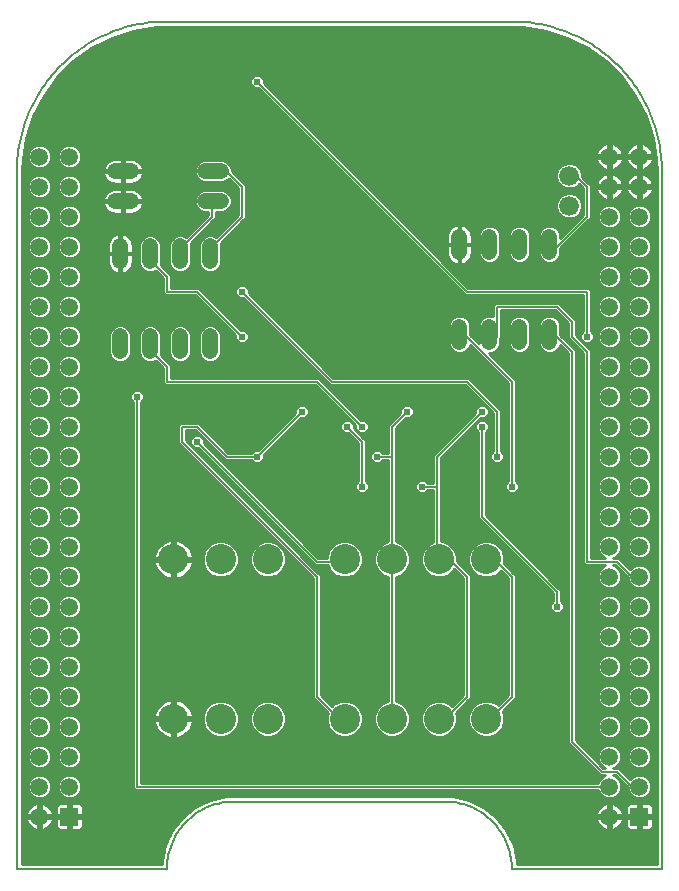
<source format=gbl>
G75*
%MOIN*%
%OFA0B0*%
%FSLAX24Y24*%
%IPPOS*%
%LPD*%
%AMOC8*
5,1,8,0,0,1.08239X$1,22.5*
%
%ADD10C,0.0050*%
%ADD11R,0.0594X0.0594*%
%ADD12C,0.0594*%
%ADD13C,0.0520*%
%ADD14C,0.0660*%
%ADD15C,0.1000*%
%ADD16C,0.0100*%
%ADD17C,0.0240*%
D10*
X001450Y006250D02*
X006450Y006250D01*
X005450Y009000D02*
X005450Y022000D01*
X006450Y022500D02*
X006450Y023000D01*
X005950Y023500D01*
X005895Y023764D01*
X006450Y022500D02*
X011450Y022500D01*
X012950Y021000D01*
X012950Y020500D02*
X012950Y019000D01*
X013450Y020000D02*
X013950Y020000D01*
X013950Y021000D01*
X014450Y021500D01*
X013950Y020000D02*
X013950Y016575D01*
X013950Y011260D01*
X015524Y011260D02*
X015950Y011500D01*
X016450Y012000D01*
X016450Y016000D01*
X015950Y016500D01*
X015524Y016575D01*
X015450Y017000D01*
X015450Y019000D01*
X014950Y019000D01*
X015450Y019000D02*
X015450Y020000D01*
X016950Y021500D01*
X016950Y021000D02*
X016950Y018000D01*
X019450Y015500D01*
X019450Y015000D01*
X020450Y016500D02*
X020450Y023500D01*
X019950Y024000D01*
X019950Y024500D01*
X019450Y025000D01*
X017450Y025000D01*
X017450Y024000D01*
X017202Y024069D01*
X016450Y024000D02*
X016202Y024069D01*
X016450Y024000D02*
X017950Y022500D01*
X017950Y019000D01*
X017450Y020000D02*
X017450Y021500D01*
X016450Y022500D01*
X011950Y022500D01*
X008950Y025500D01*
X007895Y026764D02*
X007950Y027000D01*
X008950Y028000D01*
X008950Y029000D01*
X008450Y029500D01*
X007993Y029510D01*
X007993Y028510D02*
X007950Y028500D01*
X007950Y028000D01*
X006950Y027000D01*
X006895Y026764D01*
X006450Y026000D02*
X005950Y026500D01*
X005895Y026764D01*
X006450Y026000D02*
X006450Y025500D01*
X007450Y025500D01*
X008950Y024000D01*
X010950Y021500D02*
X009450Y020000D01*
X008450Y020000D01*
X007450Y021000D01*
X006950Y021000D01*
X006950Y020500D01*
X011450Y016000D01*
X011450Y012000D01*
X011950Y011500D01*
X012375Y011260D01*
X015700Y008500D02*
X008700Y008500D01*
X008607Y008498D01*
X008514Y008492D01*
X008422Y008483D01*
X008330Y008469D01*
X008238Y008452D01*
X008148Y008431D01*
X008058Y008406D01*
X007969Y008378D01*
X007882Y008346D01*
X007796Y008310D01*
X007712Y008271D01*
X007629Y008229D01*
X007548Y008183D01*
X007469Y008134D01*
X007393Y008081D01*
X007318Y008026D01*
X007246Y007967D01*
X007176Y007905D01*
X007109Y007841D01*
X007045Y007774D01*
X006983Y007704D01*
X006924Y007632D01*
X006869Y007557D01*
X006816Y007481D01*
X006767Y007402D01*
X006721Y007321D01*
X006679Y007238D01*
X006640Y007154D01*
X006604Y007068D01*
X006572Y006981D01*
X006544Y006892D01*
X006519Y006802D01*
X006498Y006712D01*
X006481Y006620D01*
X006467Y006528D01*
X006458Y006436D01*
X006452Y006343D01*
X006450Y006250D01*
X005450Y009000D02*
X021200Y009000D01*
X020950Y009500D02*
X021450Y009500D01*
X021950Y009000D01*
X022200Y009000D01*
X020950Y009500D02*
X019950Y010500D01*
X019950Y023500D01*
X019450Y024000D01*
X019202Y024069D01*
X020450Y024000D02*
X020450Y025500D01*
X016450Y025500D01*
X009450Y032500D01*
X006450Y034500D02*
X017950Y034500D01*
X018090Y034498D01*
X018230Y034492D01*
X018370Y034482D01*
X018510Y034469D01*
X018649Y034451D01*
X018788Y034429D01*
X018925Y034404D01*
X019063Y034375D01*
X019199Y034342D01*
X019334Y034305D01*
X019468Y034264D01*
X019601Y034219D01*
X019733Y034171D01*
X019863Y034119D01*
X019992Y034064D01*
X020119Y034005D01*
X020245Y033942D01*
X020369Y033876D01*
X020490Y033807D01*
X020610Y033734D01*
X020728Y033657D01*
X020843Y033578D01*
X020957Y033495D01*
X021067Y033409D01*
X021176Y033320D01*
X021282Y033228D01*
X021385Y033133D01*
X021486Y033036D01*
X021583Y032935D01*
X021678Y032832D01*
X021770Y032726D01*
X021859Y032617D01*
X021945Y032507D01*
X022028Y032393D01*
X022107Y032278D01*
X022184Y032160D01*
X022257Y032040D01*
X022326Y031919D01*
X022392Y031795D01*
X022455Y031669D01*
X022514Y031542D01*
X022569Y031413D01*
X022621Y031283D01*
X022669Y031151D01*
X022714Y031018D01*
X022755Y030884D01*
X022792Y030749D01*
X022825Y030613D01*
X022854Y030475D01*
X022879Y030338D01*
X022901Y030199D01*
X022919Y030060D01*
X022932Y029920D01*
X022942Y029780D01*
X022948Y029640D01*
X022950Y029500D01*
X022950Y006250D01*
X017950Y006250D01*
X017948Y006343D01*
X017942Y006436D01*
X017933Y006528D01*
X017919Y006620D01*
X017902Y006712D01*
X017881Y006802D01*
X017856Y006892D01*
X017828Y006981D01*
X017796Y007068D01*
X017760Y007154D01*
X017721Y007238D01*
X017679Y007321D01*
X017633Y007402D01*
X017584Y007481D01*
X017531Y007557D01*
X017476Y007632D01*
X017417Y007704D01*
X017355Y007774D01*
X017291Y007841D01*
X017224Y007905D01*
X017154Y007967D01*
X017082Y008026D01*
X017007Y008081D01*
X016931Y008134D01*
X016852Y008183D01*
X016771Y008229D01*
X016688Y008271D01*
X016604Y008310D01*
X016518Y008346D01*
X016431Y008378D01*
X016342Y008406D01*
X016252Y008431D01*
X016162Y008452D01*
X016070Y008469D01*
X015978Y008483D01*
X015886Y008492D01*
X015793Y008498D01*
X015700Y008500D01*
X017099Y011260D02*
X017450Y011500D01*
X017950Y012000D01*
X017950Y016000D01*
X017450Y016500D01*
X017099Y016575D01*
X020450Y016500D02*
X021450Y016500D01*
X021950Y016000D01*
X022200Y016000D01*
X019450Y027000D02*
X019202Y027069D01*
X019450Y027000D02*
X020450Y028000D01*
X020450Y029000D01*
X019950Y029500D01*
X019863Y029364D01*
X012450Y021000D02*
X012950Y020500D01*
X012375Y016575D02*
X011950Y016500D01*
X011450Y016500D01*
X007450Y020500D01*
X001450Y029500D02*
X001452Y029640D01*
X001458Y029780D01*
X001468Y029920D01*
X001481Y030060D01*
X001499Y030199D01*
X001521Y030338D01*
X001546Y030475D01*
X001575Y030613D01*
X001608Y030749D01*
X001645Y030884D01*
X001686Y031018D01*
X001731Y031151D01*
X001779Y031283D01*
X001831Y031413D01*
X001886Y031542D01*
X001945Y031669D01*
X002008Y031795D01*
X002074Y031919D01*
X002143Y032040D01*
X002216Y032160D01*
X002293Y032278D01*
X002372Y032393D01*
X002455Y032507D01*
X002541Y032617D01*
X002630Y032726D01*
X002722Y032832D01*
X002817Y032935D01*
X002914Y033036D01*
X003015Y033133D01*
X003118Y033228D01*
X003224Y033320D01*
X003333Y033409D01*
X003443Y033495D01*
X003557Y033578D01*
X003672Y033657D01*
X003790Y033734D01*
X003910Y033807D01*
X004031Y033876D01*
X004155Y033942D01*
X004281Y034005D01*
X004408Y034064D01*
X004537Y034119D01*
X004667Y034171D01*
X004799Y034219D01*
X004932Y034264D01*
X005066Y034305D01*
X005201Y034342D01*
X005337Y034375D01*
X005475Y034404D01*
X005612Y034429D01*
X005751Y034451D01*
X005890Y034469D01*
X006030Y034482D01*
X006170Y034492D01*
X006310Y034498D01*
X006450Y034500D01*
X001450Y029500D02*
X001450Y006250D01*
D11*
X003200Y008000D03*
X022200Y008000D03*
D12*
X022200Y009000D03*
X022200Y010000D03*
X022200Y011000D03*
X022200Y012000D03*
X022200Y013000D03*
X022200Y014000D03*
X022200Y015000D03*
X022200Y016000D03*
X022200Y017000D03*
X022200Y018000D03*
X022200Y019000D03*
X022200Y020000D03*
X022200Y021000D03*
X022200Y022000D03*
X022200Y023000D03*
X022200Y024000D03*
X022200Y025000D03*
X022200Y026000D03*
X022200Y027000D03*
X022200Y028000D03*
X022200Y029000D03*
X022200Y030000D03*
X021200Y030000D03*
X021200Y029000D03*
X021200Y028000D03*
X021200Y027000D03*
X021200Y026000D03*
X021200Y025000D03*
X021200Y024000D03*
X021200Y023000D03*
X021200Y022000D03*
X021200Y021000D03*
X021200Y020000D03*
X021200Y019000D03*
X021200Y018000D03*
X021200Y017000D03*
X021200Y016000D03*
X021200Y015000D03*
X021200Y014000D03*
X021200Y013000D03*
X021200Y012000D03*
X021200Y011000D03*
X021200Y010000D03*
X021200Y009000D03*
X021200Y008000D03*
X003200Y009000D03*
X003200Y010000D03*
X003200Y011000D03*
X003200Y012000D03*
X003200Y013000D03*
X003200Y014000D03*
X003200Y015000D03*
X003200Y016000D03*
X003200Y017000D03*
X003200Y018000D03*
X003200Y019000D03*
X003200Y020000D03*
X003200Y021000D03*
X003200Y022000D03*
X003200Y023000D03*
X003200Y024000D03*
X003200Y025000D03*
X003200Y026000D03*
X003200Y027000D03*
X003200Y028000D03*
X003200Y029000D03*
X003200Y030000D03*
X002200Y030000D03*
X002200Y029000D03*
X002200Y028000D03*
X002200Y027000D03*
X002200Y026000D03*
X002200Y025000D03*
X002200Y024000D03*
X002200Y023000D03*
X002200Y022000D03*
X002200Y021000D03*
X002200Y020000D03*
X002200Y019000D03*
X002200Y018000D03*
X002200Y017000D03*
X002200Y016000D03*
X002200Y015000D03*
X002200Y014000D03*
X002200Y013000D03*
X002200Y012000D03*
X002200Y011000D03*
X002200Y010000D03*
X002200Y009000D03*
X002200Y008000D03*
D13*
X004895Y023504D02*
X004895Y024024D01*
X005895Y024024D02*
X005895Y023504D01*
X006895Y023504D02*
X006895Y024024D01*
X007895Y024024D02*
X007895Y023504D01*
X007895Y026504D02*
X007895Y027024D01*
X006895Y027024D02*
X006895Y026504D01*
X005895Y026504D02*
X005895Y027024D01*
X004895Y027024D02*
X004895Y026504D01*
X004733Y028510D02*
X005253Y028510D01*
X005253Y029510D02*
X004733Y029510D01*
X007733Y029510D02*
X008253Y029510D01*
X008253Y028510D02*
X007733Y028510D01*
X016202Y027329D02*
X016202Y026809D01*
X017202Y026809D02*
X017202Y027329D01*
X018202Y027329D02*
X018202Y026809D01*
X019202Y026809D02*
X019202Y027329D01*
X019202Y024329D02*
X019202Y023809D01*
X018202Y023809D02*
X018202Y024329D01*
X017202Y024329D02*
X017202Y023809D01*
X016202Y023809D02*
X016202Y024329D01*
D14*
X019863Y028364D03*
X019863Y029364D03*
D15*
X017099Y016575D03*
X015524Y016575D03*
X013950Y016575D03*
X012375Y016575D03*
X009816Y016575D03*
X008241Y016575D03*
X006666Y016575D03*
X006666Y011260D03*
X008241Y011260D03*
X009816Y011260D03*
X012375Y011260D03*
X013950Y011260D03*
X015524Y011260D03*
X017099Y011260D03*
D16*
X016852Y010713D02*
X015772Y010713D01*
X015864Y010751D02*
X016033Y010920D01*
X016124Y011140D01*
X016124Y011379D01*
X016090Y011463D01*
X016501Y011875D01*
X016575Y011948D01*
X016575Y016052D01*
X016124Y016502D01*
X016124Y016694D01*
X016033Y016915D01*
X015864Y017083D01*
X015644Y017175D01*
X015575Y017175D01*
X015575Y019948D01*
X016906Y021280D01*
X017041Y021280D01*
X017170Y021409D01*
X017170Y021591D01*
X017041Y021720D01*
X016859Y021720D01*
X016730Y021591D01*
X016730Y021457D01*
X015398Y020125D01*
X015325Y020052D01*
X015325Y019125D01*
X015136Y019125D01*
X015041Y019220D01*
X014859Y019220D01*
X014730Y019091D01*
X014730Y018909D01*
X014859Y018780D01*
X015041Y018780D01*
X015136Y018875D01*
X015325Y018875D01*
X015325Y017141D01*
X015185Y017083D01*
X015016Y016915D01*
X014924Y016694D01*
X014924Y016455D01*
X015016Y016235D01*
X015185Y016066D01*
X015405Y015975D01*
X015644Y015975D01*
X015864Y016066D01*
X016033Y016235D01*
X016035Y016238D01*
X016325Y015948D01*
X016325Y012052D01*
X015953Y011680D01*
X015864Y011768D01*
X015644Y011860D01*
X015405Y011860D01*
X015185Y011768D01*
X015016Y011600D01*
X014924Y011379D01*
X014924Y011140D01*
X015016Y010920D01*
X015185Y010751D01*
X015405Y010660D01*
X015644Y010660D01*
X015864Y010751D01*
X015925Y010812D02*
X016699Y010812D01*
X016759Y010751D02*
X016591Y010920D01*
X016499Y011140D01*
X016499Y011379D01*
X016591Y011600D01*
X016759Y011768D01*
X016980Y011860D01*
X017219Y011860D01*
X017439Y011768D01*
X017490Y011717D01*
X017825Y012052D01*
X017825Y015948D01*
X017573Y016200D01*
X017439Y016066D01*
X017219Y015975D01*
X016980Y015975D01*
X016759Y016066D01*
X016591Y016235D01*
X016499Y016455D01*
X016499Y016694D01*
X016591Y016915D01*
X016759Y017083D01*
X016980Y017175D01*
X017219Y017175D01*
X017439Y017083D01*
X017608Y016915D01*
X017699Y016694D01*
X017699Y016455D01*
X017691Y016435D01*
X018001Y016125D01*
X018075Y016052D01*
X018075Y011948D01*
X017643Y011516D01*
X017699Y011379D01*
X017699Y011140D01*
X017608Y010920D01*
X017439Y010751D01*
X017219Y010660D01*
X016980Y010660D01*
X016759Y010751D01*
X016601Y010910D02*
X016023Y010910D01*
X016070Y011009D02*
X016554Y011009D01*
X016513Y011107D02*
X016111Y011107D01*
X016124Y011206D02*
X016499Y011206D01*
X016499Y011304D02*
X016124Y011304D01*
X016115Y011403D02*
X016509Y011403D01*
X016550Y011501D02*
X016127Y011501D01*
X016226Y011600D02*
X016591Y011600D01*
X016689Y011698D02*
X016324Y011698D01*
X016423Y011797D02*
X016827Y011797D01*
X016575Y011994D02*
X017766Y011994D01*
X017825Y012092D02*
X016575Y012092D01*
X016575Y012191D02*
X017825Y012191D01*
X017825Y012289D02*
X016575Y012289D01*
X016575Y012388D02*
X017825Y012388D01*
X017825Y012486D02*
X016575Y012486D01*
X016575Y012585D02*
X017825Y012585D01*
X017825Y012683D02*
X016575Y012683D01*
X016575Y012782D02*
X017825Y012782D01*
X017825Y012880D02*
X016575Y012880D01*
X016575Y012979D02*
X017825Y012979D01*
X017825Y013077D02*
X016575Y013077D01*
X016575Y013176D02*
X017825Y013176D01*
X017825Y013274D02*
X016575Y013274D01*
X016575Y013373D02*
X017825Y013373D01*
X017825Y013471D02*
X016575Y013471D01*
X016575Y013570D02*
X017825Y013570D01*
X017825Y013668D02*
X016575Y013668D01*
X016575Y013767D02*
X017825Y013767D01*
X017825Y013865D02*
X016575Y013865D01*
X016575Y013964D02*
X017825Y013964D01*
X017825Y014062D02*
X016575Y014062D01*
X016575Y014161D02*
X017825Y014161D01*
X017825Y014259D02*
X016575Y014259D01*
X016575Y014358D02*
X017825Y014358D01*
X017825Y014456D02*
X016575Y014456D01*
X016575Y014555D02*
X017825Y014555D01*
X017825Y014653D02*
X016575Y014653D01*
X016575Y014752D02*
X017825Y014752D01*
X017825Y014850D02*
X016575Y014850D01*
X016575Y014949D02*
X017825Y014949D01*
X017825Y015047D02*
X016575Y015047D01*
X016575Y015146D02*
X017825Y015146D01*
X017825Y015244D02*
X016575Y015244D01*
X016575Y015343D02*
X017825Y015343D01*
X017825Y015441D02*
X016575Y015441D01*
X016575Y015540D02*
X017825Y015540D01*
X017825Y015638D02*
X016575Y015638D01*
X016575Y015737D02*
X017825Y015737D01*
X017825Y015835D02*
X016575Y015835D01*
X016575Y015934D02*
X017825Y015934D01*
X017741Y016032D02*
X017357Y016032D01*
X017504Y016131D02*
X017642Y016131D01*
X017799Y016328D02*
X018445Y016328D01*
X018347Y016426D02*
X017700Y016426D01*
X017699Y016525D02*
X018248Y016525D01*
X018150Y016623D02*
X017699Y016623D01*
X017688Y016722D02*
X018051Y016722D01*
X017953Y016820D02*
X017647Y016820D01*
X017604Y016919D02*
X017854Y016919D01*
X017756Y017017D02*
X017506Y017017D01*
X017362Y017116D02*
X017657Y017116D01*
X017559Y017214D02*
X015575Y017214D01*
X015575Y017313D02*
X017460Y017313D01*
X017362Y017411D02*
X015575Y017411D01*
X015575Y017510D02*
X017263Y017510D01*
X017165Y017608D02*
X015575Y017608D01*
X015575Y017707D02*
X017066Y017707D01*
X016968Y017805D02*
X015575Y017805D01*
X015575Y017904D02*
X016869Y017904D01*
X016825Y017948D02*
X019325Y015448D01*
X019325Y015186D01*
X019230Y015091D01*
X019230Y014909D01*
X019359Y014780D01*
X019541Y014780D01*
X019670Y014909D01*
X019670Y015091D01*
X019575Y015186D01*
X019575Y015552D01*
X019501Y015625D01*
X017075Y018052D01*
X017075Y020814D01*
X017170Y020909D01*
X017170Y021091D01*
X017041Y021220D01*
X016859Y021220D01*
X016730Y021091D01*
X016730Y020909D01*
X016825Y020814D01*
X016825Y018052D01*
X016825Y017948D01*
X016825Y018002D02*
X015575Y018002D01*
X015575Y018101D02*
X016825Y018101D01*
X016825Y018199D02*
X015575Y018199D01*
X015575Y018298D02*
X016825Y018298D01*
X016825Y018396D02*
X015575Y018396D01*
X015575Y018495D02*
X016825Y018495D01*
X016825Y018593D02*
X015575Y018593D01*
X015575Y018692D02*
X016825Y018692D01*
X016825Y018790D02*
X015575Y018790D01*
X015575Y018889D02*
X016825Y018889D01*
X016825Y018987D02*
X015575Y018987D01*
X015575Y019086D02*
X016825Y019086D01*
X016825Y019184D02*
X015575Y019184D01*
X015575Y019283D02*
X016825Y019283D01*
X016825Y019381D02*
X015575Y019381D01*
X015575Y019480D02*
X016825Y019480D01*
X016825Y019578D02*
X015575Y019578D01*
X015575Y019677D02*
X016825Y019677D01*
X016825Y019775D02*
X015575Y019775D01*
X015575Y019874D02*
X016825Y019874D01*
X016825Y019972D02*
X015598Y019972D01*
X015697Y020071D02*
X016825Y020071D01*
X016825Y020169D02*
X015795Y020169D01*
X015894Y020268D02*
X016825Y020268D01*
X016825Y020366D02*
X015992Y020366D01*
X016091Y020465D02*
X016825Y020465D01*
X016825Y020563D02*
X016189Y020563D01*
X016288Y020662D02*
X016825Y020662D01*
X016825Y020760D02*
X016386Y020760D01*
X016485Y020859D02*
X016780Y020859D01*
X016730Y020957D02*
X016584Y020957D01*
X016682Y021056D02*
X016730Y021056D01*
X016781Y021154D02*
X016793Y021154D01*
X016879Y021253D02*
X017325Y021253D01*
X017325Y021351D02*
X017112Y021351D01*
X017170Y021450D02*
X017323Y021450D01*
X017325Y021448D02*
X017325Y020186D01*
X017230Y020091D01*
X017230Y019909D01*
X017359Y019780D01*
X017541Y019780D01*
X017670Y019909D01*
X017670Y020091D01*
X017575Y020186D01*
X017575Y021448D01*
X017575Y021552D01*
X016575Y022552D01*
X016501Y022625D01*
X012001Y022625D01*
X009170Y025457D01*
X009170Y025591D01*
X009041Y025720D01*
X008859Y025720D01*
X008730Y025591D01*
X008730Y025409D01*
X008859Y025280D01*
X008993Y025280D01*
X011898Y022375D01*
X016398Y022375D01*
X017325Y021448D01*
X017225Y021548D02*
X017170Y021548D01*
X017126Y021647D02*
X017114Y021647D01*
X017028Y021745D02*
X012381Y021745D01*
X012283Y021844D02*
X016929Y021844D01*
X016831Y021942D02*
X012184Y021942D01*
X012086Y022041D02*
X016732Y022041D01*
X016634Y022139D02*
X011987Y022139D01*
X011889Y022238D02*
X016535Y022238D01*
X016437Y022336D02*
X011790Y022336D01*
X011838Y022435D02*
X011692Y022435D01*
X011740Y022533D02*
X011593Y022533D01*
X011575Y022552D02*
X012906Y021220D01*
X013041Y021220D01*
X013170Y021091D01*
X013170Y020909D01*
X013041Y020780D01*
X012859Y020780D01*
X012730Y020909D01*
X012730Y021043D01*
X011398Y022375D01*
X006398Y022375D01*
X006325Y022448D01*
X006325Y022948D01*
X006081Y023192D01*
X005966Y023144D01*
X005823Y023144D01*
X005691Y023199D01*
X005589Y023300D01*
X005535Y023432D01*
X005535Y024095D01*
X005589Y024228D01*
X005691Y024329D01*
X005823Y024384D01*
X005966Y024384D01*
X006098Y024329D01*
X006200Y024228D01*
X006255Y024095D01*
X006255Y023432D01*
X006237Y023390D01*
X006575Y023052D01*
X006575Y022625D01*
X011501Y022625D01*
X011575Y022552D01*
X011641Y022632D02*
X006575Y022632D01*
X006575Y022730D02*
X011543Y022730D01*
X011444Y022829D02*
X006575Y022829D01*
X006575Y022927D02*
X011346Y022927D01*
X011247Y023026D02*
X006575Y023026D01*
X006502Y023124D02*
X011149Y023124D01*
X011050Y023223D02*
X008122Y023223D01*
X008098Y023199D02*
X008200Y023300D01*
X008255Y023432D01*
X008255Y024095D01*
X008200Y024228D01*
X008098Y024329D01*
X007966Y024384D01*
X007823Y024384D01*
X007691Y024329D01*
X007589Y024228D01*
X007535Y024095D01*
X007535Y023432D01*
X007589Y023300D01*
X007691Y023199D01*
X007823Y023144D01*
X007966Y023144D01*
X008098Y023199D01*
X008209Y023321D02*
X010952Y023321D01*
X010853Y023420D02*
X008249Y023420D01*
X008255Y023518D02*
X010755Y023518D01*
X010656Y023617D02*
X008255Y023617D01*
X008255Y023715D02*
X010558Y023715D01*
X010459Y023814D02*
X009074Y023814D01*
X009041Y023780D02*
X009170Y023909D01*
X009170Y024091D01*
X009041Y024220D01*
X008906Y024220D01*
X007575Y025552D01*
X007501Y025625D01*
X006575Y025625D01*
X006575Y026052D01*
X006237Y026390D01*
X006255Y026432D01*
X006255Y027095D01*
X006200Y027228D01*
X006098Y027329D01*
X005966Y027384D01*
X005823Y027384D01*
X005691Y027329D01*
X005589Y027228D01*
X005535Y027095D01*
X005535Y026432D01*
X005589Y026300D01*
X005691Y026199D01*
X005823Y026144D01*
X005966Y026144D01*
X006081Y026192D01*
X006325Y025948D01*
X006325Y025448D01*
X006398Y025375D01*
X007398Y025375D01*
X008730Y024043D01*
X008730Y023909D01*
X008859Y023780D01*
X009041Y023780D01*
X009170Y023912D02*
X010361Y023912D01*
X010262Y024011D02*
X009170Y024011D01*
X009152Y024109D02*
X010164Y024109D01*
X010065Y024208D02*
X009053Y024208D01*
X008820Y024306D02*
X009967Y024306D01*
X009868Y024405D02*
X008722Y024405D01*
X008623Y024503D02*
X009770Y024503D01*
X009671Y024602D02*
X008525Y024602D01*
X008426Y024700D02*
X009573Y024700D01*
X009474Y024799D02*
X008328Y024799D01*
X008229Y024897D02*
X009376Y024897D01*
X009277Y024996D02*
X008131Y024996D01*
X008032Y025094D02*
X009179Y025094D01*
X009080Y025193D02*
X007934Y025193D01*
X007835Y025291D02*
X008848Y025291D01*
X008749Y025390D02*
X007737Y025390D01*
X007638Y025488D02*
X008730Y025488D01*
X008730Y025587D02*
X007540Y025587D01*
X007575Y025552D02*
X007575Y025552D01*
X007482Y025291D02*
X003470Y025291D01*
X003424Y025336D02*
X003279Y025397D01*
X003121Y025397D01*
X002975Y025336D01*
X002863Y025225D01*
X002803Y025079D01*
X002803Y024921D01*
X002863Y024775D01*
X002975Y024664D01*
X003121Y024603D01*
X003279Y024603D01*
X003424Y024664D01*
X003536Y024775D01*
X003597Y024921D01*
X003597Y025079D01*
X003536Y025225D01*
X003424Y025336D01*
X003296Y025390D02*
X006383Y025390D01*
X006325Y025488D02*
X001625Y025488D01*
X001625Y025390D02*
X002103Y025390D01*
X002121Y025397D02*
X001975Y025336D01*
X001863Y025225D01*
X001803Y025079D01*
X001803Y024921D01*
X001863Y024775D01*
X001975Y024664D01*
X002121Y024603D01*
X002279Y024603D01*
X002424Y024664D01*
X002536Y024775D01*
X002597Y024921D01*
X002597Y025079D01*
X002536Y025225D01*
X002424Y025336D01*
X002279Y025397D01*
X002121Y025397D01*
X002296Y025390D02*
X003103Y025390D01*
X002930Y025291D02*
X002470Y025291D01*
X002549Y025193D02*
X002850Y025193D01*
X002809Y025094D02*
X002590Y025094D01*
X002597Y024996D02*
X002803Y024996D01*
X002813Y024897D02*
X002587Y024897D01*
X002546Y024799D02*
X002854Y024799D01*
X002938Y024700D02*
X002461Y024700D01*
X002279Y024397D02*
X002121Y024397D01*
X001975Y024336D01*
X001863Y024225D01*
X001803Y024079D01*
X001803Y023921D01*
X001863Y023775D01*
X001975Y023664D01*
X002121Y023603D01*
X002279Y023603D01*
X002424Y023664D01*
X002536Y023775D01*
X002597Y023921D01*
X002597Y024079D01*
X002536Y024225D01*
X002424Y024336D01*
X002279Y024397D01*
X002455Y024306D02*
X002945Y024306D01*
X002975Y024336D02*
X002863Y024225D01*
X002803Y024079D01*
X002803Y023921D01*
X002863Y023775D01*
X002975Y023664D01*
X003121Y023603D01*
X003279Y023603D01*
X003424Y023664D01*
X003536Y023775D01*
X003597Y023921D01*
X003597Y024079D01*
X003536Y024225D01*
X003424Y024336D01*
X003279Y024397D01*
X003121Y024397D01*
X002975Y024336D01*
X002856Y024208D02*
X002543Y024208D01*
X002584Y024109D02*
X002815Y024109D01*
X002803Y024011D02*
X002597Y024011D01*
X002593Y023912D02*
X002807Y023912D01*
X002847Y023814D02*
X002552Y023814D01*
X002476Y023715D02*
X002923Y023715D01*
X003088Y023617D02*
X002311Y023617D01*
X002279Y023397D02*
X002424Y023336D01*
X002536Y023225D01*
X002597Y023079D01*
X002597Y022921D01*
X002536Y022775D01*
X002424Y022664D01*
X002279Y022603D01*
X002121Y022603D01*
X001975Y022664D01*
X001863Y022775D01*
X001803Y022921D01*
X001803Y023079D01*
X001863Y023225D01*
X001975Y023336D01*
X002121Y023397D01*
X002279Y023397D01*
X002440Y023321D02*
X002960Y023321D01*
X002975Y023336D02*
X002863Y023225D01*
X002803Y023079D01*
X002803Y022921D01*
X002863Y022775D01*
X002975Y022664D01*
X003121Y022603D01*
X003279Y022603D01*
X003424Y022664D01*
X003536Y022775D01*
X003597Y022921D01*
X003597Y023079D01*
X003536Y023225D01*
X003424Y023336D01*
X003279Y023397D01*
X003121Y023397D01*
X002975Y023336D01*
X002862Y023223D02*
X002537Y023223D01*
X002578Y023124D02*
X002822Y023124D01*
X002803Y023026D02*
X002597Y023026D01*
X002597Y022927D02*
X002803Y022927D01*
X002841Y022829D02*
X002558Y022829D01*
X002491Y022730D02*
X002908Y022730D01*
X003052Y022632D02*
X002347Y022632D01*
X002279Y022397D02*
X002424Y022336D01*
X002536Y022225D01*
X002597Y022079D01*
X002597Y021921D01*
X002536Y021775D01*
X002424Y021664D01*
X002279Y021603D01*
X002121Y021603D01*
X001975Y021664D01*
X001863Y021775D01*
X001803Y021921D01*
X001803Y022079D01*
X001863Y022225D01*
X001975Y022336D01*
X002121Y022397D01*
X002279Y022397D01*
X002425Y022336D02*
X002974Y022336D01*
X002975Y022336D02*
X002863Y022225D01*
X002803Y022079D01*
X002803Y021921D01*
X002863Y021775D01*
X002975Y021664D01*
X003121Y021603D01*
X003279Y021603D01*
X003424Y021664D01*
X003536Y021775D01*
X003597Y021921D01*
X003597Y022079D01*
X003536Y022225D01*
X003424Y022336D01*
X003279Y022397D01*
X003121Y022397D01*
X002975Y022336D01*
X002876Y022238D02*
X002523Y022238D01*
X002572Y022139D02*
X002828Y022139D01*
X002803Y022041D02*
X002597Y022041D01*
X002597Y021942D02*
X002803Y021942D01*
X002835Y021844D02*
X002564Y021844D01*
X002506Y021745D02*
X002893Y021745D01*
X003016Y021647D02*
X002383Y021647D01*
X002279Y021397D02*
X002121Y021397D01*
X001975Y021336D01*
X001863Y021225D01*
X001803Y021079D01*
X001803Y020921D01*
X001863Y020775D01*
X001975Y020664D01*
X002121Y020603D01*
X002279Y020603D01*
X002424Y020664D01*
X002536Y020775D01*
X002597Y020921D01*
X002597Y021079D01*
X002536Y021225D01*
X002424Y021336D01*
X002279Y021397D01*
X002389Y021351D02*
X003010Y021351D01*
X002975Y021336D02*
X002863Y021225D01*
X002803Y021079D01*
X002803Y020921D01*
X002863Y020775D01*
X002975Y020664D01*
X003121Y020603D01*
X003279Y020603D01*
X003424Y020664D01*
X003536Y020775D01*
X003597Y020921D01*
X003597Y021079D01*
X003536Y021225D01*
X003424Y021336D01*
X003279Y021397D01*
X003121Y021397D01*
X002975Y021336D01*
X002891Y021253D02*
X002508Y021253D01*
X002565Y021154D02*
X002834Y021154D01*
X002803Y021056D02*
X002597Y021056D01*
X002597Y020957D02*
X002803Y020957D01*
X002829Y020859D02*
X002571Y020859D01*
X002521Y020760D02*
X002878Y020760D01*
X002980Y020662D02*
X002420Y020662D01*
X002279Y020397D02*
X002121Y020397D01*
X001975Y020336D01*
X001863Y020225D01*
X001803Y020079D01*
X001803Y019921D01*
X001863Y019775D01*
X001975Y019664D01*
X002121Y019603D01*
X002279Y019603D01*
X002424Y019664D01*
X002536Y019775D01*
X002863Y019775D01*
X002975Y019664D01*
X003121Y019603D01*
X003279Y019603D01*
X003424Y019664D01*
X003536Y019775D01*
X005325Y019775D01*
X005325Y019677D02*
X003437Y019677D01*
X003536Y019775D02*
X003597Y019921D01*
X003597Y020079D01*
X003536Y020225D01*
X003424Y020336D01*
X003279Y020397D01*
X003121Y020397D01*
X002975Y020336D01*
X002863Y020225D01*
X002803Y020079D01*
X002803Y019921D01*
X002863Y019775D01*
X002823Y019874D02*
X002577Y019874D01*
X002597Y019921D02*
X002536Y019775D01*
X002437Y019677D02*
X002962Y019677D01*
X003083Y019381D02*
X002317Y019381D01*
X002279Y019397D02*
X002424Y019336D01*
X002536Y019225D01*
X002597Y019079D01*
X002597Y018921D01*
X002536Y018775D01*
X002424Y018664D01*
X002279Y018603D01*
X002121Y018603D01*
X001975Y018664D01*
X001863Y018775D01*
X001803Y018921D01*
X001803Y019079D01*
X001863Y019225D01*
X001975Y019336D01*
X002121Y019397D01*
X002279Y019397D01*
X002083Y019381D02*
X001625Y019381D01*
X001625Y019283D02*
X001921Y019283D01*
X001846Y019184D02*
X001625Y019184D01*
X001625Y019086D02*
X001806Y019086D01*
X001803Y018987D02*
X001625Y018987D01*
X001625Y018889D02*
X001816Y018889D01*
X001857Y018790D02*
X001625Y018790D01*
X001625Y018692D02*
X001947Y018692D01*
X001625Y018593D02*
X005325Y018593D01*
X005325Y018495D02*
X001625Y018495D01*
X001625Y018396D02*
X002119Y018396D01*
X002121Y018397D02*
X001975Y018336D01*
X001863Y018225D01*
X001803Y018079D01*
X001803Y017921D01*
X001863Y017775D01*
X001975Y017664D01*
X002121Y017603D01*
X002279Y017603D01*
X002424Y017664D01*
X002536Y017775D01*
X002597Y017921D01*
X002597Y018079D01*
X002536Y018225D01*
X002424Y018336D01*
X002279Y018397D01*
X002121Y018397D01*
X002281Y018396D02*
X003119Y018396D01*
X003121Y018397D02*
X002975Y018336D01*
X002863Y018225D01*
X002803Y018079D01*
X002803Y017921D01*
X002863Y017775D01*
X002975Y017664D01*
X003121Y017603D01*
X003279Y017603D01*
X003424Y017664D01*
X003536Y017775D01*
X003597Y017921D01*
X003597Y018079D01*
X003536Y018225D01*
X003424Y018336D01*
X003279Y018397D01*
X003121Y018397D01*
X003281Y018396D02*
X005325Y018396D01*
X005325Y018298D02*
X003463Y018298D01*
X003547Y018199D02*
X005325Y018199D01*
X005325Y018101D02*
X003588Y018101D01*
X003597Y018002D02*
X005325Y018002D01*
X005325Y017904D02*
X003589Y017904D01*
X003548Y017805D02*
X005325Y017805D01*
X005325Y017707D02*
X003467Y017707D01*
X003290Y017608D02*
X005325Y017608D01*
X005325Y017510D02*
X001625Y017510D01*
X001625Y017608D02*
X002109Y017608D01*
X002290Y017608D02*
X003109Y017608D01*
X002932Y017707D02*
X002467Y017707D01*
X002548Y017805D02*
X002851Y017805D01*
X002810Y017904D02*
X002589Y017904D01*
X002597Y018002D02*
X002803Y018002D01*
X002812Y018101D02*
X002588Y018101D01*
X002547Y018199D02*
X002853Y018199D01*
X002936Y018298D02*
X002463Y018298D01*
X002452Y018692D02*
X002947Y018692D01*
X002975Y018664D02*
X003121Y018603D01*
X003279Y018603D01*
X003424Y018664D01*
X003536Y018775D01*
X003597Y018921D01*
X003597Y019079D01*
X003536Y019225D01*
X003424Y019336D01*
X003279Y019397D01*
X003121Y019397D01*
X002975Y019336D01*
X002863Y019225D01*
X002803Y019079D01*
X002803Y018921D01*
X002863Y018775D01*
X002975Y018664D01*
X002857Y018790D02*
X002542Y018790D01*
X002583Y018889D02*
X002816Y018889D01*
X002803Y018987D02*
X002597Y018987D01*
X002594Y019086D02*
X002806Y019086D01*
X002846Y019184D02*
X002553Y019184D01*
X002478Y019283D02*
X002921Y019283D01*
X003317Y019381D02*
X005325Y019381D01*
X005325Y019283D02*
X003478Y019283D01*
X003553Y019184D02*
X005325Y019184D01*
X005325Y019086D02*
X003594Y019086D01*
X003597Y018987D02*
X005325Y018987D01*
X005325Y018889D02*
X003583Y018889D01*
X003542Y018790D02*
X005325Y018790D01*
X005325Y018692D02*
X003452Y018692D01*
X003279Y017397D02*
X003121Y017397D01*
X002975Y017336D01*
X002863Y017225D01*
X002803Y017079D01*
X002803Y016921D01*
X002863Y016775D01*
X002975Y016664D01*
X003121Y016603D01*
X003279Y016603D01*
X003424Y016664D01*
X003536Y016775D01*
X003597Y016921D01*
X003597Y017079D01*
X003536Y017225D01*
X003424Y017336D01*
X003279Y017397D01*
X003448Y017313D02*
X005325Y017313D01*
X005325Y017411D02*
X001625Y017411D01*
X001625Y017313D02*
X001951Y017313D01*
X001975Y017336D02*
X001863Y017225D01*
X001803Y017079D01*
X001803Y016921D01*
X001863Y016775D01*
X001975Y016664D01*
X002121Y016603D01*
X002279Y016603D01*
X002424Y016664D01*
X002536Y016775D01*
X002597Y016921D01*
X002597Y017079D01*
X002536Y017225D01*
X002424Y017336D01*
X002279Y017397D01*
X002121Y017397D01*
X001975Y017336D01*
X001859Y017214D02*
X001625Y017214D01*
X001625Y017116D02*
X001818Y017116D01*
X001803Y017017D02*
X001625Y017017D01*
X001625Y016919D02*
X001804Y016919D01*
X001845Y016820D02*
X001625Y016820D01*
X001625Y016722D02*
X001917Y016722D01*
X002073Y016623D02*
X001625Y016623D01*
X001625Y016525D02*
X005325Y016525D01*
X005325Y016623D02*
X003327Y016623D01*
X003482Y016722D02*
X005325Y016722D01*
X005325Y016820D02*
X003555Y016820D01*
X003595Y016919D02*
X005325Y016919D01*
X005325Y017017D02*
X003597Y017017D01*
X003581Y017116D02*
X005325Y017116D01*
X005325Y017214D02*
X003541Y017214D01*
X002951Y017313D02*
X002448Y017313D01*
X002541Y017214D02*
X002859Y017214D01*
X002818Y017116D02*
X002581Y017116D01*
X002597Y017017D02*
X002803Y017017D01*
X002804Y016919D02*
X002595Y016919D01*
X002555Y016820D02*
X002845Y016820D01*
X002917Y016722D02*
X002482Y016722D01*
X002327Y016623D02*
X003073Y016623D01*
X003121Y016397D02*
X002975Y016336D01*
X002863Y016225D01*
X002803Y016079D01*
X002803Y015921D01*
X002863Y015775D01*
X002975Y015664D01*
X003121Y015603D01*
X003279Y015603D01*
X003424Y015664D01*
X003536Y015775D01*
X003597Y015921D01*
X003597Y016079D01*
X003536Y016225D01*
X003424Y016336D01*
X003279Y016397D01*
X003121Y016397D01*
X002966Y016328D02*
X002433Y016328D01*
X002424Y016336D02*
X002279Y016397D01*
X002121Y016397D01*
X001975Y016336D01*
X001863Y016225D01*
X001803Y016079D01*
X001803Y015921D01*
X001863Y015775D01*
X001975Y015664D01*
X002121Y015603D01*
X002279Y015603D01*
X002424Y015664D01*
X002536Y015775D01*
X002597Y015921D01*
X002597Y016079D01*
X002536Y016225D01*
X002424Y016336D01*
X002532Y016229D02*
X002867Y016229D01*
X002824Y016131D02*
X002575Y016131D01*
X002597Y016032D02*
X002803Y016032D01*
X002803Y015934D02*
X002597Y015934D01*
X002561Y015835D02*
X002838Y015835D01*
X002902Y015737D02*
X002497Y015737D01*
X002363Y015638D02*
X003037Y015638D01*
X003121Y015397D02*
X002975Y015336D01*
X002863Y015225D01*
X002803Y015079D01*
X002803Y014921D01*
X002863Y014775D01*
X002975Y014664D01*
X003121Y014603D01*
X003279Y014603D01*
X003424Y014664D01*
X003536Y014775D01*
X003597Y014921D01*
X003597Y015079D01*
X003536Y015225D01*
X003424Y015336D01*
X003279Y015397D01*
X003121Y015397D01*
X002990Y015343D02*
X002410Y015343D01*
X002424Y015336D02*
X002279Y015397D01*
X002121Y015397D01*
X001975Y015336D01*
X001863Y015225D01*
X001803Y015079D01*
X001803Y014921D01*
X001863Y014775D01*
X001975Y014664D01*
X002121Y014603D01*
X002279Y014603D01*
X002424Y014664D01*
X002536Y014775D01*
X002597Y014921D01*
X002597Y015079D01*
X002536Y015225D01*
X002424Y015336D01*
X002517Y015244D02*
X002882Y015244D01*
X002830Y015146D02*
X002569Y015146D01*
X002597Y015047D02*
X002803Y015047D01*
X002803Y014949D02*
X002597Y014949D01*
X002567Y014850D02*
X002832Y014850D01*
X002887Y014752D02*
X002512Y014752D01*
X002399Y014653D02*
X003000Y014653D01*
X003121Y014397D02*
X002975Y014336D01*
X002863Y014225D01*
X002803Y014079D01*
X002803Y013921D01*
X002863Y013775D01*
X002975Y013664D01*
X003121Y013603D01*
X003279Y013603D01*
X003424Y013664D01*
X003536Y013775D01*
X003597Y013921D01*
X003597Y014079D01*
X003536Y014225D01*
X003424Y014336D01*
X003279Y014397D01*
X003121Y014397D01*
X003026Y014358D02*
X002374Y014358D01*
X002424Y014336D02*
X002279Y014397D01*
X002121Y014397D01*
X001975Y014336D01*
X001863Y014225D01*
X001803Y014079D01*
X001803Y013921D01*
X001863Y013775D01*
X001975Y013664D01*
X002121Y013603D01*
X002279Y013603D01*
X002424Y013664D01*
X002536Y013775D01*
X002597Y013921D01*
X002597Y014079D01*
X002536Y014225D01*
X002424Y014336D01*
X002502Y014259D02*
X002897Y014259D01*
X002837Y014161D02*
X002563Y014161D01*
X002597Y014062D02*
X002803Y014062D01*
X002803Y013964D02*
X002597Y013964D01*
X002573Y013865D02*
X002826Y013865D01*
X002872Y013767D02*
X002527Y013767D01*
X002429Y013668D02*
X002970Y013668D01*
X003062Y013373D02*
X002337Y013373D01*
X002279Y013397D02*
X002424Y013336D01*
X002536Y013225D01*
X002597Y013079D01*
X002597Y012921D01*
X002536Y012775D01*
X002424Y012664D01*
X002279Y012603D01*
X002121Y012603D01*
X001975Y012664D01*
X001863Y012775D01*
X001803Y012921D01*
X001803Y013079D01*
X001863Y013225D01*
X001975Y013336D01*
X002121Y013397D01*
X002279Y013397D01*
X002062Y013373D02*
X001625Y013373D01*
X001625Y013471D02*
X005325Y013471D01*
X005325Y013373D02*
X003337Y013373D01*
X003279Y013397D02*
X003424Y013336D01*
X003536Y013225D01*
X003597Y013079D01*
X003597Y012921D01*
X003536Y012775D01*
X003424Y012664D01*
X003279Y012603D01*
X003121Y012603D01*
X002975Y012664D01*
X002863Y012775D01*
X002803Y012921D01*
X002803Y013079D01*
X002863Y013225D01*
X002975Y013336D01*
X003121Y013397D01*
X003279Y013397D01*
X003487Y013274D02*
X005325Y013274D01*
X005325Y013176D02*
X003557Y013176D01*
X003597Y013077D02*
X005325Y013077D01*
X005325Y012979D02*
X003597Y012979D01*
X003580Y012880D02*
X005325Y012880D01*
X005325Y012782D02*
X003539Y012782D01*
X003444Y012683D02*
X005325Y012683D01*
X005325Y012585D02*
X001625Y012585D01*
X001625Y012683D02*
X001955Y012683D01*
X001861Y012782D02*
X001625Y012782D01*
X001625Y012880D02*
X001820Y012880D01*
X001803Y012979D02*
X001625Y012979D01*
X001625Y013077D02*
X001803Y013077D01*
X001843Y013176D02*
X001625Y013176D01*
X001625Y013274D02*
X001912Y013274D01*
X001970Y013668D02*
X001625Y013668D01*
X001625Y013570D02*
X005325Y013570D01*
X005325Y013668D02*
X003429Y013668D01*
X003527Y013767D02*
X005325Y013767D01*
X005325Y013865D02*
X003573Y013865D01*
X003597Y013964D02*
X005325Y013964D01*
X005325Y014062D02*
X003597Y014062D01*
X003563Y014161D02*
X005325Y014161D01*
X005325Y014259D02*
X003502Y014259D01*
X003374Y014358D02*
X005325Y014358D01*
X005325Y014456D02*
X001625Y014456D01*
X001625Y014358D02*
X002026Y014358D01*
X001897Y014259D02*
X001625Y014259D01*
X001625Y014161D02*
X001837Y014161D01*
X001803Y014062D02*
X001625Y014062D01*
X001625Y013964D02*
X001803Y013964D01*
X001826Y013865D02*
X001625Y013865D01*
X001625Y013767D02*
X001872Y013767D01*
X002487Y013274D02*
X002912Y013274D01*
X002843Y013176D02*
X002557Y013176D01*
X002597Y013077D02*
X002803Y013077D01*
X002803Y012979D02*
X002597Y012979D01*
X002580Y012880D02*
X002820Y012880D01*
X002861Y012782D02*
X002539Y012782D01*
X002444Y012683D02*
X002955Y012683D01*
X003098Y012388D02*
X002301Y012388D01*
X002279Y012397D02*
X002424Y012336D01*
X002536Y012225D01*
X002597Y012079D01*
X002597Y011921D01*
X002536Y011775D01*
X002424Y011664D01*
X002279Y011603D01*
X002121Y011603D01*
X001975Y011664D01*
X001863Y011775D01*
X001803Y011921D01*
X001803Y012079D01*
X001863Y012225D01*
X001975Y012336D01*
X002121Y012397D01*
X002279Y012397D01*
X002098Y012388D02*
X001625Y012388D01*
X001625Y012486D02*
X005325Y012486D01*
X005325Y012388D02*
X003301Y012388D01*
X003279Y012397D02*
X003424Y012336D01*
X003536Y012225D01*
X003597Y012079D01*
X003597Y011921D01*
X003536Y011775D01*
X003424Y011664D01*
X003279Y011603D01*
X003121Y011603D01*
X002975Y011664D01*
X002863Y011775D01*
X002803Y011921D01*
X002803Y012079D01*
X002863Y012225D01*
X002975Y012336D01*
X003121Y012397D01*
X003279Y012397D01*
X003472Y012289D02*
X005325Y012289D01*
X005325Y012191D02*
X003550Y012191D01*
X003591Y012092D02*
X005325Y012092D01*
X005325Y011994D02*
X003597Y011994D01*
X003586Y011895D02*
X005325Y011895D01*
X005325Y011797D02*
X003545Y011797D01*
X003459Y011698D02*
X005325Y011698D01*
X005325Y011600D02*
X001625Y011600D01*
X001625Y011698D02*
X001940Y011698D01*
X001854Y011797D02*
X001625Y011797D01*
X001625Y011895D02*
X001814Y011895D01*
X001803Y011994D02*
X001625Y011994D01*
X001625Y012092D02*
X001808Y012092D01*
X001849Y012191D02*
X001625Y012191D01*
X001625Y012289D02*
X001927Y012289D01*
X002472Y012289D02*
X002927Y012289D01*
X002849Y012191D02*
X002550Y012191D01*
X002591Y012092D02*
X002808Y012092D01*
X002803Y011994D02*
X002597Y011994D01*
X002586Y011895D02*
X002814Y011895D01*
X002854Y011797D02*
X002545Y011797D01*
X002459Y011698D02*
X002940Y011698D01*
X003121Y011397D02*
X002975Y011336D01*
X002863Y011225D01*
X002803Y011079D01*
X002803Y010921D01*
X002863Y010775D01*
X002975Y010664D01*
X003121Y010603D01*
X003279Y010603D01*
X003424Y010664D01*
X003536Y010775D01*
X003597Y010921D01*
X003597Y011079D01*
X003536Y011225D01*
X003424Y011336D01*
X003279Y011397D01*
X003121Y011397D01*
X002942Y011304D02*
X002457Y011304D01*
X002424Y011336D02*
X002279Y011397D01*
X002121Y011397D01*
X001975Y011336D01*
X001863Y011225D01*
X001803Y011079D01*
X001803Y010921D01*
X001863Y010775D01*
X001975Y010664D01*
X002121Y010603D01*
X002279Y010603D01*
X002424Y010664D01*
X002536Y010775D01*
X002597Y010921D01*
X002597Y011079D01*
X002536Y011225D01*
X002424Y011336D01*
X002544Y011206D02*
X002855Y011206D01*
X002814Y011107D02*
X002585Y011107D01*
X002597Y011009D02*
X002803Y011009D01*
X002807Y010910D02*
X002592Y010910D01*
X002551Y010812D02*
X002848Y010812D01*
X002925Y010713D02*
X002474Y010713D01*
X002306Y010615D02*
X003093Y010615D01*
X003306Y010615D02*
X005325Y010615D01*
X005325Y010713D02*
X003474Y010713D01*
X003551Y010812D02*
X005325Y010812D01*
X005325Y010910D02*
X003592Y010910D01*
X003597Y011009D02*
X005325Y011009D01*
X005325Y011107D02*
X003585Y011107D01*
X003544Y011206D02*
X005325Y011206D01*
X005325Y011304D02*
X003457Y011304D01*
X003279Y010397D02*
X003121Y010397D01*
X002975Y010336D01*
X002863Y010225D01*
X002803Y010079D01*
X002803Y009921D01*
X002863Y009775D01*
X002975Y009664D01*
X003121Y009603D01*
X003279Y009603D01*
X003424Y009664D01*
X003536Y009775D01*
X003597Y009921D01*
X003597Y010079D01*
X003536Y010225D01*
X003424Y010336D01*
X003279Y010397D01*
X003442Y010319D02*
X005325Y010319D01*
X005325Y010221D02*
X003538Y010221D01*
X003579Y010122D02*
X005325Y010122D01*
X005325Y010024D02*
X003597Y010024D01*
X003597Y009925D02*
X005325Y009925D01*
X005325Y009827D02*
X003557Y009827D01*
X003489Y009728D02*
X005325Y009728D01*
X005325Y009630D02*
X003342Y009630D01*
X003279Y009397D02*
X003121Y009397D01*
X002975Y009336D01*
X002863Y009225D01*
X002803Y009079D01*
X002803Y008921D01*
X002863Y008775D01*
X002975Y008664D01*
X003121Y008603D01*
X003279Y008603D01*
X003424Y008664D01*
X003536Y008775D01*
X003597Y008921D01*
X003597Y009079D01*
X003536Y009225D01*
X003424Y009336D01*
X003279Y009397D01*
X003427Y009334D02*
X005325Y009334D01*
X005325Y009236D02*
X003525Y009236D01*
X003572Y009137D02*
X005325Y009137D01*
X005325Y009039D02*
X003597Y009039D01*
X003597Y008940D02*
X005333Y008940D01*
X005325Y008948D02*
X005398Y008875D01*
X020822Y008875D01*
X020863Y008775D01*
X020975Y008664D01*
X021121Y008603D01*
X021279Y008603D01*
X021424Y008664D01*
X021536Y008775D01*
X021597Y008921D01*
X021597Y009079D01*
X021536Y009225D01*
X021424Y009336D01*
X021331Y009375D01*
X021398Y009375D01*
X021803Y008970D01*
X021803Y008921D01*
X021863Y008775D01*
X021975Y008664D01*
X022121Y008603D01*
X022279Y008603D01*
X022424Y008664D01*
X022536Y008775D01*
X022597Y008921D01*
X022597Y009079D01*
X022536Y009225D01*
X022424Y009336D01*
X022279Y009397D01*
X022121Y009397D01*
X021975Y009336D01*
X021882Y009244D01*
X021575Y009552D01*
X021501Y009625D01*
X021331Y009625D01*
X021424Y009664D01*
X021536Y009775D01*
X021597Y009921D01*
X021597Y010079D01*
X021536Y010225D01*
X021424Y010336D01*
X021279Y010397D01*
X021121Y010397D01*
X020975Y010336D01*
X020863Y010225D01*
X020803Y010079D01*
X020803Y009921D01*
X020863Y009775D01*
X020975Y009664D01*
X021068Y009625D01*
X021001Y009625D01*
X020075Y010552D01*
X020075Y023552D01*
X019562Y024065D01*
X019562Y024401D01*
X019507Y024533D01*
X019406Y024634D01*
X019273Y024689D01*
X019130Y024689D01*
X018998Y024634D01*
X018896Y024533D01*
X018842Y024401D01*
X018842Y023737D01*
X018896Y023605D01*
X018998Y023504D01*
X019130Y023449D01*
X019273Y023449D01*
X019406Y023504D01*
X019507Y023605D01*
X019554Y023719D01*
X019825Y023448D01*
X019825Y010448D01*
X019898Y010375D01*
X020898Y009375D01*
X021068Y009375D01*
X020975Y009336D01*
X020863Y009225D01*
X020822Y009125D01*
X005575Y009125D01*
X005575Y021814D01*
X005670Y021909D01*
X005670Y022091D01*
X005541Y022220D01*
X005359Y022220D01*
X005230Y022091D01*
X005230Y021909D01*
X005325Y021814D01*
X005325Y008948D01*
X005575Y009137D02*
X020827Y009137D01*
X020874Y009236D02*
X005575Y009236D01*
X005575Y009334D02*
X020972Y009334D01*
X020840Y009433D02*
X005575Y009433D01*
X005575Y009531D02*
X020742Y009531D01*
X020643Y009630D02*
X005575Y009630D01*
X005575Y009728D02*
X020545Y009728D01*
X020446Y009827D02*
X005575Y009827D01*
X005575Y009925D02*
X020348Y009925D01*
X020249Y010024D02*
X005575Y010024D01*
X005575Y010122D02*
X020151Y010122D01*
X020052Y010221D02*
X005575Y010221D01*
X005575Y010319D02*
X019954Y010319D01*
X019855Y010418D02*
X005575Y010418D01*
X005575Y010516D02*
X019825Y010516D01*
X019825Y010615D02*
X006744Y010615D01*
X006716Y010615D02*
X006616Y010615D01*
X006616Y010611D02*
X006616Y011210D01*
X006017Y011210D01*
X006027Y011133D01*
X006049Y011050D01*
X006082Y010972D01*
X006125Y010898D01*
X006176Y010830D01*
X006237Y010770D01*
X006304Y010718D01*
X006378Y010676D01*
X006457Y010643D01*
X006539Y010621D01*
X006616Y010611D01*
X006588Y010615D02*
X005575Y010615D01*
X005575Y010713D02*
X006313Y010713D01*
X006195Y010812D02*
X005575Y010812D01*
X005575Y010910D02*
X006118Y010910D01*
X006067Y011009D02*
X005575Y011009D01*
X005575Y011107D02*
X006034Y011107D01*
X006018Y011206D02*
X005575Y011206D01*
X005575Y011304D02*
X006616Y011304D01*
X006616Y011310D02*
X006616Y011210D01*
X006716Y011210D01*
X006716Y010611D01*
X006793Y010621D01*
X006876Y010643D01*
X006954Y010676D01*
X007028Y010718D01*
X007096Y010770D01*
X007156Y010830D01*
X007208Y010898D01*
X007250Y010972D01*
X007283Y011050D01*
X007305Y011133D01*
X007315Y011210D01*
X006716Y011210D01*
X006716Y011310D01*
X006616Y011310D01*
X006017Y011310D01*
X006027Y011387D01*
X006049Y011469D01*
X006082Y011548D01*
X006125Y011622D01*
X006176Y011689D01*
X006237Y011750D01*
X006304Y011801D01*
X006378Y011844D01*
X006457Y011877D01*
X006539Y011899D01*
X006616Y011909D01*
X006616Y011310D01*
X006616Y011403D02*
X006716Y011403D01*
X006716Y011310D02*
X006716Y011909D01*
X006793Y011899D01*
X006876Y011877D01*
X006954Y011844D01*
X007028Y011801D01*
X007096Y011750D01*
X007156Y011689D01*
X007208Y011622D01*
X007250Y011548D01*
X007283Y011469D01*
X007305Y011387D01*
X007315Y011310D01*
X006716Y011310D01*
X006716Y011304D02*
X007641Y011304D01*
X007641Y011379D02*
X007641Y011140D01*
X007732Y010920D01*
X007901Y010751D01*
X008122Y010660D01*
X008360Y010660D01*
X008581Y010751D01*
X008750Y010920D01*
X008841Y011140D01*
X008841Y011379D01*
X008750Y011600D01*
X008581Y011768D01*
X008360Y011860D01*
X008122Y011860D01*
X007901Y011768D01*
X007732Y011600D01*
X007641Y011379D01*
X007651Y011403D02*
X007301Y011403D01*
X007270Y011501D02*
X007691Y011501D01*
X007732Y011600D02*
X007221Y011600D01*
X007147Y011698D02*
X007831Y011698D01*
X007969Y011797D02*
X007035Y011797D01*
X006807Y011895D02*
X011378Y011895D01*
X011325Y011948D02*
X011810Y011463D01*
X011775Y011379D01*
X011775Y011140D01*
X011866Y010920D01*
X012035Y010751D01*
X012256Y010660D01*
X012494Y010660D01*
X012715Y010751D01*
X012884Y010920D01*
X012975Y011140D01*
X012975Y011379D01*
X012884Y011600D01*
X012715Y011768D01*
X012494Y011860D01*
X012256Y011860D01*
X012035Y011768D01*
X011946Y011680D01*
X011575Y012052D01*
X011575Y016052D01*
X011501Y016125D01*
X007075Y020552D01*
X007075Y020875D01*
X007398Y020875D01*
X008398Y019875D01*
X009264Y019875D01*
X009359Y019780D01*
X009541Y019780D01*
X009670Y019909D01*
X009670Y020043D01*
X010906Y021280D01*
X011041Y021280D01*
X011170Y021409D01*
X011170Y021591D01*
X011041Y021720D01*
X010859Y021720D01*
X010730Y021591D01*
X010730Y021457D01*
X009493Y020220D01*
X009359Y020220D01*
X009264Y020125D01*
X008501Y020125D01*
X007575Y021052D01*
X007501Y021125D01*
X006898Y021125D01*
X006825Y021052D01*
X006825Y020448D01*
X011325Y015948D01*
X011325Y011948D01*
X011325Y011994D02*
X005575Y011994D01*
X005575Y012092D02*
X011325Y012092D01*
X011325Y012191D02*
X005575Y012191D01*
X005575Y012289D02*
X011325Y012289D01*
X011325Y012388D02*
X005575Y012388D01*
X005575Y012486D02*
X011325Y012486D01*
X011325Y012585D02*
X005575Y012585D01*
X005575Y012683D02*
X011325Y012683D01*
X011325Y012782D02*
X005575Y012782D01*
X005575Y012880D02*
X011325Y012880D01*
X011325Y012979D02*
X005575Y012979D01*
X005575Y013077D02*
X011325Y013077D01*
X011325Y013176D02*
X005575Y013176D01*
X005575Y013274D02*
X011325Y013274D01*
X011325Y013373D02*
X005575Y013373D01*
X005575Y013471D02*
X011325Y013471D01*
X011325Y013570D02*
X005575Y013570D01*
X005575Y013668D02*
X011325Y013668D01*
X011325Y013767D02*
X005575Y013767D01*
X005575Y013865D02*
X011325Y013865D01*
X011325Y013964D02*
X005575Y013964D01*
X005575Y014062D02*
X011325Y014062D01*
X011325Y014161D02*
X005575Y014161D01*
X005575Y014259D02*
X011325Y014259D01*
X011325Y014358D02*
X005575Y014358D01*
X005575Y014456D02*
X011325Y014456D01*
X011325Y014555D02*
X005575Y014555D01*
X005575Y014653D02*
X011325Y014653D01*
X011325Y014752D02*
X005575Y014752D01*
X005575Y014850D02*
X011325Y014850D01*
X011325Y014949D02*
X005575Y014949D01*
X005575Y015047D02*
X011325Y015047D01*
X011325Y015146D02*
X005575Y015146D01*
X005575Y015244D02*
X011325Y015244D01*
X011325Y015343D02*
X005575Y015343D01*
X005575Y015441D02*
X011325Y015441D01*
X011325Y015540D02*
X005575Y015540D01*
X005575Y015638D02*
X011325Y015638D01*
X011325Y015737D02*
X005575Y015737D01*
X005575Y015835D02*
X011325Y015835D01*
X011325Y015934D02*
X006775Y015934D01*
X006793Y015936D02*
X006876Y015958D01*
X006954Y015991D01*
X007028Y016033D01*
X007096Y016085D01*
X007156Y016145D01*
X007208Y016213D01*
X007250Y016287D01*
X007283Y016365D01*
X007305Y016448D01*
X007315Y016525D01*
X006716Y016525D01*
X006716Y015926D01*
X006793Y015936D01*
X006716Y015934D02*
X006616Y015934D01*
X006616Y015926D02*
X006616Y016525D01*
X006017Y016525D01*
X006027Y016448D01*
X006049Y016365D01*
X006082Y016287D01*
X006125Y016213D01*
X006176Y016145D01*
X006237Y016085D01*
X006304Y016033D01*
X006378Y015991D01*
X006457Y015958D01*
X006539Y015936D01*
X006616Y015926D01*
X006557Y015934D02*
X005575Y015934D01*
X005575Y016032D02*
X006306Y016032D01*
X006191Y016131D02*
X005575Y016131D01*
X005575Y016229D02*
X006115Y016229D01*
X006065Y016328D02*
X005575Y016328D01*
X005575Y016426D02*
X006033Y016426D01*
X006017Y016525D02*
X005575Y016525D01*
X005575Y016623D02*
X006616Y016623D01*
X006616Y016625D02*
X006616Y016525D01*
X006716Y016525D01*
X006716Y016625D01*
X006616Y016625D01*
X006017Y016625D01*
X006027Y016702D01*
X006049Y016784D01*
X006082Y016863D01*
X006125Y016937D01*
X006176Y017004D01*
X006237Y017065D01*
X006304Y017116D01*
X006378Y017159D01*
X006457Y017192D01*
X006539Y017214D01*
X006616Y017224D01*
X006616Y016625D01*
X006616Y016722D02*
X006716Y016722D01*
X006716Y016625D02*
X006716Y017224D01*
X006793Y017214D01*
X006876Y017192D01*
X006954Y017159D01*
X007028Y017116D01*
X007096Y017065D01*
X007156Y017004D01*
X007208Y016937D01*
X007250Y016863D01*
X007283Y016784D01*
X007305Y016702D01*
X007315Y016625D01*
X006716Y016625D01*
X006716Y016623D02*
X007641Y016623D01*
X007641Y016694D02*
X007641Y016455D01*
X007732Y016235D01*
X007901Y016066D01*
X008122Y015975D01*
X008360Y015975D01*
X008581Y016066D01*
X008750Y016235D01*
X008841Y016455D01*
X008841Y016694D01*
X008750Y016915D01*
X008581Y017083D01*
X008360Y017175D01*
X008122Y017175D01*
X007901Y017083D01*
X007732Y016915D01*
X007641Y016694D01*
X007652Y016722D02*
X007300Y016722D01*
X007268Y016820D02*
X007693Y016820D01*
X007736Y016919D02*
X007218Y016919D01*
X007143Y017017D02*
X007835Y017017D01*
X007979Y017116D02*
X007029Y017116D01*
X006791Y017214D02*
X010059Y017214D01*
X010078Y017116D02*
X010157Y017116D01*
X010156Y017083D02*
X009935Y017175D01*
X009696Y017175D01*
X009476Y017083D01*
X009307Y016915D01*
X009216Y016694D01*
X009216Y016455D01*
X009307Y016235D01*
X009476Y016066D01*
X009696Y015975D01*
X009935Y015975D01*
X010156Y016066D01*
X010324Y016235D01*
X010416Y016455D01*
X010416Y016694D01*
X010324Y016915D01*
X010156Y017083D01*
X010222Y017017D02*
X010256Y017017D01*
X010321Y016919D02*
X010354Y016919D01*
X010364Y016820D02*
X010453Y016820D01*
X010404Y016722D02*
X010551Y016722D01*
X010650Y016623D02*
X010416Y016623D01*
X010416Y016525D02*
X010748Y016525D01*
X010847Y016426D02*
X010404Y016426D01*
X010363Y016328D02*
X010945Y016328D01*
X011044Y016229D02*
X010319Y016229D01*
X010220Y016131D02*
X011142Y016131D01*
X011241Y016032D02*
X010073Y016032D01*
X009558Y016032D02*
X008499Y016032D01*
X008645Y016131D02*
X009412Y016131D01*
X009313Y016229D02*
X008744Y016229D01*
X008788Y016328D02*
X009269Y016328D01*
X009228Y016426D02*
X008829Y016426D01*
X008841Y016525D02*
X009216Y016525D01*
X009216Y016623D02*
X008841Y016623D01*
X008830Y016722D02*
X009227Y016722D01*
X009268Y016820D02*
X008789Y016820D01*
X008746Y016919D02*
X009311Y016919D01*
X009410Y017017D02*
X008647Y017017D01*
X008503Y017116D02*
X009553Y017116D01*
X009862Y017411D02*
X005575Y017411D01*
X005575Y017313D02*
X009960Y017313D01*
X010117Y017510D02*
X010263Y017510D01*
X010215Y017411D02*
X010362Y017411D01*
X010314Y017313D02*
X010460Y017313D01*
X010412Y017214D02*
X010559Y017214D01*
X010511Y017116D02*
X010657Y017116D01*
X010609Y017017D02*
X010756Y017017D01*
X010708Y016919D02*
X010854Y016919D01*
X010806Y016820D02*
X010953Y016820D01*
X010905Y016722D02*
X011051Y016722D01*
X011003Y016623D02*
X011150Y016623D01*
X011102Y016525D02*
X011248Y016525D01*
X011325Y016448D02*
X007493Y020280D01*
X007359Y020280D01*
X007230Y020409D01*
X007230Y020591D01*
X007359Y020720D01*
X007541Y020720D01*
X007670Y020591D01*
X007670Y020457D01*
X011501Y016625D01*
X011775Y016625D01*
X011775Y016694D01*
X011866Y016915D01*
X012035Y017083D01*
X012256Y017175D01*
X012494Y017175D01*
X012715Y017083D01*
X012884Y016915D01*
X012975Y016694D01*
X012975Y016455D01*
X012884Y016235D01*
X012715Y016066D01*
X012494Y015975D01*
X012256Y015975D01*
X012035Y016066D01*
X011866Y016235D01*
X011808Y016375D01*
X011398Y016375D01*
X011325Y016448D01*
X011347Y016426D02*
X011200Y016426D01*
X011299Y016328D02*
X011828Y016328D01*
X011872Y016229D02*
X011397Y016229D01*
X011496Y016131D02*
X011971Y016131D01*
X012117Y016032D02*
X011575Y016032D01*
X011575Y015934D02*
X013825Y015934D01*
X013825Y015977D02*
X013825Y011858D01*
X013610Y011768D01*
X013441Y011600D01*
X013350Y011379D01*
X013350Y011140D01*
X013441Y010920D01*
X013610Y010751D01*
X013830Y010660D01*
X014069Y010660D01*
X014290Y010751D01*
X014458Y010920D01*
X014550Y011140D01*
X014550Y011379D01*
X014458Y011600D01*
X014290Y011768D01*
X014075Y011858D01*
X014075Y015977D01*
X014290Y016066D01*
X014458Y016235D01*
X014550Y016455D01*
X014550Y016694D01*
X014458Y016915D01*
X014290Y017083D01*
X014075Y017172D01*
X014075Y020948D01*
X014406Y021280D01*
X014541Y021280D01*
X014670Y021409D01*
X014670Y021591D01*
X014541Y021720D01*
X014359Y021720D01*
X014230Y021591D01*
X014230Y021457D01*
X013898Y021125D01*
X013825Y021052D01*
X013825Y020125D01*
X013636Y020125D01*
X013541Y020220D01*
X013359Y020220D01*
X013230Y020091D01*
X013230Y019909D01*
X013359Y019780D01*
X013541Y019780D01*
X013636Y019875D01*
X013825Y019875D01*
X013825Y017172D01*
X013610Y017083D01*
X013441Y016915D01*
X013350Y016694D01*
X013350Y016455D01*
X013441Y016235D01*
X013610Y016066D01*
X013825Y015977D01*
X013825Y015835D02*
X011575Y015835D01*
X011575Y015737D02*
X013825Y015737D01*
X013825Y015638D02*
X011575Y015638D01*
X011575Y015540D02*
X013825Y015540D01*
X013825Y015441D02*
X011575Y015441D01*
X011575Y015343D02*
X013825Y015343D01*
X013825Y015244D02*
X011575Y015244D01*
X011575Y015146D02*
X013825Y015146D01*
X013825Y015047D02*
X011575Y015047D01*
X011575Y014949D02*
X013825Y014949D01*
X013825Y014850D02*
X011575Y014850D01*
X011575Y014752D02*
X013825Y014752D01*
X013825Y014653D02*
X011575Y014653D01*
X011575Y014555D02*
X013825Y014555D01*
X013825Y014456D02*
X011575Y014456D01*
X011575Y014358D02*
X013825Y014358D01*
X013825Y014259D02*
X011575Y014259D01*
X011575Y014161D02*
X013825Y014161D01*
X013825Y014062D02*
X011575Y014062D01*
X011575Y013964D02*
X013825Y013964D01*
X013825Y013865D02*
X011575Y013865D01*
X011575Y013767D02*
X013825Y013767D01*
X013825Y013668D02*
X011575Y013668D01*
X011575Y013570D02*
X013825Y013570D01*
X013825Y013471D02*
X011575Y013471D01*
X011575Y013373D02*
X013825Y013373D01*
X013825Y013274D02*
X011575Y013274D01*
X011575Y013176D02*
X013825Y013176D01*
X013825Y013077D02*
X011575Y013077D01*
X011575Y012979D02*
X013825Y012979D01*
X013825Y012880D02*
X011575Y012880D01*
X011575Y012782D02*
X013825Y012782D01*
X013825Y012683D02*
X011575Y012683D01*
X011575Y012585D02*
X013825Y012585D01*
X013825Y012486D02*
X011575Y012486D01*
X011575Y012388D02*
X013825Y012388D01*
X013825Y012289D02*
X011575Y012289D01*
X011575Y012191D02*
X013825Y012191D01*
X013825Y012092D02*
X011575Y012092D01*
X011633Y011994D02*
X013825Y011994D01*
X013825Y011895D02*
X011731Y011895D01*
X011830Y011797D02*
X012103Y011797D01*
X011965Y011698D02*
X011928Y011698D01*
X011772Y011501D02*
X010365Y011501D01*
X010325Y011600D02*
X011673Y011600D01*
X011575Y011698D02*
X010226Y011698D01*
X010156Y011768D02*
X009935Y011860D01*
X009696Y011860D01*
X009476Y011768D01*
X009307Y011600D01*
X009216Y011379D01*
X009216Y011140D01*
X009307Y010920D01*
X009476Y010751D01*
X009696Y010660D01*
X009935Y010660D01*
X010156Y010751D01*
X010324Y010920D01*
X010416Y011140D01*
X010416Y011379D01*
X010324Y011600D01*
X010156Y011768D01*
X010088Y011797D02*
X011476Y011797D01*
X011785Y011403D02*
X010406Y011403D01*
X010416Y011304D02*
X011775Y011304D01*
X011775Y011206D02*
X010416Y011206D01*
X010402Y011107D02*
X011789Y011107D01*
X011830Y011009D02*
X010361Y011009D01*
X010315Y010910D02*
X011876Y010910D01*
X011975Y010812D02*
X010216Y010812D01*
X010064Y010713D02*
X012127Y010713D01*
X012623Y010713D02*
X013702Y010713D01*
X013549Y010812D02*
X012775Y010812D01*
X012874Y010910D02*
X013451Y010910D01*
X013404Y011009D02*
X012920Y011009D01*
X012961Y011107D02*
X013364Y011107D01*
X013350Y011206D02*
X012975Y011206D01*
X012975Y011304D02*
X013350Y011304D01*
X013359Y011403D02*
X012965Y011403D01*
X012924Y011501D02*
X013400Y011501D01*
X013441Y011600D02*
X012884Y011600D01*
X012785Y011698D02*
X013539Y011698D01*
X013677Y011797D02*
X012647Y011797D01*
X014075Y011895D02*
X016168Y011895D01*
X016266Y011994D02*
X014075Y011994D01*
X014075Y012092D02*
X016325Y012092D01*
X016325Y012191D02*
X014075Y012191D01*
X014075Y012289D02*
X016325Y012289D01*
X016325Y012388D02*
X014075Y012388D01*
X014075Y012486D02*
X016325Y012486D01*
X016325Y012585D02*
X014075Y012585D01*
X014075Y012683D02*
X016325Y012683D01*
X016325Y012782D02*
X014075Y012782D01*
X014075Y012880D02*
X016325Y012880D01*
X016325Y012979D02*
X014075Y012979D01*
X014075Y013077D02*
X016325Y013077D01*
X016325Y013176D02*
X014075Y013176D01*
X014075Y013274D02*
X016325Y013274D01*
X016325Y013373D02*
X014075Y013373D01*
X014075Y013471D02*
X016325Y013471D01*
X016325Y013570D02*
X014075Y013570D01*
X014075Y013668D02*
X016325Y013668D01*
X016325Y013767D02*
X014075Y013767D01*
X014075Y013865D02*
X016325Y013865D01*
X016325Y013964D02*
X014075Y013964D01*
X014075Y014062D02*
X016325Y014062D01*
X016325Y014161D02*
X014075Y014161D01*
X014075Y014259D02*
X016325Y014259D01*
X016325Y014358D02*
X014075Y014358D01*
X014075Y014456D02*
X016325Y014456D01*
X016325Y014555D02*
X014075Y014555D01*
X014075Y014653D02*
X016325Y014653D01*
X016325Y014752D02*
X014075Y014752D01*
X014075Y014850D02*
X016325Y014850D01*
X016325Y014949D02*
X014075Y014949D01*
X014075Y015047D02*
X016325Y015047D01*
X016325Y015146D02*
X014075Y015146D01*
X014075Y015244D02*
X016325Y015244D01*
X016325Y015343D02*
X014075Y015343D01*
X014075Y015441D02*
X016325Y015441D01*
X016325Y015540D02*
X014075Y015540D01*
X014075Y015638D02*
X016325Y015638D01*
X016325Y015737D02*
X014075Y015737D01*
X014075Y015835D02*
X016325Y015835D01*
X016325Y015934D02*
X014075Y015934D01*
X014207Y016032D02*
X015267Y016032D01*
X015120Y016131D02*
X014354Y016131D01*
X014452Y016229D02*
X015022Y016229D01*
X014977Y016328D02*
X014497Y016328D01*
X014537Y016426D02*
X014937Y016426D01*
X014924Y016525D02*
X014550Y016525D01*
X014550Y016623D02*
X014924Y016623D01*
X014936Y016722D02*
X014538Y016722D01*
X014498Y016820D02*
X014977Y016820D01*
X015020Y016919D02*
X014454Y016919D01*
X014356Y017017D02*
X015118Y017017D01*
X015262Y017116D02*
X014212Y017116D01*
X014075Y017214D02*
X015325Y017214D01*
X015325Y017313D02*
X014075Y017313D01*
X014075Y017411D02*
X015325Y017411D01*
X015325Y017510D02*
X014075Y017510D01*
X014075Y017608D02*
X015325Y017608D01*
X015325Y017707D02*
X014075Y017707D01*
X014075Y017805D02*
X015325Y017805D01*
X015325Y017904D02*
X014075Y017904D01*
X014075Y018002D02*
X015325Y018002D01*
X015325Y018101D02*
X014075Y018101D01*
X014075Y018199D02*
X015325Y018199D01*
X015325Y018298D02*
X014075Y018298D01*
X014075Y018396D02*
X015325Y018396D01*
X015325Y018495D02*
X014075Y018495D01*
X014075Y018593D02*
X015325Y018593D01*
X015325Y018692D02*
X014075Y018692D01*
X014075Y018790D02*
X014849Y018790D01*
X014750Y018889D02*
X014075Y018889D01*
X014075Y018987D02*
X014730Y018987D01*
X014730Y019086D02*
X014075Y019086D01*
X014075Y019184D02*
X014823Y019184D01*
X015077Y019184D02*
X015325Y019184D01*
X015325Y019283D02*
X014075Y019283D01*
X014075Y019381D02*
X015325Y019381D01*
X015325Y019480D02*
X014075Y019480D01*
X014075Y019578D02*
X015325Y019578D01*
X015325Y019677D02*
X014075Y019677D01*
X014075Y019775D02*
X015325Y019775D01*
X015325Y019874D02*
X014075Y019874D01*
X014075Y019972D02*
X015325Y019972D01*
X015343Y020071D02*
X014075Y020071D01*
X014075Y020169D02*
X015442Y020169D01*
X015540Y020268D02*
X014075Y020268D01*
X014075Y020366D02*
X015639Y020366D01*
X015737Y020465D02*
X014075Y020465D01*
X014075Y020563D02*
X015836Y020563D01*
X015934Y020662D02*
X014075Y020662D01*
X014075Y020760D02*
X016033Y020760D01*
X016131Y020859D02*
X014075Y020859D01*
X014084Y020957D02*
X016230Y020957D01*
X016328Y021056D02*
X014182Y021056D01*
X014281Y021154D02*
X016427Y021154D01*
X016525Y021253D02*
X014379Y021253D01*
X014222Y021450D02*
X012677Y021450D01*
X012578Y021548D02*
X014230Y021548D01*
X014285Y021647D02*
X012480Y021647D01*
X012323Y021450D02*
X011170Y021450D01*
X011170Y021548D02*
X012225Y021548D01*
X012126Y021647D02*
X011114Y021647D01*
X011112Y021351D02*
X012422Y021351D01*
X012520Y021253D02*
X010879Y021253D01*
X010781Y021154D02*
X012293Y021154D01*
X012230Y021091D02*
X012230Y020909D01*
X012359Y020780D01*
X012493Y020780D01*
X012825Y020448D01*
X012825Y019186D01*
X012730Y019091D01*
X012730Y018909D01*
X012859Y018780D01*
X013041Y018780D01*
X013170Y018909D01*
X013170Y019091D01*
X013075Y019186D01*
X013075Y020552D01*
X013001Y020625D01*
X012670Y020957D01*
X012730Y020957D01*
X012670Y020957D02*
X012670Y021091D01*
X012541Y021220D01*
X012359Y021220D01*
X012230Y021091D01*
X012230Y021056D02*
X010682Y021056D01*
X010584Y020957D02*
X012230Y020957D01*
X012280Y020859D02*
X010485Y020859D01*
X010386Y020760D02*
X012513Y020760D01*
X012611Y020662D02*
X010288Y020662D01*
X010189Y020563D02*
X012710Y020563D01*
X012808Y020465D02*
X010091Y020465D01*
X009992Y020366D02*
X012825Y020366D01*
X012825Y020268D02*
X009894Y020268D01*
X009795Y020169D02*
X012825Y020169D01*
X012825Y020071D02*
X009697Y020071D01*
X009670Y019972D02*
X012825Y019972D01*
X012825Y019874D02*
X009634Y019874D01*
X009540Y020268D02*
X008359Y020268D01*
X008260Y020366D02*
X009639Y020366D01*
X009737Y020465D02*
X008162Y020465D01*
X008063Y020563D02*
X009836Y020563D01*
X009934Y020662D02*
X007965Y020662D01*
X007866Y020760D02*
X010033Y020760D01*
X010131Y020859D02*
X007768Y020859D01*
X007669Y020957D02*
X010230Y020957D01*
X010328Y021056D02*
X007571Y021056D01*
X007414Y020859D02*
X007075Y020859D01*
X007075Y020760D02*
X007513Y020760D01*
X007599Y020662D02*
X007611Y020662D01*
X007670Y020563D02*
X007710Y020563D01*
X007670Y020465D02*
X007808Y020465D01*
X007760Y020366D02*
X007907Y020366D01*
X007859Y020268D02*
X008005Y020268D01*
X007957Y020169D02*
X008104Y020169D01*
X008056Y020071D02*
X008202Y020071D01*
X008154Y019972D02*
X008301Y019972D01*
X008253Y019874D02*
X009265Y019874D01*
X009308Y020169D02*
X008457Y020169D01*
X008351Y019775D02*
X012825Y019775D01*
X012825Y019677D02*
X008450Y019677D01*
X008548Y019578D02*
X012825Y019578D01*
X012825Y019480D02*
X008647Y019480D01*
X008745Y019381D02*
X012825Y019381D01*
X012825Y019283D02*
X008844Y019283D01*
X008942Y019184D02*
X012823Y019184D01*
X012730Y019086D02*
X009041Y019086D01*
X009139Y018987D02*
X012730Y018987D01*
X012750Y018889D02*
X009238Y018889D01*
X009336Y018790D02*
X012849Y018790D01*
X013051Y018790D02*
X013825Y018790D01*
X013825Y018692D02*
X009435Y018692D01*
X009533Y018593D02*
X013825Y018593D01*
X013825Y018495D02*
X009632Y018495D01*
X009730Y018396D02*
X013825Y018396D01*
X013825Y018298D02*
X009829Y018298D01*
X009927Y018199D02*
X013825Y018199D01*
X013825Y018101D02*
X010026Y018101D01*
X010124Y018002D02*
X013825Y018002D01*
X013825Y017904D02*
X010223Y017904D01*
X010321Y017805D02*
X013825Y017805D01*
X013825Y017707D02*
X010420Y017707D01*
X010518Y017608D02*
X013825Y017608D01*
X013825Y017510D02*
X010617Y017510D01*
X010715Y017411D02*
X013825Y017411D01*
X013825Y017313D02*
X010814Y017313D01*
X010912Y017214D02*
X013825Y017214D01*
X013687Y017116D02*
X012637Y017116D01*
X012781Y017017D02*
X013543Y017017D01*
X013445Y016919D02*
X012880Y016919D01*
X012923Y016820D02*
X013402Y016820D01*
X013361Y016722D02*
X012964Y016722D01*
X012975Y016623D02*
X013350Y016623D01*
X013350Y016525D02*
X012975Y016525D01*
X012963Y016426D02*
X013362Y016426D01*
X013403Y016328D02*
X012922Y016328D01*
X012878Y016229D02*
X013447Y016229D01*
X013545Y016131D02*
X012779Y016131D01*
X012632Y016032D02*
X013692Y016032D01*
X012112Y017116D02*
X011011Y017116D01*
X011109Y017017D02*
X011969Y017017D01*
X011870Y016919D02*
X011208Y016919D01*
X011306Y016820D02*
X011827Y016820D01*
X011786Y016722D02*
X011405Y016722D01*
X010165Y017608D02*
X010018Y017608D01*
X010066Y017707D02*
X009920Y017707D01*
X009968Y017805D02*
X009821Y017805D01*
X009869Y017904D02*
X009723Y017904D01*
X009771Y018002D02*
X009624Y018002D01*
X009672Y018101D02*
X009526Y018101D01*
X009574Y018199D02*
X009427Y018199D01*
X009475Y018298D02*
X009329Y018298D01*
X009377Y018396D02*
X009230Y018396D01*
X009278Y018495D02*
X009132Y018495D01*
X009180Y018593D02*
X009033Y018593D01*
X009081Y018692D02*
X008935Y018692D01*
X008983Y018790D02*
X008836Y018790D01*
X008884Y018889D02*
X008738Y018889D01*
X008786Y018987D02*
X008639Y018987D01*
X008687Y019086D02*
X008541Y019086D01*
X008589Y019184D02*
X008442Y019184D01*
X008490Y019283D02*
X008344Y019283D01*
X008392Y019381D02*
X008245Y019381D01*
X008293Y019480D02*
X008147Y019480D01*
X008195Y019578D02*
X008048Y019578D01*
X008096Y019677D02*
X007950Y019677D01*
X007998Y019775D02*
X007851Y019775D01*
X007899Y019874D02*
X007753Y019874D01*
X007801Y019972D02*
X007654Y019972D01*
X007702Y020071D02*
X007556Y020071D01*
X007604Y020169D02*
X007457Y020169D01*
X007505Y020268D02*
X007359Y020268D01*
X007273Y020366D02*
X007260Y020366D01*
X007230Y020465D02*
X007162Y020465D01*
X007230Y020563D02*
X007075Y020563D01*
X007075Y020662D02*
X007300Y020662D01*
X006907Y020366D02*
X005575Y020366D01*
X005575Y020268D02*
X007005Y020268D01*
X007104Y020169D02*
X005575Y020169D01*
X005575Y020071D02*
X007202Y020071D01*
X007301Y019972D02*
X005575Y019972D01*
X005575Y019874D02*
X007399Y019874D01*
X007498Y019775D02*
X005575Y019775D01*
X005575Y019677D02*
X007596Y019677D01*
X007695Y019578D02*
X005575Y019578D01*
X005575Y019480D02*
X007793Y019480D01*
X007892Y019381D02*
X005575Y019381D01*
X005575Y019283D02*
X007990Y019283D01*
X008089Y019184D02*
X005575Y019184D01*
X005575Y019086D02*
X008187Y019086D01*
X008286Y018987D02*
X005575Y018987D01*
X005575Y018889D02*
X008384Y018889D01*
X008483Y018790D02*
X005575Y018790D01*
X005575Y018692D02*
X008581Y018692D01*
X008680Y018593D02*
X005575Y018593D01*
X005575Y018495D02*
X008778Y018495D01*
X008877Y018396D02*
X005575Y018396D01*
X005575Y018298D02*
X008975Y018298D01*
X009074Y018199D02*
X005575Y018199D01*
X005575Y018101D02*
X009172Y018101D01*
X009271Y018002D02*
X005575Y018002D01*
X005575Y017904D02*
X009369Y017904D01*
X009468Y017805D02*
X005575Y017805D01*
X005575Y017707D02*
X009566Y017707D01*
X009665Y017608D02*
X005575Y017608D01*
X005575Y017510D02*
X009763Y017510D01*
X007984Y016032D02*
X007026Y016032D01*
X007141Y016131D02*
X007837Y016131D01*
X007738Y016229D02*
X007217Y016229D01*
X007267Y016328D02*
X007694Y016328D01*
X007653Y016426D02*
X007299Y016426D01*
X007315Y016525D02*
X007641Y016525D01*
X006716Y016525D02*
X006616Y016525D01*
X006616Y016426D02*
X006716Y016426D01*
X006716Y016328D02*
X006616Y016328D01*
X006616Y016229D02*
X006716Y016229D01*
X006716Y016131D02*
X006616Y016131D01*
X006616Y016032D02*
X006716Y016032D01*
X006716Y016820D02*
X006616Y016820D01*
X006616Y016919D02*
X006716Y016919D01*
X006716Y017017D02*
X006616Y017017D01*
X006616Y017116D02*
X006716Y017116D01*
X006716Y017214D02*
X006616Y017214D01*
X006542Y017214D02*
X005575Y017214D01*
X005575Y017116D02*
X006303Y017116D01*
X006189Y017017D02*
X005575Y017017D01*
X005575Y016919D02*
X006114Y016919D01*
X006064Y016820D02*
X005575Y016820D01*
X005575Y016722D02*
X006033Y016722D01*
X005325Y016426D02*
X001625Y016426D01*
X001625Y016328D02*
X001966Y016328D01*
X001867Y016229D02*
X001625Y016229D01*
X001625Y016131D02*
X001824Y016131D01*
X001803Y016032D02*
X001625Y016032D01*
X001625Y015934D02*
X001803Y015934D01*
X001838Y015835D02*
X001625Y015835D01*
X001625Y015737D02*
X001902Y015737D01*
X002037Y015638D02*
X001625Y015638D01*
X001625Y015540D02*
X005325Y015540D01*
X005325Y015638D02*
X003363Y015638D01*
X003497Y015737D02*
X005325Y015737D01*
X005325Y015835D02*
X003561Y015835D01*
X003597Y015934D02*
X005325Y015934D01*
X005325Y016032D02*
X003597Y016032D01*
X003575Y016131D02*
X005325Y016131D01*
X005325Y016229D02*
X003532Y016229D01*
X003433Y016328D02*
X005325Y016328D01*
X005325Y015441D02*
X001625Y015441D01*
X001625Y015343D02*
X001990Y015343D01*
X001882Y015244D02*
X001625Y015244D01*
X001625Y015146D02*
X001830Y015146D01*
X001803Y015047D02*
X001625Y015047D01*
X001625Y014949D02*
X001803Y014949D01*
X001832Y014850D02*
X001625Y014850D01*
X001625Y014752D02*
X001887Y014752D01*
X002000Y014653D02*
X001625Y014653D01*
X001625Y014555D02*
X005325Y014555D01*
X005325Y014653D02*
X003399Y014653D01*
X003512Y014752D02*
X005325Y014752D01*
X005325Y014850D02*
X003567Y014850D01*
X003597Y014949D02*
X005325Y014949D01*
X005325Y015047D02*
X003597Y015047D01*
X003569Y015146D02*
X005325Y015146D01*
X005325Y015244D02*
X003517Y015244D01*
X003410Y015343D02*
X005325Y015343D01*
X005575Y011895D02*
X006525Y011895D01*
X006616Y011895D02*
X006716Y011895D01*
X006716Y011797D02*
X006616Y011797D01*
X006616Y011698D02*
X006716Y011698D01*
X006716Y011600D02*
X006616Y011600D01*
X006616Y011501D02*
X006716Y011501D01*
X006716Y011206D02*
X006616Y011206D01*
X006616Y011107D02*
X006716Y011107D01*
X006716Y011009D02*
X006616Y011009D01*
X006616Y010910D02*
X006716Y010910D01*
X006716Y010812D02*
X006616Y010812D01*
X006616Y010713D02*
X006716Y010713D01*
X007019Y010713D02*
X007993Y010713D01*
X007841Y010812D02*
X007137Y010812D01*
X007215Y010910D02*
X007742Y010910D01*
X007696Y011009D02*
X007266Y011009D01*
X007298Y011107D02*
X007655Y011107D01*
X007641Y011206D02*
X007315Y011206D01*
X006298Y011797D02*
X005575Y011797D01*
X005575Y011698D02*
X006185Y011698D01*
X006112Y011600D02*
X005575Y011600D01*
X005575Y011501D02*
X006063Y011501D01*
X006032Y011403D02*
X005575Y011403D01*
X005325Y011403D02*
X001625Y011403D01*
X001625Y011501D02*
X005325Y011501D01*
X005325Y010516D02*
X001625Y010516D01*
X001625Y010418D02*
X005325Y010418D01*
X005325Y009531D02*
X001625Y009531D01*
X001625Y009433D02*
X005325Y009433D01*
X006974Y007976D02*
X006633Y007548D01*
X006396Y007056D01*
X006275Y006523D01*
X006275Y006425D01*
X001625Y006425D01*
X001625Y029500D01*
X001640Y029879D01*
X001758Y030626D01*
X001992Y031346D01*
X002336Y032021D01*
X002781Y032634D01*
X003316Y033169D01*
X003929Y033614D01*
X004603Y033958D01*
X005323Y034192D01*
X006071Y034310D01*
X006450Y034325D01*
X017950Y034325D01*
X018328Y034310D01*
X019076Y034192D01*
X019796Y033958D01*
X020471Y033614D01*
X021083Y033169D01*
X021619Y032634D01*
X022064Y032021D01*
X022407Y031346D01*
X022641Y030626D01*
X022760Y029879D01*
X022775Y029500D01*
X022775Y006425D01*
X018125Y006425D01*
X018125Y006523D01*
X018003Y007056D01*
X017766Y007548D01*
X017766Y007548D01*
X017425Y007976D01*
X016998Y008316D01*
X016506Y008553D01*
X016506Y008553D01*
X015973Y008675D01*
X015772Y008675D01*
X008426Y008675D01*
X007894Y008553D01*
X007894Y008553D01*
X007401Y008316D01*
X006974Y007976D01*
X006974Y007976D01*
X006958Y007955D02*
X003248Y007955D01*
X003248Y007952D02*
X003248Y008048D01*
X003647Y008048D01*
X003647Y008317D01*
X003636Y008355D01*
X003617Y008389D01*
X003589Y008417D01*
X003554Y008437D01*
X003516Y008447D01*
X003248Y008447D01*
X003248Y008048D01*
X003151Y008048D01*
X003151Y007952D01*
X002753Y007952D01*
X002753Y007683D01*
X002763Y007645D01*
X002783Y007611D01*
X002811Y007583D01*
X002845Y007563D01*
X002883Y007553D01*
X003151Y007553D01*
X003151Y007952D01*
X003248Y007952D01*
X003647Y007952D01*
X003647Y007683D01*
X003636Y007645D01*
X003617Y007611D01*
X003589Y007583D01*
X003554Y007563D01*
X003516Y007553D01*
X003248Y007553D01*
X003248Y007952D01*
X003248Y007857D02*
X003151Y007857D01*
X003151Y007955D02*
X002248Y007955D01*
X002248Y007952D02*
X002248Y008048D01*
X002644Y008048D01*
X002636Y008105D01*
X002614Y008172D01*
X002582Y008234D01*
X002541Y008291D01*
X002491Y008341D01*
X002434Y008382D01*
X002371Y008414D01*
X002304Y008436D01*
X002248Y008445D01*
X002248Y008048D01*
X002151Y008048D01*
X002151Y007952D01*
X001755Y007952D01*
X001764Y007895D01*
X001786Y007828D01*
X001818Y007766D01*
X001859Y007709D01*
X001909Y007659D01*
X001965Y007618D01*
X002028Y007586D01*
X002095Y007564D01*
X002151Y007555D01*
X002151Y007952D01*
X002248Y007952D01*
X002644Y007952D01*
X002636Y007895D01*
X002614Y007828D01*
X002582Y007766D01*
X002541Y007709D01*
X002491Y007659D01*
X002434Y007618D01*
X002371Y007586D01*
X002304Y007564D01*
X002248Y007555D01*
X002248Y007952D01*
X002248Y007857D02*
X002151Y007857D01*
X002151Y007955D02*
X001625Y007955D01*
X001625Y007857D02*
X001776Y007857D01*
X001823Y007758D02*
X001625Y007758D01*
X001625Y007660D02*
X001908Y007660D01*
X002115Y007561D02*
X001625Y007561D01*
X001625Y007463D02*
X006592Y007463D01*
X006633Y007548D02*
X006633Y007548D01*
X006643Y007561D02*
X003546Y007561D01*
X003640Y007660D02*
X006722Y007660D01*
X006801Y007758D02*
X003647Y007758D01*
X003647Y007857D02*
X006879Y007857D01*
X007072Y008054D02*
X003647Y008054D01*
X003647Y008152D02*
X007195Y008152D01*
X007319Y008251D02*
X003647Y008251D01*
X003638Y008349D02*
X007469Y008349D01*
X007401Y008316D02*
X007401Y008316D01*
X007674Y008448D02*
X001625Y008448D01*
X001625Y008546D02*
X007878Y008546D01*
X008293Y008645D02*
X003378Y008645D01*
X003504Y008743D02*
X020895Y008743D01*
X020836Y008842D02*
X003564Y008842D01*
X003151Y008447D02*
X003151Y008048D01*
X002753Y008048D01*
X002753Y008317D01*
X002763Y008355D01*
X002783Y008389D01*
X002811Y008417D01*
X002845Y008437D01*
X002883Y008447D01*
X003151Y008447D01*
X003151Y008349D02*
X003248Y008349D01*
X003248Y008251D02*
X003151Y008251D01*
X003151Y008152D02*
X003248Y008152D01*
X003248Y008054D02*
X003151Y008054D01*
X003151Y007758D02*
X003248Y007758D01*
X003248Y007660D02*
X003151Y007660D01*
X003151Y007561D02*
X003248Y007561D01*
X002854Y007561D02*
X002284Y007561D01*
X002248Y007561D02*
X002151Y007561D01*
X002151Y007660D02*
X002248Y007660D01*
X002248Y007758D02*
X002151Y007758D01*
X002151Y008048D02*
X001755Y008048D01*
X001764Y008105D01*
X001786Y008172D01*
X001818Y008234D01*
X001859Y008291D01*
X001909Y008341D01*
X001965Y008382D01*
X002028Y008414D01*
X002095Y008436D01*
X002151Y008445D01*
X002151Y008048D01*
X002151Y008054D02*
X002248Y008054D01*
X002248Y008152D02*
X002151Y008152D01*
X002151Y008251D02*
X002248Y008251D01*
X002248Y008349D02*
X002151Y008349D01*
X001920Y008349D02*
X001625Y008349D01*
X001625Y008251D02*
X001829Y008251D01*
X001779Y008152D02*
X001625Y008152D01*
X001625Y008054D02*
X001756Y008054D01*
X001625Y008645D02*
X002021Y008645D01*
X001975Y008664D02*
X002121Y008603D01*
X002279Y008603D01*
X002424Y008664D01*
X002536Y008775D01*
X002597Y008921D01*
X002597Y009079D01*
X002536Y009225D01*
X002424Y009336D01*
X002279Y009397D01*
X002121Y009397D01*
X001975Y009336D01*
X001863Y009225D01*
X001803Y009079D01*
X001803Y008921D01*
X001863Y008775D01*
X001975Y008664D01*
X001895Y008743D02*
X001625Y008743D01*
X001625Y008842D02*
X001836Y008842D01*
X001803Y008940D02*
X001625Y008940D01*
X001625Y009039D02*
X001803Y009039D01*
X001827Y009137D02*
X001625Y009137D01*
X001625Y009236D02*
X001874Y009236D01*
X001972Y009334D02*
X001625Y009334D01*
X001625Y009630D02*
X002057Y009630D01*
X002121Y009603D02*
X002279Y009603D01*
X002424Y009664D01*
X002536Y009775D01*
X002597Y009921D01*
X002597Y010079D01*
X002536Y010225D01*
X002424Y010336D01*
X002279Y010397D01*
X002121Y010397D01*
X001975Y010336D01*
X001863Y010225D01*
X001803Y010079D01*
X001803Y009921D01*
X001863Y009775D01*
X001975Y009664D01*
X002121Y009603D01*
X002342Y009630D02*
X003057Y009630D01*
X002910Y009728D02*
X002489Y009728D01*
X002557Y009827D02*
X002842Y009827D01*
X002803Y009925D02*
X002597Y009925D01*
X002597Y010024D02*
X002803Y010024D01*
X002821Y010122D02*
X002579Y010122D01*
X002538Y010221D02*
X002861Y010221D01*
X002957Y010319D02*
X002442Y010319D01*
X002093Y010615D02*
X001625Y010615D01*
X001625Y010713D02*
X001925Y010713D01*
X001848Y010812D02*
X001625Y010812D01*
X001625Y010910D02*
X001807Y010910D01*
X001803Y011009D02*
X001625Y011009D01*
X001625Y011107D02*
X001814Y011107D01*
X001855Y011206D02*
X001625Y011206D01*
X001625Y011304D02*
X001942Y011304D01*
X001957Y010319D02*
X001625Y010319D01*
X001625Y010221D02*
X001861Y010221D01*
X001821Y010122D02*
X001625Y010122D01*
X001625Y010024D02*
X001803Y010024D01*
X001803Y009925D02*
X001625Y009925D01*
X001625Y009827D02*
X001842Y009827D01*
X001910Y009728D02*
X001625Y009728D01*
X002427Y009334D02*
X002972Y009334D01*
X002874Y009236D02*
X002525Y009236D01*
X002572Y009137D02*
X002827Y009137D01*
X002803Y009039D02*
X002597Y009039D01*
X002597Y008940D02*
X002803Y008940D01*
X002836Y008842D02*
X002564Y008842D01*
X002504Y008743D02*
X002895Y008743D01*
X003021Y008645D02*
X002378Y008645D01*
X002480Y008349D02*
X002762Y008349D01*
X002753Y008251D02*
X002570Y008251D01*
X002620Y008152D02*
X002753Y008152D01*
X002753Y008054D02*
X002644Y008054D01*
X002623Y007857D02*
X002753Y007857D01*
X002753Y007758D02*
X002576Y007758D01*
X002491Y007660D02*
X002759Y007660D01*
X001625Y007364D02*
X006545Y007364D01*
X006497Y007266D02*
X001625Y007266D01*
X001625Y007167D02*
X006450Y007167D01*
X006402Y007069D02*
X001625Y007069D01*
X001625Y006970D02*
X006377Y006970D01*
X006354Y006872D02*
X001625Y006872D01*
X001625Y006773D02*
X006332Y006773D01*
X006309Y006675D02*
X001625Y006675D01*
X001625Y006576D02*
X006287Y006576D01*
X006275Y006478D02*
X001625Y006478D01*
X008489Y010713D02*
X009568Y010713D01*
X009416Y010812D02*
X008641Y010812D01*
X008740Y010910D02*
X009317Y010910D01*
X009270Y011009D02*
X008786Y011009D01*
X008827Y011107D02*
X009230Y011107D01*
X009216Y011206D02*
X008841Y011206D01*
X008841Y011304D02*
X009216Y011304D01*
X009225Y011403D02*
X008831Y011403D01*
X008791Y011501D02*
X009266Y011501D01*
X009307Y011600D02*
X008750Y011600D01*
X008651Y011698D02*
X009405Y011698D01*
X009544Y011797D02*
X008513Y011797D01*
X013149Y018889D02*
X013825Y018889D01*
X013825Y018987D02*
X013170Y018987D01*
X013170Y019086D02*
X013825Y019086D01*
X013825Y019184D02*
X013077Y019184D01*
X013075Y019283D02*
X013825Y019283D01*
X013825Y019381D02*
X013075Y019381D01*
X013075Y019480D02*
X013825Y019480D01*
X013825Y019578D02*
X013075Y019578D01*
X013075Y019677D02*
X013825Y019677D01*
X013825Y019775D02*
X013075Y019775D01*
X013075Y019874D02*
X013265Y019874D01*
X013230Y019972D02*
X013075Y019972D01*
X013075Y020071D02*
X013230Y020071D01*
X013308Y020169D02*
X013075Y020169D01*
X013075Y020268D02*
X013825Y020268D01*
X013825Y020366D02*
X013075Y020366D01*
X013075Y020465D02*
X013825Y020465D01*
X013825Y020563D02*
X013063Y020563D01*
X012965Y020662D02*
X013825Y020662D01*
X013825Y020760D02*
X012866Y020760D01*
X012780Y020859D02*
X012768Y020859D01*
X012717Y021056D02*
X012670Y021056D01*
X012619Y021154D02*
X012607Y021154D01*
X012775Y021351D02*
X014124Y021351D01*
X014025Y021253D02*
X012874Y021253D01*
X013107Y021154D02*
X013927Y021154D01*
X013828Y021056D02*
X013170Y021056D01*
X013170Y020957D02*
X013825Y020957D01*
X013825Y020859D02*
X013119Y020859D01*
X013592Y020169D02*
X013825Y020169D01*
X013825Y019874D02*
X013634Y019874D01*
X014612Y021351D02*
X016624Y021351D01*
X016722Y021450D02*
X014670Y021450D01*
X014670Y021548D02*
X016730Y021548D01*
X016785Y021647D02*
X014614Y021647D01*
X015998Y023504D02*
X015896Y023605D01*
X015842Y023737D01*
X015842Y024401D01*
X015896Y024533D01*
X015998Y024634D01*
X016130Y024689D01*
X016273Y024689D01*
X016406Y024634D01*
X016507Y024533D01*
X016562Y024401D01*
X016562Y024065D01*
X016842Y023785D01*
X016842Y024401D01*
X016896Y024533D01*
X016998Y024634D01*
X017130Y024689D01*
X017273Y024689D01*
X017325Y024668D01*
X017325Y025052D01*
X017398Y025125D01*
X019501Y025125D01*
X019575Y025052D01*
X020075Y024552D01*
X020075Y024052D01*
X020575Y023552D01*
X020575Y016625D01*
X021068Y016625D01*
X020975Y016664D01*
X020863Y016775D01*
X020803Y016921D01*
X020803Y017079D01*
X020863Y017225D01*
X020975Y017336D01*
X021121Y017397D01*
X021279Y017397D01*
X021424Y017336D01*
X021536Y017225D01*
X021597Y017079D01*
X021597Y016921D01*
X021536Y016775D01*
X021424Y016664D01*
X021331Y016625D01*
X021501Y016625D01*
X021575Y016552D01*
X021882Y016244D01*
X021975Y016336D01*
X022121Y016397D01*
X022279Y016397D01*
X022424Y016336D01*
X022536Y016225D01*
X022597Y016079D01*
X022597Y015921D01*
X022536Y015775D01*
X022424Y015664D01*
X022279Y015603D01*
X022121Y015603D01*
X021975Y015664D01*
X021863Y015775D01*
X021803Y015921D01*
X021803Y015970D01*
X021398Y016375D01*
X021331Y016375D01*
X021424Y016336D01*
X021536Y016225D01*
X021597Y016079D01*
X021597Y015921D01*
X021536Y015775D01*
X021424Y015664D01*
X021279Y015603D01*
X021121Y015603D01*
X020975Y015664D01*
X020863Y015775D01*
X020803Y015921D01*
X020803Y016079D01*
X020863Y016225D01*
X020975Y016336D01*
X021068Y016375D01*
X020398Y016375D01*
X020325Y016448D01*
X020325Y023448D01*
X019898Y023875D01*
X019825Y023948D01*
X019825Y024448D01*
X019398Y024875D01*
X017575Y024875D01*
X017575Y024033D01*
X017584Y024016D01*
X017575Y023983D01*
X017575Y023948D01*
X017562Y023935D01*
X017562Y023737D01*
X017507Y023605D01*
X017406Y023504D01*
X017273Y023449D01*
X017178Y023449D01*
X018075Y022552D01*
X018075Y022448D01*
X018075Y019186D01*
X018170Y019091D01*
X018170Y018909D01*
X018041Y018780D01*
X017859Y018780D01*
X017730Y018909D01*
X017730Y019091D01*
X017825Y019186D01*
X017825Y022448D01*
X016554Y023719D01*
X016507Y023605D01*
X016406Y023504D01*
X016273Y023449D01*
X016130Y023449D01*
X015998Y023504D01*
X015983Y023518D02*
X011108Y023518D01*
X011010Y023617D02*
X015892Y023617D01*
X015851Y023715D02*
X010911Y023715D01*
X010813Y023814D02*
X015842Y023814D01*
X015842Y023912D02*
X010714Y023912D01*
X010616Y024011D02*
X015842Y024011D01*
X015842Y024109D02*
X010517Y024109D01*
X010419Y024208D02*
X015842Y024208D01*
X015842Y024306D02*
X010320Y024306D01*
X010222Y024405D02*
X015843Y024405D01*
X015884Y024503D02*
X010123Y024503D01*
X010025Y024602D02*
X015965Y024602D01*
X016438Y024602D02*
X016965Y024602D01*
X016884Y024503D02*
X016519Y024503D01*
X016560Y024405D02*
X016843Y024405D01*
X016842Y024306D02*
X016562Y024306D01*
X016562Y024208D02*
X016842Y024208D01*
X016842Y024109D02*
X016562Y024109D01*
X016616Y024011D02*
X016842Y024011D01*
X016842Y023912D02*
X016714Y023912D01*
X016813Y023814D02*
X016842Y023814D01*
X016656Y023617D02*
X016512Y023617D01*
X016552Y023715D02*
X016558Y023715D01*
X016420Y023518D02*
X016755Y023518D01*
X016853Y023420D02*
X011207Y023420D01*
X011305Y023321D02*
X016952Y023321D01*
X017050Y023223D02*
X011404Y023223D01*
X011502Y023124D02*
X017149Y023124D01*
X017247Y023026D02*
X011601Y023026D01*
X011699Y022927D02*
X017346Y022927D01*
X017444Y022829D02*
X011798Y022829D01*
X011896Y022730D02*
X017543Y022730D01*
X017641Y022632D02*
X011995Y022632D01*
X011732Y022041D02*
X005670Y022041D01*
X005670Y021942D02*
X011831Y021942D01*
X011929Y021844D02*
X005604Y021844D01*
X005575Y021745D02*
X012028Y021745D01*
X011634Y022139D02*
X005622Y022139D01*
X005325Y021745D02*
X003506Y021745D01*
X003564Y021844D02*
X005295Y021844D01*
X005230Y021942D02*
X003597Y021942D01*
X003597Y022041D02*
X005230Y022041D01*
X005278Y022139D02*
X003572Y022139D01*
X003523Y022238D02*
X011535Y022238D01*
X011437Y022336D02*
X003425Y022336D01*
X003347Y022632D02*
X006325Y022632D01*
X006325Y022730D02*
X003491Y022730D01*
X003558Y022829D02*
X006325Y022829D01*
X006325Y022927D02*
X003597Y022927D01*
X003597Y023026D02*
X006247Y023026D01*
X006149Y023124D02*
X003578Y023124D01*
X003537Y023223D02*
X004667Y023223D01*
X004691Y023199D02*
X004823Y023144D01*
X004966Y023144D01*
X005098Y023199D01*
X005200Y023300D01*
X005255Y023432D01*
X005255Y024095D01*
X005200Y024228D01*
X005098Y024329D01*
X004966Y024384D01*
X004823Y024384D01*
X004691Y024329D01*
X004589Y024228D01*
X004535Y024095D01*
X004535Y023432D01*
X004589Y023300D01*
X004691Y023199D01*
X004581Y023321D02*
X003440Y023321D01*
X003311Y023617D02*
X004535Y023617D01*
X004535Y023715D02*
X003476Y023715D01*
X003552Y023814D02*
X004535Y023814D01*
X004535Y023912D02*
X003593Y023912D01*
X003597Y024011D02*
X004535Y024011D01*
X004540Y024109D02*
X003584Y024109D01*
X003543Y024208D02*
X004581Y024208D01*
X004668Y024306D02*
X003455Y024306D01*
X003461Y024700D02*
X008073Y024700D01*
X008171Y024602D02*
X001625Y024602D01*
X001625Y024700D02*
X001938Y024700D01*
X001854Y024799D02*
X001625Y024799D01*
X001625Y024897D02*
X001813Y024897D01*
X001803Y024996D02*
X001625Y024996D01*
X001625Y025094D02*
X001809Y025094D01*
X001850Y025193D02*
X001625Y025193D01*
X001625Y025291D02*
X001930Y025291D01*
X002121Y025603D02*
X001975Y025664D01*
X001863Y025775D01*
X001803Y025921D01*
X001803Y026079D01*
X001625Y026079D01*
X001625Y025981D02*
X001803Y025981D01*
X001803Y026079D02*
X001863Y026225D01*
X001975Y026336D01*
X002121Y026397D01*
X002279Y026397D01*
X002424Y026336D01*
X002536Y026225D01*
X002597Y026079D01*
X002597Y025921D01*
X002536Y025775D01*
X002424Y025664D01*
X002279Y025603D01*
X002121Y025603D01*
X001953Y025685D02*
X001625Y025685D01*
X001625Y025587D02*
X006325Y025587D01*
X006325Y025685D02*
X003446Y025685D01*
X003424Y025664D02*
X003536Y025775D01*
X003597Y025921D01*
X003597Y026079D01*
X003536Y026225D01*
X003424Y026336D01*
X003279Y026397D01*
X003121Y026397D01*
X002975Y026336D01*
X002863Y026225D01*
X002803Y026079D01*
X002596Y026079D01*
X002597Y025981D02*
X002803Y025981D01*
X002803Y025921D02*
X002863Y025775D01*
X002975Y025664D01*
X003121Y025603D01*
X003279Y025603D01*
X003424Y025664D01*
X003540Y025784D02*
X006325Y025784D01*
X006325Y025882D02*
X003580Y025882D01*
X003597Y025981D02*
X006292Y025981D01*
X006194Y026079D02*
X003596Y026079D01*
X003556Y026178D02*
X004646Y026178D01*
X004627Y026191D02*
X004680Y026153D01*
X004737Y026124D01*
X004799Y026104D01*
X004862Y026094D01*
X004865Y026094D01*
X004865Y026734D01*
X004925Y026734D01*
X004925Y026794D01*
X005305Y026794D01*
X005305Y027056D01*
X005294Y027120D01*
X005275Y027181D01*
X005245Y027239D01*
X005207Y027291D01*
X005162Y027337D01*
X005109Y027374D01*
X005052Y027404D01*
X004991Y027424D01*
X004927Y027434D01*
X004925Y027434D01*
X004925Y026794D01*
X004865Y026794D01*
X004865Y027434D01*
X004862Y027434D01*
X004799Y027424D01*
X004737Y027404D01*
X004680Y027374D01*
X004627Y027337D01*
X004582Y027291D01*
X004544Y027239D01*
X004515Y027181D01*
X004495Y027120D01*
X004485Y027056D01*
X004485Y026794D01*
X004865Y026794D01*
X004865Y026734D01*
X004485Y026734D01*
X004485Y026472D01*
X004495Y026408D01*
X004515Y026346D01*
X004544Y026289D01*
X004582Y026237D01*
X004627Y026191D01*
X004553Y026276D02*
X003485Y026276D01*
X003332Y026375D02*
X004505Y026375D01*
X004485Y026473D02*
X001625Y026473D01*
X001625Y026375D02*
X002067Y026375D01*
X001915Y026276D02*
X001625Y026276D01*
X001625Y026178D02*
X001844Y026178D01*
X001819Y025882D02*
X001625Y025882D01*
X001625Y025784D02*
X001860Y025784D01*
X002446Y025685D02*
X002953Y025685D01*
X002860Y025784D02*
X002540Y025784D01*
X002580Y025882D02*
X002819Y025882D01*
X002803Y025921D02*
X002803Y026079D01*
X002844Y026178D02*
X002556Y026178D01*
X002485Y026276D02*
X002915Y026276D01*
X003067Y026375D02*
X002332Y026375D01*
X002279Y026603D02*
X002424Y026664D01*
X002536Y026775D01*
X002597Y026921D01*
X002597Y027079D01*
X002536Y027225D01*
X002424Y027336D01*
X002279Y027397D01*
X002121Y027397D01*
X001975Y027336D01*
X001863Y027225D01*
X001803Y027079D01*
X001803Y026921D01*
X001863Y026775D01*
X001975Y026664D01*
X002121Y026603D01*
X002279Y026603D01*
X002431Y026670D02*
X002968Y026670D01*
X002975Y026664D02*
X003121Y026603D01*
X003279Y026603D01*
X003424Y026664D01*
X003536Y026775D01*
X003597Y026921D01*
X003597Y027079D01*
X003536Y027225D01*
X003424Y027336D01*
X003279Y027397D01*
X003121Y027397D01*
X002975Y027336D01*
X002863Y027225D01*
X002803Y027079D01*
X002803Y026921D01*
X002863Y026775D01*
X002975Y026664D01*
X002870Y026769D02*
X002529Y026769D01*
X002574Y026867D02*
X002825Y026867D01*
X002803Y026966D02*
X002597Y026966D01*
X002597Y027064D02*
X002803Y027064D01*
X002837Y027163D02*
X002562Y027163D01*
X002500Y027261D02*
X002900Y027261D01*
X003031Y027360D02*
X002369Y027360D01*
X002279Y027603D02*
X002424Y027664D01*
X002536Y027775D01*
X002597Y027921D01*
X002597Y028079D01*
X002536Y028225D01*
X002424Y028336D01*
X002279Y028397D01*
X002121Y028397D01*
X001975Y028336D01*
X001863Y028225D01*
X001803Y028079D01*
X001803Y027921D01*
X001863Y027775D01*
X001975Y027664D01*
X002121Y027603D01*
X002279Y027603D01*
X002404Y027655D02*
X002995Y027655D01*
X002975Y027664D02*
X003121Y027603D01*
X003279Y027603D01*
X003424Y027664D01*
X003536Y027775D01*
X003597Y027921D01*
X003597Y028079D01*
X003536Y028225D01*
X003424Y028336D01*
X003279Y028397D01*
X003121Y028397D01*
X002975Y028336D01*
X002863Y028225D01*
X002803Y028079D01*
X002803Y027921D01*
X002863Y027775D01*
X002975Y027664D01*
X002885Y027754D02*
X002514Y027754D01*
X002568Y027852D02*
X002831Y027852D01*
X002803Y027951D02*
X002597Y027951D01*
X002597Y028049D02*
X002803Y028049D01*
X002831Y028148D02*
X002568Y028148D01*
X002515Y028246D02*
X002885Y028246D01*
X002995Y028345D02*
X002405Y028345D01*
X002279Y028603D02*
X002424Y028664D01*
X002536Y028775D01*
X002597Y028921D01*
X002597Y029079D01*
X002536Y029225D01*
X002424Y029336D01*
X002279Y029397D01*
X002121Y029397D01*
X001975Y029336D01*
X001863Y029225D01*
X001803Y029079D01*
X001803Y028921D01*
X001863Y028775D01*
X001975Y028664D01*
X002121Y028603D01*
X002279Y028603D01*
X002368Y028640D02*
X003032Y028640D01*
X002975Y028664D02*
X003121Y028603D01*
X003279Y028603D01*
X003424Y028664D01*
X003536Y028775D01*
X003597Y028921D01*
X003597Y029079D01*
X003536Y029225D01*
X003424Y029336D01*
X003279Y029397D01*
X003121Y029397D01*
X002975Y029336D01*
X002863Y029225D01*
X002803Y029079D01*
X002803Y028921D01*
X002863Y028775D01*
X002975Y028664D01*
X002900Y028739D02*
X002499Y028739D01*
X002562Y028837D02*
X002838Y028837D01*
X002803Y028936D02*
X002597Y028936D01*
X002597Y029034D02*
X002803Y029034D01*
X002825Y029133D02*
X002574Y029133D01*
X002530Y029231D02*
X002870Y029231D01*
X002968Y029330D02*
X002431Y029330D01*
X002332Y029625D02*
X003068Y029625D01*
X003121Y029603D02*
X003279Y029603D01*
X003424Y029664D01*
X003536Y029775D01*
X003597Y029921D01*
X003597Y030079D01*
X003536Y030225D01*
X003424Y030336D01*
X003279Y030397D01*
X003121Y030397D01*
X002975Y030336D01*
X002863Y030225D01*
X002803Y030079D01*
X002803Y029921D01*
X002863Y029775D01*
X002975Y029664D01*
X003121Y029603D01*
X003332Y029625D02*
X004339Y029625D01*
X004333Y029606D02*
X004323Y029542D01*
X004323Y029540D01*
X004963Y029540D01*
X004963Y029920D01*
X004701Y029920D01*
X004637Y029910D01*
X004576Y029890D01*
X004518Y029861D01*
X004466Y029823D01*
X004420Y029777D01*
X004382Y029725D01*
X004353Y029667D01*
X004333Y029606D01*
X004323Y029480D02*
X004323Y029478D01*
X004333Y029414D01*
X004353Y029352D01*
X004382Y029295D01*
X004420Y029243D01*
X004466Y029197D01*
X004518Y029159D01*
X004576Y029130D01*
X004637Y029110D01*
X004701Y029100D01*
X004963Y029100D01*
X004963Y029480D01*
X004323Y029480D01*
X004331Y029428D02*
X001625Y029428D01*
X001625Y029330D02*
X001968Y029330D01*
X001870Y029231D02*
X001625Y029231D01*
X001625Y029133D02*
X001825Y029133D01*
X001803Y029034D02*
X001625Y029034D01*
X001625Y028936D02*
X001803Y028936D01*
X001838Y028837D02*
X001625Y028837D01*
X001625Y028739D02*
X001900Y028739D01*
X002032Y028640D02*
X001625Y028640D01*
X001625Y028542D02*
X004323Y028542D01*
X004333Y028606D01*
X004353Y028667D01*
X004382Y028725D01*
X004420Y028777D01*
X004466Y028823D01*
X004518Y028861D01*
X004576Y028890D01*
X004637Y028910D01*
X004701Y028920D01*
X004963Y028920D01*
X004963Y028540D01*
X005023Y028540D01*
X005023Y028920D01*
X005285Y028920D01*
X005349Y028910D01*
X005410Y028890D01*
X005468Y028861D01*
X005520Y028823D01*
X005566Y028777D01*
X005604Y028725D01*
X005633Y028667D01*
X005653Y028606D01*
X005663Y028542D01*
X005663Y028540D01*
X005023Y028540D01*
X005023Y028480D01*
X005663Y028480D01*
X005663Y028478D01*
X005653Y028414D01*
X005633Y028352D01*
X005604Y028295D01*
X005566Y028243D01*
X005520Y028197D01*
X005468Y028159D01*
X005410Y028130D01*
X005349Y028110D01*
X005285Y028100D01*
X005023Y028100D01*
X005023Y028480D01*
X004963Y028480D01*
X004323Y028480D01*
X004323Y028478D01*
X004333Y028414D01*
X004353Y028352D01*
X004382Y028295D01*
X004420Y028243D01*
X004466Y028197D01*
X004518Y028159D01*
X004576Y028130D01*
X004637Y028110D01*
X004701Y028100D01*
X004963Y028100D01*
X004963Y028480D01*
X004963Y028540D01*
X004323Y028540D01*
X004323Y028542D01*
X004328Y028443D02*
X001625Y028443D01*
X001625Y028345D02*
X001995Y028345D01*
X001885Y028246D02*
X001625Y028246D01*
X001625Y028148D02*
X001831Y028148D01*
X001803Y028049D02*
X001625Y028049D01*
X001625Y027951D02*
X001803Y027951D01*
X001831Y027852D02*
X001625Y027852D01*
X001625Y027754D02*
X001885Y027754D01*
X001995Y027655D02*
X001625Y027655D01*
X001625Y027557D02*
X007329Y027557D01*
X007231Y027458D02*
X001625Y027458D01*
X001625Y027360D02*
X002031Y027360D01*
X001900Y027261D02*
X001625Y027261D01*
X001625Y027163D02*
X001837Y027163D01*
X001803Y027064D02*
X001625Y027064D01*
X001625Y026966D02*
X001803Y026966D01*
X001825Y026867D02*
X001625Y026867D01*
X001625Y026769D02*
X001870Y026769D01*
X001968Y026670D02*
X001625Y026670D01*
X001625Y026572D02*
X004485Y026572D01*
X004485Y026670D02*
X003431Y026670D01*
X003529Y026769D02*
X004865Y026769D01*
X004925Y026769D02*
X005535Y026769D01*
X005535Y026867D02*
X005305Y026867D01*
X005305Y026966D02*
X005535Y026966D01*
X005535Y027064D02*
X005303Y027064D01*
X005281Y027163D02*
X005562Y027163D01*
X005623Y027261D02*
X005229Y027261D01*
X005130Y027360D02*
X005764Y027360D01*
X006025Y027360D02*
X006764Y027360D01*
X006823Y027384D02*
X006691Y027329D01*
X006589Y027228D01*
X006535Y027095D01*
X006535Y026432D01*
X006589Y026300D01*
X006691Y026199D01*
X006823Y026144D01*
X006966Y026144D01*
X007098Y026199D01*
X007200Y026300D01*
X007255Y026432D01*
X007255Y027095D01*
X007245Y027119D01*
X008001Y027875D01*
X008075Y027948D01*
X008075Y028150D01*
X008325Y028150D01*
X008457Y028205D01*
X008558Y028306D01*
X008613Y028438D01*
X008613Y028581D01*
X008558Y028714D01*
X008457Y028815D01*
X008325Y028870D01*
X007661Y028870D01*
X007529Y028815D01*
X007428Y028714D01*
X007373Y028581D01*
X007373Y028438D01*
X007428Y028306D01*
X007529Y028205D01*
X007661Y028150D01*
X007825Y028150D01*
X007825Y028052D01*
X007100Y027327D01*
X007098Y027329D01*
X006966Y027384D01*
X006823Y027384D01*
X007025Y027360D02*
X007132Y027360D01*
X007289Y027163D02*
X007562Y027163D01*
X007589Y027228D02*
X007535Y027095D01*
X007535Y026432D01*
X007589Y026300D01*
X007691Y026199D01*
X007823Y026144D01*
X007966Y026144D01*
X008098Y026199D01*
X008200Y026300D01*
X008255Y026432D01*
X008255Y027095D01*
X008245Y027119D01*
X009001Y027875D01*
X009075Y027948D01*
X009075Y029052D01*
X008613Y029513D01*
X008613Y029581D01*
X008558Y029714D01*
X008457Y029815D01*
X008325Y029870D01*
X007661Y029870D01*
X007529Y029815D01*
X007428Y029714D01*
X007373Y029581D01*
X007373Y029438D01*
X007428Y029306D01*
X007529Y029205D01*
X007661Y029150D01*
X008325Y029150D01*
X008457Y029205D01*
X008513Y029260D01*
X008825Y028948D01*
X008825Y028052D01*
X008100Y027327D01*
X008098Y027329D01*
X007966Y027384D01*
X007823Y027384D01*
X007691Y027329D01*
X007589Y027228D01*
X007623Y027261D02*
X007388Y027261D01*
X007486Y027360D02*
X007764Y027360D01*
X007585Y027458D02*
X008231Y027458D01*
X008132Y027360D02*
X008025Y027360D01*
X008289Y027163D02*
X014610Y027163D01*
X014512Y027261D02*
X008388Y027261D01*
X008486Y027360D02*
X014413Y027360D01*
X014315Y027458D02*
X008585Y027458D01*
X008683Y027557D02*
X014216Y027557D01*
X014118Y027655D02*
X008782Y027655D01*
X008880Y027754D02*
X014019Y027754D01*
X013921Y027852D02*
X008979Y027852D01*
X009075Y027951D02*
X013822Y027951D01*
X013724Y028049D02*
X009075Y028049D01*
X009075Y028148D02*
X013625Y028148D01*
X013527Y028246D02*
X009075Y028246D01*
X009075Y028345D02*
X013428Y028345D01*
X013330Y028443D02*
X009075Y028443D01*
X009075Y028542D02*
X013231Y028542D01*
X013133Y028640D02*
X009075Y028640D01*
X009075Y028739D02*
X013034Y028739D01*
X012936Y028837D02*
X009075Y028837D01*
X009075Y028936D02*
X012837Y028936D01*
X012739Y029034D02*
X009075Y029034D01*
X008994Y029133D02*
X012640Y029133D01*
X012542Y029231D02*
X008895Y029231D01*
X008797Y029330D02*
X012443Y029330D01*
X012345Y029428D02*
X008698Y029428D01*
X008613Y029527D02*
X012246Y029527D01*
X012148Y029625D02*
X008595Y029625D01*
X008548Y029724D02*
X012049Y029724D01*
X011951Y029822D02*
X008440Y029822D01*
X008483Y029231D02*
X008542Y029231D01*
X008640Y029133D02*
X005416Y029133D01*
X005410Y029130D02*
X005468Y029159D01*
X005520Y029197D01*
X005566Y029243D01*
X005604Y029295D01*
X005633Y029352D01*
X005653Y029414D01*
X005663Y029478D01*
X005663Y029480D01*
X005023Y029480D01*
X005023Y029540D01*
X004963Y029540D01*
X004963Y029480D01*
X005023Y029480D01*
X005023Y029100D01*
X005285Y029100D01*
X005349Y029110D01*
X005410Y029130D01*
X005554Y029231D02*
X007503Y029231D01*
X007418Y029330D02*
X005621Y029330D01*
X005655Y029428D02*
X007377Y029428D01*
X007373Y029527D02*
X005023Y029527D01*
X005023Y029540D02*
X005663Y029540D01*
X005663Y029542D01*
X005653Y029606D01*
X005633Y029667D01*
X005604Y029725D01*
X005566Y029777D01*
X005520Y029823D01*
X005468Y029861D01*
X005410Y029890D01*
X005349Y029910D01*
X005285Y029920D01*
X005023Y029920D01*
X005023Y029540D01*
X004963Y029527D02*
X001626Y029527D01*
X001630Y029625D02*
X002068Y029625D01*
X002121Y029603D02*
X002279Y029603D01*
X002424Y029664D01*
X002536Y029775D01*
X002597Y029921D01*
X002597Y030079D01*
X002536Y030225D01*
X002424Y030336D01*
X002279Y030397D01*
X002121Y030397D01*
X001975Y030336D01*
X001863Y030225D01*
X001803Y030079D01*
X001803Y029921D01*
X001863Y029775D01*
X001975Y029664D01*
X002121Y029603D01*
X001915Y029724D02*
X001633Y029724D01*
X001637Y029822D02*
X001844Y029822D01*
X001803Y029921D02*
X001646Y029921D01*
X001662Y030019D02*
X001803Y030019D01*
X001819Y030118D02*
X001677Y030118D01*
X001693Y030216D02*
X001860Y030216D01*
X001953Y030315D02*
X001709Y030315D01*
X001724Y030413D02*
X011360Y030413D01*
X011458Y030315D02*
X003446Y030315D01*
X003540Y030216D02*
X011557Y030216D01*
X011655Y030118D02*
X003581Y030118D01*
X003597Y030019D02*
X011754Y030019D01*
X011852Y029921D02*
X003596Y029921D01*
X003556Y029822D02*
X004465Y029822D01*
X004382Y029724D02*
X003484Y029724D01*
X003431Y029330D02*
X004365Y029330D01*
X004432Y029231D02*
X003530Y029231D01*
X003574Y029133D02*
X004570Y029133D01*
X004486Y028837D02*
X003562Y028837D01*
X003597Y028936D02*
X008825Y028936D01*
X008825Y028837D02*
X008404Y028837D01*
X008533Y028739D02*
X008825Y028739D01*
X008825Y028640D02*
X008589Y028640D01*
X008613Y028542D02*
X008825Y028542D01*
X008825Y028443D02*
X008613Y028443D01*
X008574Y028345D02*
X008825Y028345D01*
X008825Y028246D02*
X008498Y028246D01*
X008825Y028148D02*
X008075Y028148D01*
X008075Y028049D02*
X008822Y028049D01*
X008723Y027951D02*
X008075Y027951D01*
X007979Y027852D02*
X008625Y027852D01*
X008526Y027754D02*
X007880Y027754D01*
X007782Y027655D02*
X008428Y027655D01*
X008329Y027557D02*
X007683Y027557D01*
X007526Y027754D02*
X003514Y027754D01*
X003568Y027852D02*
X007625Y027852D01*
X007723Y027951D02*
X003597Y027951D01*
X003597Y028049D02*
X007822Y028049D01*
X007825Y028148D02*
X005445Y028148D01*
X005568Y028246D02*
X007488Y028246D01*
X007412Y028345D02*
X005629Y028345D01*
X005658Y028443D02*
X007373Y028443D01*
X007373Y028542D02*
X005663Y028542D01*
X005642Y028640D02*
X007397Y028640D01*
X007453Y028739D02*
X005594Y028739D01*
X005500Y028837D02*
X007582Y028837D01*
X007391Y029625D02*
X005647Y029625D01*
X005604Y029724D02*
X007438Y029724D01*
X007546Y029822D02*
X005521Y029822D01*
X005023Y029822D02*
X004963Y029822D01*
X004963Y029724D02*
X005023Y029724D01*
X005023Y029625D02*
X004963Y029625D01*
X004963Y029428D02*
X005023Y029428D01*
X005023Y029330D02*
X004963Y029330D01*
X004963Y029231D02*
X005023Y029231D01*
X005023Y029133D02*
X004963Y029133D01*
X004963Y028837D02*
X005023Y028837D01*
X005023Y028739D02*
X004963Y028739D01*
X004963Y028640D02*
X005023Y028640D01*
X005023Y028542D02*
X004963Y028542D01*
X004963Y028443D02*
X005023Y028443D01*
X005023Y028345D02*
X004963Y028345D01*
X004963Y028246D02*
X005023Y028246D01*
X005023Y028148D02*
X004963Y028148D01*
X004541Y028148D02*
X003568Y028148D01*
X003515Y028246D02*
X004418Y028246D01*
X004357Y028345D02*
X003405Y028345D01*
X003368Y028640D02*
X004344Y028640D01*
X004392Y028739D02*
X003499Y028739D01*
X003597Y029034D02*
X008739Y029034D01*
X007428Y027655D02*
X003404Y027655D01*
X003369Y027360D02*
X004659Y027360D01*
X004560Y027261D02*
X003500Y027261D01*
X003562Y027163D02*
X004509Y027163D01*
X004486Y027064D02*
X003597Y027064D01*
X003597Y026966D02*
X004485Y026966D01*
X004485Y026867D02*
X003574Y026867D01*
X003549Y025193D02*
X007580Y025193D01*
X007679Y025094D02*
X003590Y025094D01*
X003597Y024996D02*
X007777Y024996D01*
X007876Y024897D02*
X003587Y024897D01*
X003546Y024799D02*
X007974Y024799D01*
X008270Y024503D02*
X001625Y024503D01*
X001625Y024405D02*
X008368Y024405D01*
X008467Y024306D02*
X008121Y024306D01*
X008208Y024208D02*
X008565Y024208D01*
X008664Y024109D02*
X008249Y024109D01*
X008255Y024011D02*
X008730Y024011D01*
X008730Y023912D02*
X008255Y023912D01*
X008255Y023814D02*
X008825Y023814D01*
X009532Y025094D02*
X017367Y025094D01*
X017325Y024996D02*
X009631Y024996D01*
X009729Y024897D02*
X017325Y024897D01*
X017325Y024799D02*
X009828Y024799D01*
X009926Y024700D02*
X017325Y024700D01*
X017575Y024700D02*
X019573Y024700D01*
X019671Y024602D02*
X019438Y024602D01*
X019519Y024503D02*
X019770Y024503D01*
X019825Y024405D02*
X019560Y024405D01*
X019562Y024306D02*
X019825Y024306D01*
X019825Y024208D02*
X019562Y024208D01*
X019562Y024109D02*
X019825Y024109D01*
X019825Y024011D02*
X019616Y024011D01*
X019714Y023912D02*
X019861Y023912D01*
X019813Y023814D02*
X019959Y023814D01*
X019911Y023715D02*
X020058Y023715D01*
X020010Y023617D02*
X020156Y023617D01*
X020075Y023518D02*
X020255Y023518D01*
X020325Y023420D02*
X020075Y023420D01*
X020075Y023321D02*
X020325Y023321D01*
X020325Y023223D02*
X020075Y023223D01*
X020075Y023124D02*
X020325Y023124D01*
X020325Y023026D02*
X020075Y023026D01*
X020075Y022927D02*
X020325Y022927D01*
X020325Y022829D02*
X020075Y022829D01*
X020075Y022730D02*
X020325Y022730D01*
X020325Y022632D02*
X020075Y022632D01*
X020075Y022533D02*
X020325Y022533D01*
X020325Y022435D02*
X020075Y022435D01*
X020075Y022336D02*
X020325Y022336D01*
X020325Y022238D02*
X020075Y022238D01*
X020075Y022139D02*
X020325Y022139D01*
X020325Y022041D02*
X020075Y022041D01*
X020075Y021942D02*
X020325Y021942D01*
X020325Y021844D02*
X020075Y021844D01*
X020075Y021745D02*
X020325Y021745D01*
X020325Y021647D02*
X020075Y021647D01*
X020075Y021548D02*
X020325Y021548D01*
X020325Y021450D02*
X020075Y021450D01*
X020075Y021351D02*
X020325Y021351D01*
X020325Y021253D02*
X020075Y021253D01*
X020075Y021154D02*
X020325Y021154D01*
X020325Y021056D02*
X020075Y021056D01*
X020075Y020957D02*
X020325Y020957D01*
X020325Y020859D02*
X020075Y020859D01*
X020075Y020760D02*
X020325Y020760D01*
X020325Y020662D02*
X020075Y020662D01*
X020075Y020563D02*
X020325Y020563D01*
X020325Y020465D02*
X020075Y020465D01*
X020075Y020366D02*
X020325Y020366D01*
X020325Y020268D02*
X020075Y020268D01*
X020075Y020169D02*
X020325Y020169D01*
X020325Y020071D02*
X020075Y020071D01*
X020075Y019972D02*
X020325Y019972D01*
X020325Y019874D02*
X020075Y019874D01*
X020075Y019775D02*
X020325Y019775D01*
X020325Y019677D02*
X020075Y019677D01*
X020075Y019578D02*
X020325Y019578D01*
X020325Y019480D02*
X020075Y019480D01*
X020075Y019381D02*
X020325Y019381D01*
X020325Y019283D02*
X020075Y019283D01*
X020075Y019184D02*
X020325Y019184D01*
X020325Y019086D02*
X020075Y019086D01*
X020075Y018987D02*
X020325Y018987D01*
X020325Y018889D02*
X020075Y018889D01*
X020075Y018790D02*
X020325Y018790D01*
X020325Y018692D02*
X020075Y018692D01*
X020075Y018593D02*
X020325Y018593D01*
X020325Y018495D02*
X020075Y018495D01*
X020075Y018396D02*
X020325Y018396D01*
X020325Y018298D02*
X020075Y018298D01*
X020075Y018199D02*
X020325Y018199D01*
X020325Y018101D02*
X020075Y018101D01*
X020075Y018002D02*
X020325Y018002D01*
X020325Y017904D02*
X020075Y017904D01*
X020075Y017805D02*
X020325Y017805D01*
X020325Y017707D02*
X020075Y017707D01*
X020075Y017608D02*
X020325Y017608D01*
X020325Y017510D02*
X020075Y017510D01*
X020075Y017411D02*
X020325Y017411D01*
X020325Y017313D02*
X020075Y017313D01*
X020075Y017214D02*
X020325Y017214D01*
X020325Y017116D02*
X020075Y017116D01*
X020075Y017017D02*
X020325Y017017D01*
X020325Y016919D02*
X020075Y016919D01*
X020075Y016820D02*
X020325Y016820D01*
X020325Y016722D02*
X020075Y016722D01*
X020075Y016623D02*
X020325Y016623D01*
X020325Y016525D02*
X020075Y016525D01*
X020075Y016426D02*
X020347Y016426D01*
X020075Y016328D02*
X020966Y016328D01*
X020867Y016229D02*
X020075Y016229D01*
X020075Y016131D02*
X020824Y016131D01*
X020803Y016032D02*
X020075Y016032D01*
X020075Y015934D02*
X020803Y015934D01*
X020838Y015835D02*
X020075Y015835D01*
X020075Y015737D02*
X020902Y015737D01*
X021037Y015638D02*
X020075Y015638D01*
X020075Y015540D02*
X022775Y015540D01*
X022775Y015638D02*
X022363Y015638D01*
X022497Y015737D02*
X022775Y015737D01*
X022775Y015835D02*
X022561Y015835D01*
X022597Y015934D02*
X022775Y015934D01*
X022775Y016032D02*
X022597Y016032D01*
X022575Y016131D02*
X022775Y016131D01*
X022775Y016229D02*
X022532Y016229D01*
X022433Y016328D02*
X022775Y016328D01*
X022775Y016426D02*
X021700Y016426D01*
X021602Y016525D02*
X022775Y016525D01*
X022775Y016623D02*
X022327Y016623D01*
X022279Y016603D02*
X022424Y016664D01*
X022536Y016775D01*
X022597Y016921D01*
X022597Y017079D01*
X022536Y017225D01*
X022424Y017336D01*
X022279Y017397D01*
X022121Y017397D01*
X021975Y017336D01*
X021863Y017225D01*
X021803Y017079D01*
X021803Y016921D01*
X021863Y016775D01*
X021975Y016664D01*
X022121Y016603D01*
X022279Y016603D01*
X022073Y016623D02*
X021503Y016623D01*
X021482Y016722D02*
X021917Y016722D01*
X021845Y016820D02*
X021555Y016820D01*
X021595Y016919D02*
X021804Y016919D01*
X021803Y017017D02*
X021597Y017017D01*
X021581Y017116D02*
X021818Y017116D01*
X021859Y017214D02*
X021541Y017214D01*
X021448Y017313D02*
X021951Y017313D01*
X022109Y017608D02*
X021290Y017608D01*
X021279Y017603D02*
X021424Y017664D01*
X021536Y017775D01*
X021597Y017921D01*
X021597Y018079D01*
X021536Y018225D01*
X021424Y018336D01*
X021279Y018397D01*
X021121Y018397D01*
X020975Y018336D01*
X020863Y018225D01*
X020803Y018079D01*
X020803Y017921D01*
X020863Y017775D01*
X020975Y017664D01*
X021121Y017603D01*
X021279Y017603D01*
X021109Y017608D02*
X020575Y017608D01*
X020575Y017510D02*
X022775Y017510D01*
X022775Y017608D02*
X022290Y017608D01*
X022279Y017603D02*
X022424Y017664D01*
X022536Y017775D01*
X022597Y017921D01*
X022597Y018079D01*
X022536Y018225D01*
X022424Y018336D01*
X022279Y018397D01*
X022121Y018397D01*
X021975Y018336D01*
X021863Y018225D01*
X021803Y018079D01*
X021803Y017921D01*
X021863Y017775D01*
X021975Y017664D01*
X022121Y017603D01*
X022279Y017603D01*
X022467Y017707D02*
X022775Y017707D01*
X022775Y017805D02*
X022548Y017805D01*
X022589Y017904D02*
X022775Y017904D01*
X022775Y018002D02*
X022597Y018002D01*
X022588Y018101D02*
X022775Y018101D01*
X022775Y018199D02*
X022547Y018199D01*
X022463Y018298D02*
X022775Y018298D01*
X022775Y018396D02*
X022281Y018396D01*
X022119Y018396D02*
X021281Y018396D01*
X021119Y018396D02*
X020575Y018396D01*
X020575Y018298D02*
X020936Y018298D01*
X020853Y018199D02*
X020575Y018199D01*
X020575Y018101D02*
X020812Y018101D01*
X020803Y018002D02*
X020575Y018002D01*
X020575Y017904D02*
X020810Y017904D01*
X020851Y017805D02*
X020575Y017805D01*
X020575Y017707D02*
X020932Y017707D01*
X020575Y017411D02*
X022775Y017411D01*
X022775Y017313D02*
X022448Y017313D01*
X022541Y017214D02*
X022775Y017214D01*
X022775Y017116D02*
X022581Y017116D01*
X022597Y017017D02*
X022775Y017017D01*
X022775Y016919D02*
X022595Y016919D01*
X022555Y016820D02*
X022775Y016820D01*
X022775Y016722D02*
X022482Y016722D01*
X021966Y016328D02*
X021799Y016328D01*
X021642Y016131D02*
X021575Y016131D01*
X021597Y016032D02*
X021741Y016032D01*
X021803Y015934D02*
X021597Y015934D01*
X021561Y015835D02*
X021838Y015835D01*
X021902Y015737D02*
X021497Y015737D01*
X021363Y015638D02*
X022037Y015638D01*
X022121Y015397D02*
X021975Y015336D01*
X021863Y015225D01*
X021803Y015079D01*
X021803Y014921D01*
X021863Y014775D01*
X021975Y014664D01*
X022121Y014603D01*
X022279Y014603D01*
X022424Y014664D01*
X022536Y014775D01*
X022597Y014921D01*
X022597Y015079D01*
X022536Y015225D01*
X022424Y015336D01*
X022279Y015397D01*
X022121Y015397D01*
X021990Y015343D02*
X021410Y015343D01*
X021424Y015336D02*
X021279Y015397D01*
X021121Y015397D01*
X020975Y015336D01*
X020863Y015225D01*
X020803Y015079D01*
X020803Y014921D01*
X020863Y014775D01*
X020975Y014664D01*
X021121Y014603D01*
X021279Y014603D01*
X021424Y014664D01*
X021536Y014775D01*
X021597Y014921D01*
X021597Y015079D01*
X021536Y015225D01*
X021424Y015336D01*
X021517Y015244D02*
X021882Y015244D01*
X021830Y015146D02*
X021569Y015146D01*
X021597Y015047D02*
X021803Y015047D01*
X021803Y014949D02*
X021597Y014949D01*
X021567Y014850D02*
X021832Y014850D01*
X021887Y014752D02*
X021512Y014752D01*
X021399Y014653D02*
X022000Y014653D01*
X022121Y014397D02*
X021975Y014336D01*
X021863Y014225D01*
X021803Y014079D01*
X021803Y013921D01*
X021863Y013775D01*
X021975Y013664D01*
X022121Y013603D01*
X022279Y013603D01*
X022424Y013664D01*
X022536Y013775D01*
X022597Y013921D01*
X022597Y014079D01*
X022536Y014225D01*
X022424Y014336D01*
X022279Y014397D01*
X022121Y014397D01*
X022026Y014358D02*
X021374Y014358D01*
X021424Y014336D02*
X021279Y014397D01*
X021121Y014397D01*
X020975Y014336D01*
X020863Y014225D01*
X020803Y014079D01*
X020803Y013921D01*
X020863Y013775D01*
X020975Y013664D01*
X021121Y013603D01*
X021279Y013603D01*
X021424Y013664D01*
X021536Y013775D01*
X021597Y013921D01*
X021597Y014079D01*
X021536Y014225D01*
X021424Y014336D01*
X021502Y014259D02*
X021897Y014259D01*
X021837Y014161D02*
X021563Y014161D01*
X021597Y014062D02*
X021803Y014062D01*
X021803Y013964D02*
X021597Y013964D01*
X021573Y013865D02*
X021826Y013865D01*
X021872Y013767D02*
X021527Y013767D01*
X021429Y013668D02*
X021970Y013668D01*
X022062Y013373D02*
X021337Y013373D01*
X021279Y013397D02*
X021121Y013397D01*
X020975Y013336D01*
X020863Y013225D01*
X020803Y013079D01*
X020803Y012921D01*
X020863Y012775D01*
X020975Y012664D01*
X021121Y012603D01*
X021279Y012603D01*
X021424Y012664D01*
X021536Y012775D01*
X021597Y012921D01*
X021597Y013079D01*
X021536Y013225D01*
X021424Y013336D01*
X021279Y013397D01*
X021062Y013373D02*
X020075Y013373D01*
X020075Y013471D02*
X022775Y013471D01*
X022775Y013373D02*
X022337Y013373D01*
X022279Y013397D02*
X022424Y013336D01*
X022536Y013225D01*
X022597Y013079D01*
X022597Y012921D01*
X022536Y012775D01*
X022424Y012664D01*
X022279Y012603D01*
X022121Y012603D01*
X021975Y012664D01*
X021863Y012775D01*
X021803Y012921D01*
X021803Y013079D01*
X021863Y013225D01*
X021975Y013336D01*
X022121Y013397D01*
X022279Y013397D01*
X022487Y013274D02*
X022775Y013274D01*
X022775Y013176D02*
X022557Y013176D01*
X022597Y013077D02*
X022775Y013077D01*
X022775Y012979D02*
X022597Y012979D01*
X022580Y012880D02*
X022775Y012880D01*
X022775Y012782D02*
X022539Y012782D01*
X022444Y012683D02*
X022775Y012683D01*
X022775Y012585D02*
X020075Y012585D01*
X020075Y012683D02*
X020955Y012683D01*
X020861Y012782D02*
X020075Y012782D01*
X020075Y012880D02*
X020820Y012880D01*
X020803Y012979D02*
X020075Y012979D01*
X020075Y013077D02*
X020803Y013077D01*
X020843Y013176D02*
X020075Y013176D01*
X020075Y013274D02*
X020912Y013274D01*
X020970Y013668D02*
X020075Y013668D01*
X020075Y013570D02*
X022775Y013570D01*
X022775Y013668D02*
X022429Y013668D01*
X022527Y013767D02*
X022775Y013767D01*
X022775Y013865D02*
X022573Y013865D01*
X022597Y013964D02*
X022775Y013964D01*
X022775Y014062D02*
X022597Y014062D01*
X022563Y014161D02*
X022775Y014161D01*
X022775Y014259D02*
X022502Y014259D01*
X022374Y014358D02*
X022775Y014358D01*
X022775Y014456D02*
X020075Y014456D01*
X020075Y014358D02*
X021026Y014358D01*
X020897Y014259D02*
X020075Y014259D01*
X020075Y014161D02*
X020837Y014161D01*
X020803Y014062D02*
X020075Y014062D01*
X020075Y013964D02*
X020803Y013964D01*
X020826Y013865D02*
X020075Y013865D01*
X020075Y013767D02*
X020872Y013767D01*
X021487Y013274D02*
X021912Y013274D01*
X021843Y013176D02*
X021557Y013176D01*
X021597Y013077D02*
X021803Y013077D01*
X021803Y012979D02*
X021597Y012979D01*
X021580Y012880D02*
X021820Y012880D01*
X021861Y012782D02*
X021539Y012782D01*
X021444Y012683D02*
X021955Y012683D01*
X022098Y012388D02*
X021301Y012388D01*
X021279Y012397D02*
X021121Y012397D01*
X020975Y012336D01*
X020863Y012225D01*
X020803Y012079D01*
X020803Y011921D01*
X020863Y011775D01*
X020975Y011664D01*
X021121Y011603D01*
X021279Y011603D01*
X021424Y011664D01*
X021536Y011775D01*
X021597Y011921D01*
X021597Y012079D01*
X021536Y012225D01*
X021424Y012336D01*
X021279Y012397D01*
X021098Y012388D02*
X020075Y012388D01*
X020075Y012486D02*
X022775Y012486D01*
X022775Y012388D02*
X022301Y012388D01*
X022279Y012397D02*
X022424Y012336D01*
X022536Y012225D01*
X022597Y012079D01*
X022597Y011921D01*
X022536Y011775D01*
X022424Y011664D01*
X022279Y011603D01*
X022121Y011603D01*
X021975Y011664D01*
X021863Y011775D01*
X021803Y011921D01*
X021803Y012079D01*
X021863Y012225D01*
X021975Y012336D01*
X022121Y012397D01*
X022279Y012397D01*
X022472Y012289D02*
X022775Y012289D01*
X022775Y012191D02*
X022550Y012191D01*
X022591Y012092D02*
X022775Y012092D01*
X022775Y011994D02*
X022597Y011994D01*
X022586Y011895D02*
X022775Y011895D01*
X022775Y011797D02*
X022545Y011797D01*
X022459Y011698D02*
X022775Y011698D01*
X022775Y011600D02*
X020075Y011600D01*
X020075Y011698D02*
X020940Y011698D01*
X020854Y011797D02*
X020075Y011797D01*
X020075Y011895D02*
X020814Y011895D01*
X020803Y011994D02*
X020075Y011994D01*
X020075Y012092D02*
X020808Y012092D01*
X020849Y012191D02*
X020075Y012191D01*
X020075Y012289D02*
X020927Y012289D01*
X021472Y012289D02*
X021927Y012289D01*
X021849Y012191D02*
X021550Y012191D01*
X021591Y012092D02*
X021808Y012092D01*
X021803Y011994D02*
X021597Y011994D01*
X021586Y011895D02*
X021814Y011895D01*
X021854Y011797D02*
X021545Y011797D01*
X021459Y011698D02*
X021940Y011698D01*
X022121Y011397D02*
X021975Y011336D01*
X021863Y011225D01*
X021803Y011079D01*
X021803Y010921D01*
X021863Y010775D01*
X021975Y010664D01*
X022121Y010603D01*
X022279Y010603D01*
X022424Y010664D01*
X022536Y010775D01*
X022597Y010921D01*
X022597Y011079D01*
X022536Y011225D01*
X022424Y011336D01*
X022279Y011397D01*
X022121Y011397D01*
X021942Y011304D02*
X021457Y011304D01*
X021424Y011336D02*
X021279Y011397D01*
X021121Y011397D01*
X020975Y011336D01*
X020863Y011225D01*
X020803Y011079D01*
X020803Y010921D01*
X020863Y010775D01*
X020975Y010664D01*
X021121Y010603D01*
X021279Y010603D01*
X021424Y010664D01*
X021536Y010775D01*
X021597Y010921D01*
X021597Y011079D01*
X021536Y011225D01*
X021424Y011336D01*
X021544Y011206D02*
X021855Y011206D01*
X021814Y011107D02*
X021585Y011107D01*
X021597Y011009D02*
X021803Y011009D01*
X021807Y010910D02*
X021592Y010910D01*
X021551Y010812D02*
X021848Y010812D01*
X021925Y010713D02*
X021474Y010713D01*
X021306Y010615D02*
X022093Y010615D01*
X022306Y010615D02*
X022775Y010615D01*
X022775Y010713D02*
X022474Y010713D01*
X022551Y010812D02*
X022775Y010812D01*
X022775Y010910D02*
X022592Y010910D01*
X022597Y011009D02*
X022775Y011009D01*
X022775Y011107D02*
X022585Y011107D01*
X022544Y011206D02*
X022775Y011206D01*
X022775Y011304D02*
X022457Y011304D01*
X022775Y011403D02*
X020075Y011403D01*
X020075Y011501D02*
X022775Y011501D01*
X022775Y010516D02*
X020110Y010516D01*
X020075Y010615D02*
X021093Y010615D01*
X020925Y010713D02*
X020075Y010713D01*
X020075Y010812D02*
X020848Y010812D01*
X020807Y010910D02*
X020075Y010910D01*
X020075Y011009D02*
X020803Y011009D01*
X020814Y011107D02*
X020075Y011107D01*
X020075Y011206D02*
X020855Y011206D01*
X020942Y011304D02*
X020075Y011304D01*
X019825Y011304D02*
X017699Y011304D01*
X017699Y011206D02*
X019825Y011206D01*
X019825Y011107D02*
X017685Y011107D01*
X017645Y011009D02*
X019825Y011009D01*
X019825Y010910D02*
X017598Y010910D01*
X017499Y010812D02*
X019825Y010812D01*
X019825Y010713D02*
X017347Y010713D01*
X017690Y011403D02*
X019825Y011403D01*
X019825Y011501D02*
X017649Y011501D01*
X017726Y011600D02*
X019825Y011600D01*
X019825Y011698D02*
X017824Y011698D01*
X017923Y011797D02*
X019825Y011797D01*
X019825Y011895D02*
X018021Y011895D01*
X018075Y011994D02*
X019825Y011994D01*
X019825Y012092D02*
X018075Y012092D01*
X018075Y012191D02*
X019825Y012191D01*
X019825Y012289D02*
X018075Y012289D01*
X018075Y012388D02*
X019825Y012388D01*
X019825Y012486D02*
X018075Y012486D01*
X018075Y012585D02*
X019825Y012585D01*
X019825Y012683D02*
X018075Y012683D01*
X018075Y012782D02*
X019825Y012782D01*
X019825Y012880D02*
X018075Y012880D01*
X018075Y012979D02*
X019825Y012979D01*
X019825Y013077D02*
X018075Y013077D01*
X018075Y013176D02*
X019825Y013176D01*
X019825Y013274D02*
X018075Y013274D01*
X018075Y013373D02*
X019825Y013373D01*
X019825Y013471D02*
X018075Y013471D01*
X018075Y013570D02*
X019825Y013570D01*
X019825Y013668D02*
X018075Y013668D01*
X018075Y013767D02*
X019825Y013767D01*
X019825Y013865D02*
X018075Y013865D01*
X018075Y013964D02*
X019825Y013964D01*
X019825Y014062D02*
X018075Y014062D01*
X018075Y014161D02*
X019825Y014161D01*
X019825Y014259D02*
X018075Y014259D01*
X018075Y014358D02*
X019825Y014358D01*
X019825Y014456D02*
X018075Y014456D01*
X018075Y014555D02*
X019825Y014555D01*
X019825Y014653D02*
X018075Y014653D01*
X018075Y014752D02*
X019825Y014752D01*
X019825Y014850D02*
X019611Y014850D01*
X019670Y014949D02*
X019825Y014949D01*
X019825Y015047D02*
X019670Y015047D01*
X019615Y015146D02*
X019825Y015146D01*
X019825Y015244D02*
X019575Y015244D01*
X019575Y015343D02*
X019825Y015343D01*
X019825Y015441D02*
X019575Y015441D01*
X019575Y015540D02*
X019825Y015540D01*
X019825Y015638D02*
X019488Y015638D01*
X019390Y015737D02*
X019825Y015737D01*
X019825Y015835D02*
X019291Y015835D01*
X019193Y015934D02*
X019825Y015934D01*
X019825Y016032D02*
X019094Y016032D01*
X018996Y016131D02*
X019825Y016131D01*
X019825Y016229D02*
X018897Y016229D01*
X018799Y016328D02*
X019825Y016328D01*
X019825Y016426D02*
X018700Y016426D01*
X018602Y016525D02*
X019825Y016525D01*
X019825Y016623D02*
X018503Y016623D01*
X018405Y016722D02*
X019825Y016722D01*
X019825Y016820D02*
X018306Y016820D01*
X018208Y016919D02*
X019825Y016919D01*
X019825Y017017D02*
X018109Y017017D01*
X018011Y017116D02*
X019825Y017116D01*
X019825Y017214D02*
X017912Y017214D01*
X017814Y017313D02*
X019825Y017313D01*
X019825Y017411D02*
X017715Y017411D01*
X017617Y017510D02*
X019825Y017510D01*
X019825Y017608D02*
X017518Y017608D01*
X017420Y017707D02*
X019825Y017707D01*
X019825Y017805D02*
X017321Y017805D01*
X017223Y017904D02*
X019825Y017904D01*
X019825Y018002D02*
X017124Y018002D01*
X017075Y018101D02*
X019825Y018101D01*
X019825Y018199D02*
X017075Y018199D01*
X017075Y018298D02*
X019825Y018298D01*
X019825Y018396D02*
X017075Y018396D01*
X017075Y018495D02*
X019825Y018495D01*
X019825Y018593D02*
X017075Y018593D01*
X017075Y018692D02*
X019825Y018692D01*
X019825Y018790D02*
X018051Y018790D01*
X018149Y018889D02*
X019825Y018889D01*
X019825Y018987D02*
X018170Y018987D01*
X018170Y019086D02*
X019825Y019086D01*
X019825Y019184D02*
X018077Y019184D01*
X018075Y019283D02*
X019825Y019283D01*
X019825Y019381D02*
X018075Y019381D01*
X018075Y019480D02*
X019825Y019480D01*
X019825Y019578D02*
X018075Y019578D01*
X018075Y019677D02*
X019825Y019677D01*
X019825Y019775D02*
X018075Y019775D01*
X018075Y019874D02*
X019825Y019874D01*
X019825Y019972D02*
X018075Y019972D01*
X018075Y020071D02*
X019825Y020071D01*
X019825Y020169D02*
X018075Y020169D01*
X018075Y020268D02*
X019825Y020268D01*
X019825Y020366D02*
X018075Y020366D01*
X018075Y020465D02*
X019825Y020465D01*
X019825Y020563D02*
X018075Y020563D01*
X018075Y020662D02*
X019825Y020662D01*
X019825Y020760D02*
X018075Y020760D01*
X018075Y020859D02*
X019825Y020859D01*
X019825Y020957D02*
X018075Y020957D01*
X018075Y021056D02*
X019825Y021056D01*
X019825Y021154D02*
X018075Y021154D01*
X018075Y021253D02*
X019825Y021253D01*
X019825Y021351D02*
X018075Y021351D01*
X018075Y021450D02*
X019825Y021450D01*
X019825Y021548D02*
X018075Y021548D01*
X018075Y021647D02*
X019825Y021647D01*
X019825Y021745D02*
X018075Y021745D01*
X018075Y021844D02*
X019825Y021844D01*
X019825Y021942D02*
X018075Y021942D01*
X018075Y022041D02*
X019825Y022041D01*
X019825Y022139D02*
X018075Y022139D01*
X018075Y022238D02*
X019825Y022238D01*
X019825Y022336D02*
X018075Y022336D01*
X018075Y022435D02*
X019825Y022435D01*
X019825Y022533D02*
X018075Y022533D01*
X017995Y022632D02*
X019825Y022632D01*
X019825Y022730D02*
X017896Y022730D01*
X017798Y022829D02*
X019825Y022829D01*
X019825Y022927D02*
X017699Y022927D01*
X017601Y023026D02*
X019825Y023026D01*
X019825Y023124D02*
X017502Y023124D01*
X017404Y023223D02*
X019825Y023223D01*
X019825Y023321D02*
X017305Y023321D01*
X017207Y023420D02*
X019825Y023420D01*
X019755Y023518D02*
X019420Y023518D01*
X019512Y023617D02*
X019656Y023617D01*
X019558Y023715D02*
X019552Y023715D01*
X020116Y024011D02*
X020230Y024011D01*
X020230Y024091D02*
X020230Y023909D01*
X020359Y023780D01*
X020541Y023780D01*
X020670Y023909D01*
X020670Y024091D01*
X020575Y024186D01*
X020575Y025552D01*
X020501Y025625D01*
X016501Y025625D01*
X009670Y032457D01*
X009670Y032591D01*
X009541Y032720D01*
X009359Y032720D01*
X009230Y032591D01*
X009230Y032409D01*
X009359Y032280D01*
X009493Y032280D01*
X016325Y025448D01*
X016398Y025375D01*
X020325Y025375D01*
X020325Y024186D01*
X020230Y024091D01*
X020248Y024109D02*
X020075Y024109D01*
X020075Y024208D02*
X020325Y024208D01*
X020325Y024306D02*
X020075Y024306D01*
X020075Y024405D02*
X020325Y024405D01*
X020325Y024503D02*
X020075Y024503D01*
X020025Y024602D02*
X020325Y024602D01*
X020325Y024700D02*
X019926Y024700D01*
X019828Y024799D02*
X020325Y024799D01*
X020325Y024897D02*
X019729Y024897D01*
X019631Y024996D02*
X020325Y024996D01*
X020325Y025094D02*
X019532Y025094D01*
X019474Y024799D02*
X017575Y024799D01*
X017575Y024602D02*
X017965Y024602D01*
X017998Y024634D02*
X017896Y024533D01*
X017842Y024401D01*
X017842Y023737D01*
X017896Y023605D01*
X017998Y023504D01*
X018130Y023449D01*
X018273Y023449D01*
X018406Y023504D01*
X018507Y023605D01*
X018562Y023737D01*
X018562Y024401D01*
X018507Y024533D01*
X018406Y024634D01*
X018273Y024689D01*
X018130Y024689D01*
X017998Y024634D01*
X017884Y024503D02*
X017575Y024503D01*
X017575Y024405D02*
X017843Y024405D01*
X017842Y024306D02*
X017575Y024306D01*
X017575Y024208D02*
X017842Y024208D01*
X017842Y024109D02*
X017575Y024109D01*
X017582Y024011D02*
X017842Y024011D01*
X017842Y023912D02*
X017562Y023912D01*
X017562Y023814D02*
X017842Y023814D01*
X017851Y023715D02*
X017552Y023715D01*
X017512Y023617D02*
X017892Y023617D01*
X017983Y023518D02*
X017420Y023518D01*
X017740Y022533D02*
X016593Y022533D01*
X016692Y022435D02*
X017825Y022435D01*
X017825Y022336D02*
X016790Y022336D01*
X016889Y022238D02*
X017825Y022238D01*
X017825Y022139D02*
X016987Y022139D01*
X017086Y022041D02*
X017825Y022041D01*
X017825Y021942D02*
X017184Y021942D01*
X017283Y021844D02*
X017825Y021844D01*
X017825Y021745D02*
X017381Y021745D01*
X017480Y021647D02*
X017825Y021647D01*
X017825Y021548D02*
X017575Y021548D01*
X017575Y021450D02*
X017825Y021450D01*
X017825Y021351D02*
X017575Y021351D01*
X017575Y021253D02*
X017825Y021253D01*
X017825Y021154D02*
X017575Y021154D01*
X017575Y021056D02*
X017825Y021056D01*
X017825Y020957D02*
X017575Y020957D01*
X017575Y020859D02*
X017825Y020859D01*
X017825Y020760D02*
X017575Y020760D01*
X017575Y020662D02*
X017825Y020662D01*
X017825Y020563D02*
X017575Y020563D01*
X017575Y020465D02*
X017825Y020465D01*
X017825Y020366D02*
X017575Y020366D01*
X017575Y020268D02*
X017825Y020268D01*
X017825Y020169D02*
X017592Y020169D01*
X017670Y020071D02*
X017825Y020071D01*
X017825Y019972D02*
X017670Y019972D01*
X017634Y019874D02*
X017825Y019874D01*
X017825Y019775D02*
X017075Y019775D01*
X017075Y019677D02*
X017825Y019677D01*
X017825Y019578D02*
X017075Y019578D01*
X017075Y019480D02*
X017825Y019480D01*
X017825Y019381D02*
X017075Y019381D01*
X017075Y019283D02*
X017825Y019283D01*
X017823Y019184D02*
X017075Y019184D01*
X017075Y019086D02*
X017730Y019086D01*
X017730Y018987D02*
X017075Y018987D01*
X017075Y018889D02*
X017750Y018889D01*
X017849Y018790D02*
X017075Y018790D01*
X017075Y019874D02*
X017265Y019874D01*
X017230Y019972D02*
X017075Y019972D01*
X017075Y020071D02*
X017230Y020071D01*
X017308Y020169D02*
X017075Y020169D01*
X017075Y020268D02*
X017325Y020268D01*
X017325Y020366D02*
X017075Y020366D01*
X017075Y020465D02*
X017325Y020465D01*
X017325Y020563D02*
X017075Y020563D01*
X017075Y020662D02*
X017325Y020662D01*
X017325Y020760D02*
X017075Y020760D01*
X017119Y020859D02*
X017325Y020859D01*
X017325Y020957D02*
X017170Y020957D01*
X017170Y021056D02*
X017325Y021056D01*
X017325Y021154D02*
X017107Y021154D01*
X018420Y023518D02*
X018983Y023518D01*
X018892Y023617D02*
X018512Y023617D01*
X018552Y023715D02*
X018851Y023715D01*
X018842Y023814D02*
X018562Y023814D01*
X018562Y023912D02*
X018842Y023912D01*
X018842Y024011D02*
X018562Y024011D01*
X018562Y024109D02*
X018842Y024109D01*
X018842Y024208D02*
X018562Y024208D01*
X018562Y024306D02*
X018842Y024306D01*
X018843Y024405D02*
X018560Y024405D01*
X018519Y024503D02*
X018884Y024503D01*
X018965Y024602D02*
X018438Y024602D01*
X018273Y026449D02*
X018130Y026449D01*
X017998Y026504D01*
X017896Y026605D01*
X017842Y026737D01*
X017842Y027401D01*
X017896Y027533D01*
X017998Y027634D01*
X018130Y027689D01*
X018273Y027689D01*
X018406Y027634D01*
X018507Y027533D01*
X018562Y027401D01*
X018562Y026737D01*
X018507Y026605D01*
X018406Y026504D01*
X018273Y026449D01*
X018332Y026473D02*
X019072Y026473D01*
X019130Y026449D02*
X019273Y026449D01*
X019406Y026504D01*
X019507Y026605D01*
X019562Y026737D01*
X019562Y026935D01*
X020501Y027875D01*
X020575Y027948D01*
X020575Y029052D01*
X020501Y029125D01*
X020293Y029333D01*
X020293Y029450D01*
X020228Y029608D01*
X020107Y029729D01*
X019949Y029794D01*
X019778Y029794D01*
X019619Y029729D01*
X019499Y029608D01*
X019433Y029450D01*
X019433Y029279D01*
X019499Y029121D01*
X019619Y029000D01*
X019778Y028934D01*
X019949Y028934D01*
X020107Y029000D01*
X020190Y029083D01*
X020325Y028948D01*
X020325Y028052D01*
X019562Y027289D01*
X019562Y027401D01*
X019507Y027533D01*
X019406Y027634D01*
X019273Y027689D01*
X019130Y027689D01*
X018998Y027634D01*
X018896Y027533D01*
X018842Y027401D01*
X018842Y026737D01*
X018896Y026605D01*
X018998Y026504D01*
X019130Y026449D01*
X019332Y026473D02*
X022775Y026473D01*
X022775Y026375D02*
X022332Y026375D01*
X022279Y026397D02*
X022424Y026336D01*
X022536Y026225D01*
X022597Y026079D01*
X022597Y025921D01*
X022536Y025775D01*
X022424Y025664D01*
X022279Y025603D01*
X022121Y025603D01*
X021975Y025664D01*
X021863Y025775D01*
X021803Y025921D01*
X021803Y026079D01*
X021596Y026079D01*
X021597Y026079D02*
X021536Y026225D01*
X021424Y026336D01*
X021279Y026397D01*
X021121Y026397D01*
X020975Y026336D01*
X020863Y026225D01*
X020803Y026079D01*
X016047Y026079D01*
X015949Y026178D02*
X020844Y026178D01*
X020803Y026079D02*
X020803Y025921D01*
X020863Y025775D01*
X020975Y025664D01*
X021121Y025603D01*
X021279Y025603D01*
X021424Y025664D01*
X021536Y025775D01*
X021597Y025921D01*
X021597Y026079D01*
X021597Y025981D02*
X021803Y025981D01*
X021803Y026079D02*
X021863Y026225D01*
X021975Y026336D01*
X022121Y026397D01*
X022279Y026397D01*
X022279Y026603D02*
X022424Y026664D01*
X022536Y026775D01*
X022597Y026921D01*
X022597Y027079D01*
X022536Y027225D01*
X022424Y027336D01*
X022279Y027397D01*
X022121Y027397D01*
X021975Y027336D01*
X021863Y027225D01*
X021803Y027079D01*
X021803Y026921D01*
X021863Y026775D01*
X021975Y026664D01*
X022121Y026603D01*
X022279Y026603D01*
X022431Y026670D02*
X022775Y026670D01*
X022775Y026572D02*
X019473Y026572D01*
X019534Y026670D02*
X020968Y026670D01*
X020975Y026664D02*
X021121Y026603D01*
X021279Y026603D01*
X021424Y026664D01*
X021536Y026775D01*
X021597Y026921D01*
X021597Y027079D01*
X021536Y027225D01*
X021424Y027336D01*
X021279Y027397D01*
X021121Y027397D01*
X020975Y027336D01*
X020863Y027225D01*
X020803Y027079D01*
X020803Y026921D01*
X020863Y026775D01*
X020975Y026664D01*
X020870Y026769D02*
X019562Y026769D01*
X019562Y026867D02*
X020825Y026867D01*
X020803Y026966D02*
X019592Y026966D01*
X019691Y027064D02*
X020803Y027064D01*
X020837Y027163D02*
X019789Y027163D01*
X019888Y027261D02*
X020900Y027261D01*
X021031Y027360D02*
X019986Y027360D01*
X020085Y027458D02*
X022775Y027458D01*
X022775Y027360D02*
X022369Y027360D01*
X022500Y027261D02*
X022775Y027261D01*
X022775Y027163D02*
X022562Y027163D01*
X022597Y027064D02*
X022775Y027064D01*
X022775Y026966D02*
X022597Y026966D01*
X022574Y026867D02*
X022775Y026867D01*
X022775Y026769D02*
X022529Y026769D01*
X022485Y026276D02*
X022775Y026276D01*
X022775Y026178D02*
X022556Y026178D01*
X022596Y026079D02*
X022775Y026079D01*
X022775Y025981D02*
X022597Y025981D01*
X022580Y025882D02*
X022775Y025882D01*
X022775Y025784D02*
X022540Y025784D01*
X022446Y025685D02*
X022775Y025685D01*
X022775Y025587D02*
X020540Y025587D01*
X020575Y025488D02*
X022775Y025488D01*
X022775Y025390D02*
X022296Y025390D01*
X022279Y025397D02*
X022424Y025336D01*
X022536Y025225D01*
X022597Y025079D01*
X022597Y024921D01*
X022536Y024775D01*
X022424Y024664D01*
X022279Y024603D01*
X022121Y024603D01*
X021975Y024664D01*
X021863Y024775D01*
X021803Y024921D01*
X021803Y025079D01*
X021863Y025225D01*
X021975Y025336D01*
X022121Y025397D01*
X022279Y025397D01*
X022103Y025390D02*
X021296Y025390D01*
X021279Y025397D02*
X021121Y025397D01*
X020975Y025336D01*
X020863Y025225D01*
X020803Y025079D01*
X020803Y024921D01*
X020863Y024775D01*
X020975Y024664D01*
X021121Y024603D01*
X021279Y024603D01*
X021424Y024664D01*
X021536Y024775D01*
X021597Y024921D01*
X021597Y025079D01*
X021536Y025225D01*
X021424Y025336D01*
X021279Y025397D01*
X021103Y025390D02*
X020575Y025390D01*
X020575Y025291D02*
X020930Y025291D01*
X020850Y025193D02*
X020575Y025193D01*
X020575Y025094D02*
X020809Y025094D01*
X020803Y024996D02*
X020575Y024996D01*
X020575Y024897D02*
X020813Y024897D01*
X020854Y024799D02*
X020575Y024799D01*
X020575Y024700D02*
X020938Y024700D01*
X021121Y024397D02*
X020975Y024336D01*
X020863Y024225D01*
X020803Y024079D01*
X020803Y023921D01*
X020863Y023775D01*
X020975Y023664D01*
X021121Y023603D01*
X021279Y023603D01*
X021424Y023664D01*
X021536Y023775D01*
X021597Y023921D01*
X021597Y024079D01*
X021536Y024225D01*
X021424Y024336D01*
X021279Y024397D01*
X021121Y024397D01*
X020945Y024306D02*
X020575Y024306D01*
X020575Y024208D02*
X020856Y024208D01*
X020815Y024109D02*
X020652Y024109D01*
X020670Y024011D02*
X020803Y024011D01*
X020807Y023912D02*
X020670Y023912D01*
X020574Y023814D02*
X020847Y023814D01*
X020923Y023715D02*
X020411Y023715D01*
X020325Y023814D02*
X020313Y023814D01*
X020230Y023912D02*
X020214Y023912D01*
X020510Y023617D02*
X021088Y023617D01*
X021121Y023397D02*
X020975Y023336D01*
X020863Y023225D01*
X020803Y023079D01*
X020803Y022921D01*
X020863Y022775D01*
X020975Y022664D01*
X021121Y022603D01*
X021279Y022603D01*
X021424Y022664D01*
X021536Y022775D01*
X021597Y022921D01*
X021597Y023079D01*
X021536Y023225D01*
X021424Y023336D01*
X021279Y023397D01*
X021121Y023397D01*
X020960Y023321D02*
X020575Y023321D01*
X020575Y023223D02*
X020862Y023223D01*
X020822Y023124D02*
X020575Y023124D01*
X020575Y023026D02*
X020803Y023026D01*
X020803Y022927D02*
X020575Y022927D01*
X020575Y022829D02*
X020841Y022829D01*
X020908Y022730D02*
X020575Y022730D01*
X020575Y022632D02*
X021052Y022632D01*
X021121Y022397D02*
X020975Y022336D01*
X020863Y022225D01*
X020803Y022079D01*
X020803Y021921D01*
X020863Y021775D01*
X020975Y021664D01*
X021121Y021603D01*
X021279Y021603D01*
X021424Y021664D01*
X021536Y021775D01*
X021597Y021921D01*
X021597Y022079D01*
X021536Y022225D01*
X021424Y022336D01*
X021279Y022397D01*
X021121Y022397D01*
X020974Y022336D02*
X020575Y022336D01*
X020575Y022238D02*
X020876Y022238D01*
X020828Y022139D02*
X020575Y022139D01*
X020575Y022041D02*
X020803Y022041D01*
X020803Y021942D02*
X020575Y021942D01*
X020575Y021844D02*
X020835Y021844D01*
X020893Y021745D02*
X020575Y021745D01*
X020575Y021647D02*
X021016Y021647D01*
X021121Y021397D02*
X020975Y021336D01*
X020863Y021225D01*
X020803Y021079D01*
X020803Y020921D01*
X020863Y020775D01*
X020975Y020664D01*
X021121Y020603D01*
X021279Y020603D01*
X021424Y020664D01*
X021536Y020775D01*
X021597Y020921D01*
X021597Y021079D01*
X021536Y021225D01*
X021424Y021336D01*
X021279Y021397D01*
X021121Y021397D01*
X021010Y021351D02*
X020575Y021351D01*
X020575Y021253D02*
X020891Y021253D01*
X020834Y021154D02*
X020575Y021154D01*
X020575Y021056D02*
X020803Y021056D01*
X020803Y020957D02*
X020575Y020957D01*
X020575Y020859D02*
X020829Y020859D01*
X020878Y020760D02*
X020575Y020760D01*
X020575Y020662D02*
X020980Y020662D01*
X021121Y020397D02*
X020975Y020336D01*
X020863Y020225D01*
X020803Y020079D01*
X020803Y019921D01*
X020863Y019775D01*
X020975Y019664D01*
X021121Y019603D01*
X021279Y019603D01*
X021424Y019664D01*
X021536Y019775D01*
X021863Y019775D01*
X021975Y019664D01*
X022121Y019603D01*
X022279Y019603D01*
X022424Y019664D01*
X022536Y019775D01*
X022775Y019775D01*
X022775Y019677D02*
X022437Y019677D01*
X022536Y019775D02*
X022597Y019921D01*
X022597Y020079D01*
X022536Y020225D01*
X022424Y020336D01*
X022279Y020397D01*
X022121Y020397D01*
X021975Y020336D01*
X021863Y020225D01*
X021803Y020079D01*
X021803Y019921D01*
X021863Y019775D01*
X021823Y019874D02*
X021577Y019874D01*
X021597Y019921D02*
X021536Y019775D01*
X021437Y019677D02*
X021962Y019677D01*
X022083Y019381D02*
X021317Y019381D01*
X021279Y019397D02*
X021121Y019397D01*
X020975Y019336D01*
X020863Y019225D01*
X020803Y019079D01*
X020803Y018921D01*
X020863Y018775D01*
X020975Y018664D01*
X021121Y018603D01*
X021279Y018603D01*
X021424Y018664D01*
X021536Y018775D01*
X021597Y018921D01*
X021597Y019079D01*
X021536Y019225D01*
X021424Y019336D01*
X021279Y019397D01*
X021083Y019381D02*
X020575Y019381D01*
X020575Y019283D02*
X020921Y019283D01*
X020846Y019184D02*
X020575Y019184D01*
X020575Y019086D02*
X020806Y019086D01*
X020803Y018987D02*
X020575Y018987D01*
X020575Y018889D02*
X020816Y018889D01*
X020857Y018790D02*
X020575Y018790D01*
X020575Y018692D02*
X020947Y018692D01*
X020575Y018593D02*
X022775Y018593D01*
X022775Y018495D02*
X020575Y018495D01*
X021452Y018692D02*
X021947Y018692D01*
X021975Y018664D02*
X022121Y018603D01*
X022279Y018603D01*
X022424Y018664D01*
X022536Y018775D01*
X022597Y018921D01*
X022597Y019079D01*
X022536Y019225D01*
X022424Y019336D01*
X022279Y019397D01*
X022121Y019397D01*
X021975Y019336D01*
X021863Y019225D01*
X021803Y019079D01*
X021803Y018921D01*
X021863Y018775D01*
X021975Y018664D01*
X021857Y018790D02*
X021542Y018790D01*
X021583Y018889D02*
X021816Y018889D01*
X021803Y018987D02*
X021597Y018987D01*
X021594Y019086D02*
X021806Y019086D01*
X021846Y019184D02*
X021553Y019184D01*
X021478Y019283D02*
X021921Y019283D01*
X022317Y019381D02*
X022775Y019381D01*
X022775Y019283D02*
X022478Y019283D01*
X022553Y019184D02*
X022775Y019184D01*
X022775Y019086D02*
X022594Y019086D01*
X022597Y018987D02*
X022775Y018987D01*
X022775Y018889D02*
X022583Y018889D01*
X022542Y018790D02*
X022775Y018790D01*
X022775Y018692D02*
X022452Y018692D01*
X021936Y018298D02*
X021463Y018298D01*
X021547Y018199D02*
X021853Y018199D01*
X021812Y018101D02*
X021588Y018101D01*
X021597Y018002D02*
X021803Y018002D01*
X021810Y017904D02*
X021589Y017904D01*
X021548Y017805D02*
X021851Y017805D01*
X021932Y017707D02*
X021467Y017707D01*
X020951Y017313D02*
X020575Y017313D01*
X020575Y017214D02*
X020859Y017214D01*
X020818Y017116D02*
X020575Y017116D01*
X020575Y017017D02*
X020803Y017017D01*
X020804Y016919D02*
X020575Y016919D01*
X020575Y016820D02*
X020845Y016820D01*
X020917Y016722D02*
X020575Y016722D01*
X021433Y016328D02*
X021445Y016328D01*
X021532Y016229D02*
X021544Y016229D01*
X020990Y015343D02*
X020075Y015343D01*
X020075Y015441D02*
X022775Y015441D01*
X022775Y015343D02*
X022410Y015343D01*
X022517Y015244D02*
X022775Y015244D01*
X022775Y015146D02*
X022569Y015146D01*
X022597Y015047D02*
X022775Y015047D01*
X022775Y014949D02*
X022597Y014949D01*
X022567Y014850D02*
X022775Y014850D01*
X022775Y014752D02*
X022512Y014752D01*
X022399Y014653D02*
X022775Y014653D01*
X022775Y014555D02*
X020075Y014555D01*
X020075Y014653D02*
X021000Y014653D01*
X020887Y014752D02*
X020075Y014752D01*
X020075Y014850D02*
X020832Y014850D01*
X020803Y014949D02*
X020075Y014949D01*
X020075Y015047D02*
X020803Y015047D01*
X020830Y015146D02*
X020075Y015146D01*
X020075Y015244D02*
X020882Y015244D01*
X019325Y015244D02*
X018075Y015244D01*
X018075Y015146D02*
X019284Y015146D01*
X019230Y015047D02*
X018075Y015047D01*
X018075Y014949D02*
X019230Y014949D01*
X019289Y014850D02*
X018075Y014850D01*
X018075Y015343D02*
X019325Y015343D01*
X019325Y015441D02*
X018075Y015441D01*
X018075Y015540D02*
X019233Y015540D01*
X019135Y015638D02*
X018075Y015638D01*
X018075Y015737D02*
X019036Y015737D01*
X018938Y015835D02*
X018075Y015835D01*
X018075Y015934D02*
X018839Y015934D01*
X018741Y016032D02*
X018075Y016032D01*
X017996Y016131D02*
X018642Y016131D01*
X018544Y016229D02*
X017897Y016229D01*
X016842Y016032D02*
X016575Y016032D01*
X016496Y016131D02*
X016695Y016131D01*
X016597Y016229D02*
X016397Y016229D01*
X016299Y016328D02*
X016552Y016328D01*
X016511Y016426D02*
X016200Y016426D01*
X016124Y016525D02*
X016499Y016525D01*
X016499Y016623D02*
X016124Y016623D01*
X016113Y016722D02*
X016511Y016722D01*
X016551Y016820D02*
X016072Y016820D01*
X016029Y016919D02*
X016594Y016919D01*
X016693Y017017D02*
X015931Y017017D01*
X015787Y017116D02*
X016837Y017116D01*
X016044Y016229D02*
X016027Y016229D01*
X015929Y016131D02*
X016142Y016131D01*
X016241Y016032D02*
X015782Y016032D01*
X015325Y018790D02*
X015051Y018790D01*
X010722Y021450D02*
X005575Y021450D01*
X005575Y021548D02*
X010730Y021548D01*
X010785Y021647D02*
X005575Y021647D01*
X005325Y021647D02*
X003383Y021647D01*
X003389Y021351D02*
X005325Y021351D01*
X005325Y021253D02*
X003508Y021253D01*
X003565Y021154D02*
X005325Y021154D01*
X005325Y021056D02*
X003597Y021056D01*
X003597Y020957D02*
X005325Y020957D01*
X005325Y020859D02*
X003571Y020859D01*
X003521Y020760D02*
X005325Y020760D01*
X005325Y020662D02*
X003420Y020662D01*
X003353Y020366D02*
X005325Y020366D01*
X005325Y020268D02*
X003493Y020268D01*
X003559Y020169D02*
X005325Y020169D01*
X005325Y020071D02*
X003597Y020071D01*
X003597Y019972D02*
X005325Y019972D01*
X005325Y019874D02*
X003577Y019874D01*
X003046Y020366D02*
X002353Y020366D01*
X002424Y020336D02*
X002279Y020397D01*
X002424Y020336D02*
X002536Y020225D01*
X002597Y020079D01*
X002597Y019921D01*
X002597Y019972D02*
X002803Y019972D01*
X002803Y020071D02*
X002597Y020071D01*
X002559Y020169D02*
X002840Y020169D01*
X002906Y020268D02*
X002493Y020268D01*
X002046Y020366D02*
X001625Y020366D01*
X001625Y020268D02*
X001906Y020268D01*
X001840Y020169D02*
X001625Y020169D01*
X001625Y020071D02*
X001803Y020071D01*
X001803Y019972D02*
X001625Y019972D01*
X001625Y019874D02*
X001823Y019874D01*
X001863Y019775D02*
X001625Y019775D01*
X001625Y019677D02*
X001962Y019677D01*
X001625Y019578D02*
X005325Y019578D01*
X005325Y019480D02*
X001625Y019480D01*
X001625Y020465D02*
X005325Y020465D01*
X005325Y020563D02*
X001625Y020563D01*
X001625Y020662D02*
X001980Y020662D01*
X001878Y020760D02*
X001625Y020760D01*
X001625Y020859D02*
X001829Y020859D01*
X001803Y020957D02*
X001625Y020957D01*
X001625Y021056D02*
X001803Y021056D01*
X001834Y021154D02*
X001625Y021154D01*
X001625Y021253D02*
X001891Y021253D01*
X002010Y021351D02*
X001625Y021351D01*
X001625Y021450D02*
X005325Y021450D01*
X005325Y021548D02*
X001625Y021548D01*
X001625Y021647D02*
X002016Y021647D01*
X001893Y021745D02*
X001625Y021745D01*
X001625Y021844D02*
X001835Y021844D01*
X001803Y021942D02*
X001625Y021942D01*
X001625Y022041D02*
X001803Y022041D01*
X001828Y022139D02*
X001625Y022139D01*
X001625Y022238D02*
X001876Y022238D01*
X001974Y022336D02*
X001625Y022336D01*
X001625Y022435D02*
X006338Y022435D01*
X006325Y022533D02*
X001625Y022533D01*
X001625Y022632D02*
X002052Y022632D01*
X001908Y022730D02*
X001625Y022730D01*
X001625Y022829D02*
X001841Y022829D01*
X001803Y022927D02*
X001625Y022927D01*
X001625Y023026D02*
X001803Y023026D01*
X001822Y023124D02*
X001625Y023124D01*
X001625Y023223D02*
X001862Y023223D01*
X001960Y023321D02*
X001625Y023321D01*
X001625Y023420D02*
X004540Y023420D01*
X004535Y023518D02*
X001625Y023518D01*
X001625Y023617D02*
X002088Y023617D01*
X001923Y023715D02*
X001625Y023715D01*
X001625Y023814D02*
X001847Y023814D01*
X001807Y023912D02*
X001625Y023912D01*
X001625Y024011D02*
X001803Y024011D01*
X001815Y024109D02*
X001625Y024109D01*
X001625Y024208D02*
X001856Y024208D01*
X001945Y024306D02*
X001625Y024306D01*
X004865Y026178D02*
X004925Y026178D01*
X004925Y026094D02*
X004927Y026094D01*
X004991Y026104D01*
X005052Y026124D01*
X005109Y026153D01*
X005162Y026191D01*
X005207Y026237D01*
X005245Y026289D01*
X005275Y026346D01*
X005294Y026408D01*
X005305Y026472D01*
X005305Y026734D01*
X004925Y026734D01*
X004925Y026094D01*
X004925Y026276D02*
X004865Y026276D01*
X004865Y026375D02*
X004925Y026375D01*
X004925Y026473D02*
X004865Y026473D01*
X004865Y026572D02*
X004925Y026572D01*
X004925Y026670D02*
X004865Y026670D01*
X004865Y026867D02*
X004925Y026867D01*
X004925Y026966D02*
X004865Y026966D01*
X004865Y027064D02*
X004925Y027064D01*
X004925Y027163D02*
X004865Y027163D01*
X004865Y027261D02*
X004925Y027261D01*
X004925Y027360D02*
X004865Y027360D01*
X005305Y026670D02*
X005535Y026670D01*
X005535Y026572D02*
X005305Y026572D01*
X005305Y026473D02*
X005535Y026473D01*
X005558Y026375D02*
X005284Y026375D01*
X005236Y026276D02*
X005613Y026276D01*
X005741Y026178D02*
X005143Y026178D01*
X006048Y026178D02*
X006095Y026178D01*
X006252Y026375D02*
X006558Y026375D01*
X006535Y026473D02*
X006255Y026473D01*
X006255Y026572D02*
X006535Y026572D01*
X006535Y026670D02*
X006255Y026670D01*
X006255Y026769D02*
X006535Y026769D01*
X006535Y026867D02*
X006255Y026867D01*
X006255Y026966D02*
X006535Y026966D01*
X006535Y027064D02*
X006255Y027064D01*
X006227Y027163D02*
X006562Y027163D01*
X006623Y027261D02*
X006166Y027261D01*
X006350Y026276D02*
X006613Y026276D01*
X006741Y026178D02*
X006449Y026178D01*
X006547Y026079D02*
X015694Y026079D01*
X015792Y025981D02*
X006575Y025981D01*
X006575Y025882D02*
X015891Y025882D01*
X015989Y025784D02*
X006575Y025784D01*
X006575Y025685D02*
X008824Y025685D01*
X009076Y025685D02*
X016088Y025685D01*
X016186Y025587D02*
X009170Y025587D01*
X009170Y025488D02*
X016285Y025488D01*
X016383Y025390D02*
X009237Y025390D01*
X009335Y025291D02*
X020325Y025291D01*
X020325Y025193D02*
X009434Y025193D01*
X008176Y026276D02*
X015497Y026276D01*
X015595Y026178D02*
X008048Y026178D01*
X008231Y026375D02*
X015398Y026375D01*
X015300Y026473D02*
X008255Y026473D01*
X008255Y026572D02*
X015201Y026572D01*
X015103Y026670D02*
X008255Y026670D01*
X008255Y026769D02*
X015004Y026769D01*
X014906Y026867D02*
X008255Y026867D01*
X008255Y026966D02*
X014807Y026966D01*
X014709Y027064D02*
X008255Y027064D01*
X007613Y026276D02*
X007176Y026276D01*
X007231Y026375D02*
X007558Y026375D01*
X007535Y026473D02*
X007255Y026473D01*
X007255Y026572D02*
X007535Y026572D01*
X007535Y026670D02*
X007255Y026670D01*
X007255Y026769D02*
X007535Y026769D01*
X007535Y026867D02*
X007255Y026867D01*
X007255Y026966D02*
X007535Y026966D01*
X007535Y027064D02*
X007255Y027064D01*
X007048Y026178D02*
X007741Y026178D01*
X007668Y024306D02*
X007121Y024306D01*
X007098Y024329D02*
X006966Y024384D01*
X006823Y024384D01*
X006691Y024329D01*
X006589Y024228D01*
X006535Y024095D01*
X006535Y023432D01*
X006589Y023300D01*
X006691Y023199D01*
X006823Y023144D01*
X006966Y023144D01*
X007098Y023199D01*
X007200Y023300D01*
X007255Y023432D01*
X007255Y024095D01*
X007200Y024228D01*
X007098Y024329D01*
X007208Y024208D02*
X007581Y024208D01*
X007540Y024109D02*
X007249Y024109D01*
X007255Y024011D02*
X007535Y024011D01*
X007535Y023912D02*
X007255Y023912D01*
X007255Y023814D02*
X007535Y023814D01*
X007535Y023715D02*
X007255Y023715D01*
X007255Y023617D02*
X007535Y023617D01*
X007535Y023518D02*
X007255Y023518D01*
X007249Y023420D02*
X007540Y023420D01*
X007581Y023321D02*
X007209Y023321D01*
X007122Y023223D02*
X007667Y023223D01*
X006667Y023223D02*
X006404Y023223D01*
X006305Y023321D02*
X006581Y023321D01*
X006540Y023420D02*
X006249Y023420D01*
X006255Y023518D02*
X006535Y023518D01*
X006535Y023617D02*
X006255Y023617D01*
X006255Y023715D02*
X006535Y023715D01*
X006535Y023814D02*
X006255Y023814D01*
X006255Y023912D02*
X006535Y023912D01*
X006535Y024011D02*
X006255Y024011D01*
X006249Y024109D02*
X006540Y024109D01*
X006581Y024208D02*
X006208Y024208D01*
X006121Y024306D02*
X006668Y024306D01*
X005668Y024306D02*
X005121Y024306D01*
X005208Y024208D02*
X005581Y024208D01*
X005540Y024109D02*
X005249Y024109D01*
X005255Y024011D02*
X005535Y024011D01*
X005535Y023912D02*
X005255Y023912D01*
X005255Y023814D02*
X005535Y023814D01*
X005535Y023715D02*
X005255Y023715D01*
X005255Y023617D02*
X005535Y023617D01*
X005535Y023518D02*
X005255Y023518D01*
X005249Y023420D02*
X005540Y023420D01*
X005581Y023321D02*
X005209Y023321D01*
X005122Y023223D02*
X005667Y023223D01*
X005575Y021351D02*
X010624Y021351D01*
X010525Y021253D02*
X005575Y021253D01*
X005575Y021154D02*
X010427Y021154D01*
X006828Y021056D02*
X005575Y021056D01*
X005575Y020957D02*
X006825Y020957D01*
X006825Y020859D02*
X005575Y020859D01*
X005575Y020760D02*
X006825Y020760D01*
X006825Y020662D02*
X005575Y020662D01*
X005575Y020563D02*
X006825Y020563D01*
X006825Y020465D02*
X005575Y020465D01*
X001936Y018298D02*
X001625Y018298D01*
X001625Y018199D02*
X001853Y018199D01*
X001812Y018101D02*
X001625Y018101D01*
X001625Y018002D02*
X001803Y018002D01*
X001810Y017904D02*
X001625Y017904D01*
X001625Y017805D02*
X001851Y017805D01*
X001932Y017707D02*
X001625Y017707D01*
X002484Y029724D02*
X002915Y029724D01*
X002844Y029822D02*
X002556Y029822D01*
X002596Y029921D02*
X002803Y029921D01*
X002803Y030019D02*
X002597Y030019D01*
X002581Y030118D02*
X002819Y030118D01*
X002860Y030216D02*
X002540Y030216D01*
X002446Y030315D02*
X002953Y030315D01*
X001785Y030709D02*
X011064Y030709D01*
X010966Y030807D02*
X001817Y030807D01*
X001849Y030906D02*
X010867Y030906D01*
X010769Y031004D02*
X001881Y031004D01*
X001913Y031103D02*
X010670Y031103D01*
X010572Y031201D02*
X001945Y031201D01*
X001977Y031300D02*
X010473Y031300D01*
X010375Y031398D02*
X002018Y031398D01*
X002068Y031497D02*
X010276Y031497D01*
X010178Y031595D02*
X002119Y031595D01*
X002169Y031694D02*
X010079Y031694D01*
X009981Y031792D02*
X002219Y031792D01*
X002269Y031891D02*
X009882Y031891D01*
X009784Y031989D02*
X002319Y031989D01*
X002384Y032088D02*
X009685Y032088D01*
X009587Y032186D02*
X002456Y032186D01*
X002527Y032285D02*
X009354Y032285D01*
X009255Y032383D02*
X002599Y032383D01*
X002670Y032482D02*
X009230Y032482D01*
X009230Y032580D02*
X002742Y032580D01*
X002826Y032679D02*
X009317Y032679D01*
X009582Y032679D02*
X021574Y032679D01*
X021658Y032580D02*
X009670Y032580D01*
X009670Y032482D02*
X021729Y032482D01*
X021801Y032383D02*
X009743Y032383D01*
X009842Y032285D02*
X021872Y032285D01*
X021944Y032186D02*
X009940Y032186D01*
X010039Y032088D02*
X022015Y032088D01*
X022080Y031989D02*
X010137Y031989D01*
X010236Y031891D02*
X022130Y031891D01*
X022180Y031792D02*
X010334Y031792D01*
X010433Y031694D02*
X022231Y031694D01*
X022281Y031595D02*
X010531Y031595D01*
X010630Y031497D02*
X022331Y031497D01*
X022381Y031398D02*
X010728Y031398D01*
X010827Y031300D02*
X022423Y031300D01*
X022455Y031201D02*
X010925Y031201D01*
X011024Y031103D02*
X022487Y031103D01*
X022519Y031004D02*
X011122Y031004D01*
X011221Y030906D02*
X022551Y030906D01*
X022583Y030807D02*
X011319Y030807D01*
X011418Y030709D02*
X022615Y030709D01*
X022644Y030610D02*
X011516Y030610D01*
X011615Y030512D02*
X022660Y030512D01*
X022675Y030413D02*
X022373Y030413D01*
X022371Y030414D02*
X022304Y030436D01*
X022248Y030445D01*
X022248Y030048D01*
X022644Y030048D01*
X022636Y030105D01*
X022614Y030172D01*
X022582Y030234D01*
X022541Y030291D01*
X022491Y030341D01*
X022434Y030382D01*
X022371Y030414D01*
X022248Y030413D02*
X022151Y030413D01*
X022151Y030445D02*
X022151Y030048D01*
X022151Y029952D01*
X021755Y029952D01*
X021764Y029895D01*
X021786Y029828D01*
X021818Y029766D01*
X021859Y029709D01*
X021909Y029659D01*
X021965Y029618D01*
X022028Y029586D01*
X022095Y029564D01*
X022151Y029555D01*
X022151Y029952D01*
X022248Y029952D01*
X022248Y030048D01*
X022151Y030048D01*
X021755Y030048D01*
X021764Y030105D01*
X021786Y030172D01*
X021818Y030234D01*
X021859Y030291D01*
X021909Y030341D01*
X021965Y030382D01*
X022028Y030414D01*
X022095Y030436D01*
X022151Y030445D01*
X022026Y030413D02*
X021373Y030413D01*
X021371Y030414D02*
X021304Y030436D01*
X021248Y030445D01*
X021248Y030048D01*
X021644Y030048D01*
X021636Y030105D01*
X021614Y030172D01*
X021582Y030234D01*
X021541Y030291D01*
X021491Y030341D01*
X021434Y030382D01*
X021371Y030414D01*
X021248Y030413D02*
X021151Y030413D01*
X021151Y030445D02*
X021151Y030048D01*
X021151Y029952D01*
X020755Y029952D01*
X020764Y029895D01*
X020786Y029828D01*
X020818Y029766D01*
X020859Y029709D01*
X020909Y029659D01*
X020965Y029618D01*
X021028Y029586D01*
X021095Y029564D01*
X021151Y029555D01*
X021151Y029952D01*
X021248Y029952D01*
X021248Y030048D01*
X021151Y030048D01*
X020755Y030048D01*
X020764Y030105D01*
X020786Y030172D01*
X020818Y030234D01*
X020859Y030291D01*
X020909Y030341D01*
X020965Y030382D01*
X021028Y030414D01*
X021095Y030436D01*
X021151Y030445D01*
X021026Y030413D02*
X011713Y030413D01*
X011812Y030315D02*
X020882Y030315D01*
X020808Y030216D02*
X011910Y030216D01*
X012009Y030118D02*
X020768Y030118D01*
X020760Y029921D02*
X012206Y029921D01*
X012107Y030019D02*
X021151Y030019D01*
X021248Y030019D02*
X022151Y030019D01*
X022248Y030019D02*
X022738Y030019D01*
X022753Y029921D02*
X022640Y029921D01*
X022636Y029895D02*
X022644Y029952D01*
X022248Y029952D01*
X022248Y029555D01*
X022304Y029564D01*
X022371Y029586D01*
X022434Y029618D01*
X022491Y029659D01*
X022541Y029709D01*
X022582Y029766D01*
X022614Y029828D01*
X022636Y029895D01*
X022611Y029822D02*
X022762Y029822D01*
X022766Y029724D02*
X022551Y029724D01*
X022444Y029625D02*
X022770Y029625D01*
X022774Y029527D02*
X020261Y029527D01*
X020293Y029428D02*
X021071Y029428D01*
X021095Y029436D02*
X021028Y029414D01*
X020965Y029382D01*
X020909Y029341D01*
X020859Y029291D01*
X020818Y029234D01*
X020786Y029172D01*
X020764Y029105D01*
X020755Y029048D01*
X021151Y029048D01*
X021151Y028952D01*
X020755Y028952D01*
X020764Y028895D01*
X020786Y028828D01*
X020818Y028766D01*
X020859Y028709D01*
X020909Y028659D01*
X020965Y028618D01*
X021028Y028586D01*
X021095Y028564D01*
X021151Y028555D01*
X021151Y028952D01*
X021248Y028952D01*
X021248Y029048D01*
X021644Y029048D01*
X021636Y029105D01*
X021614Y029172D01*
X021582Y029234D01*
X021541Y029291D01*
X021491Y029341D01*
X021434Y029382D01*
X021371Y029414D01*
X021304Y029436D01*
X021248Y029445D01*
X021248Y029048D01*
X021151Y029048D01*
X021151Y029445D01*
X021095Y029436D01*
X021151Y029428D02*
X021248Y029428D01*
X021328Y029428D02*
X022071Y029428D01*
X022095Y029436D02*
X022028Y029414D01*
X021965Y029382D01*
X021909Y029341D01*
X021859Y029291D01*
X021818Y029234D01*
X021786Y029172D01*
X021764Y029105D01*
X021755Y029048D01*
X022151Y029048D01*
X022151Y028952D01*
X021755Y028952D01*
X021764Y028895D01*
X021786Y028828D01*
X021818Y028766D01*
X021859Y028709D01*
X021909Y028659D01*
X021965Y028618D01*
X022028Y028586D01*
X022095Y028564D01*
X022151Y028555D01*
X022151Y028952D01*
X022248Y028952D01*
X022248Y029048D01*
X022644Y029048D01*
X022636Y029105D01*
X022614Y029172D01*
X022582Y029234D01*
X022541Y029291D01*
X022491Y029341D01*
X022434Y029382D01*
X022371Y029414D01*
X022304Y029436D01*
X022248Y029445D01*
X022248Y029048D01*
X022151Y029048D01*
X022151Y029445D01*
X022095Y029436D01*
X022151Y029428D02*
X022248Y029428D01*
X022328Y029428D02*
X022775Y029428D01*
X022775Y029330D02*
X022502Y029330D01*
X022583Y029231D02*
X022775Y029231D01*
X022775Y029133D02*
X022626Y029133D01*
X022775Y029034D02*
X022248Y029034D01*
X022248Y028952D02*
X022644Y028952D01*
X022636Y028895D01*
X022614Y028828D01*
X022582Y028766D01*
X022541Y028709D01*
X022491Y028659D01*
X022434Y028618D01*
X022371Y028586D01*
X022304Y028564D01*
X022248Y028555D01*
X022248Y028952D01*
X022248Y028936D02*
X022151Y028936D01*
X022151Y029034D02*
X021248Y029034D01*
X021248Y028952D02*
X021644Y028952D01*
X021636Y028895D01*
X021614Y028828D01*
X021582Y028766D01*
X021541Y028709D01*
X021491Y028659D01*
X021434Y028618D01*
X021371Y028586D01*
X021304Y028564D01*
X021248Y028555D01*
X021248Y028952D01*
X021248Y028936D02*
X021151Y028936D01*
X021151Y029034D02*
X020575Y029034D01*
X020575Y028936D02*
X020757Y028936D01*
X020783Y028837D02*
X020575Y028837D01*
X020575Y028739D02*
X020837Y028739D01*
X020935Y028640D02*
X020575Y028640D01*
X020575Y028542D02*
X022775Y028542D01*
X022775Y028640D02*
X022464Y028640D01*
X022562Y028739D02*
X022775Y028739D01*
X022775Y028837D02*
X022617Y028837D01*
X022642Y028936D02*
X022775Y028936D01*
X022775Y028443D02*
X020575Y028443D01*
X020575Y028345D02*
X020995Y028345D01*
X020975Y028336D02*
X020863Y028225D01*
X020803Y028079D01*
X020803Y027921D01*
X020863Y027775D01*
X020975Y027664D01*
X021121Y027603D01*
X021279Y027603D01*
X021424Y027664D01*
X021536Y027775D01*
X021597Y027921D01*
X021597Y028079D01*
X021536Y028225D01*
X021424Y028336D01*
X021279Y028397D01*
X021121Y028397D01*
X020975Y028336D01*
X020885Y028246D02*
X020575Y028246D01*
X020575Y028148D02*
X020831Y028148D01*
X020803Y028049D02*
X020575Y028049D01*
X020575Y027951D02*
X020803Y027951D01*
X020831Y027852D02*
X020479Y027852D01*
X020380Y027754D02*
X020885Y027754D01*
X020995Y027655D02*
X020282Y027655D01*
X020183Y027557D02*
X022775Y027557D01*
X022775Y027655D02*
X022404Y027655D01*
X022424Y027664D02*
X022536Y027775D01*
X022597Y027921D01*
X022597Y028079D01*
X022536Y028225D01*
X022424Y028336D01*
X022279Y028397D01*
X022121Y028397D01*
X021975Y028336D01*
X021863Y028225D01*
X021803Y028079D01*
X021803Y027921D01*
X021863Y027775D01*
X021975Y027664D01*
X022121Y027603D01*
X022279Y027603D01*
X022424Y027664D01*
X022514Y027754D02*
X022775Y027754D01*
X022775Y027852D02*
X022568Y027852D01*
X022597Y027951D02*
X022775Y027951D01*
X022775Y028049D02*
X022597Y028049D01*
X022568Y028148D02*
X022775Y028148D01*
X022775Y028246D02*
X022515Y028246D01*
X022405Y028345D02*
X022775Y028345D01*
X022248Y028640D02*
X022151Y028640D01*
X022151Y028739D02*
X022248Y028739D01*
X022248Y028837D02*
X022151Y028837D01*
X021935Y028640D02*
X021464Y028640D01*
X021562Y028739D02*
X021837Y028739D01*
X021783Y028837D02*
X021617Y028837D01*
X021642Y028936D02*
X021757Y028936D01*
X021773Y029133D02*
X021626Y029133D01*
X021583Y029231D02*
X021816Y029231D01*
X021897Y029330D02*
X021502Y029330D01*
X021248Y029330D02*
X021151Y029330D01*
X021151Y029231D02*
X021248Y029231D01*
X021248Y029133D02*
X021151Y029133D01*
X021151Y028837D02*
X021248Y028837D01*
X021248Y028739D02*
X021151Y028739D01*
X021151Y028640D02*
X021248Y028640D01*
X021405Y028345D02*
X021995Y028345D01*
X021885Y028246D02*
X021515Y028246D01*
X021568Y028148D02*
X021831Y028148D01*
X021803Y028049D02*
X021597Y028049D01*
X021597Y027951D02*
X021803Y027951D01*
X021831Y027852D02*
X021568Y027852D01*
X021514Y027754D02*
X021885Y027754D01*
X021995Y027655D02*
X021404Y027655D01*
X021369Y027360D02*
X022031Y027360D01*
X021900Y027261D02*
X021500Y027261D01*
X021562Y027163D02*
X021837Y027163D01*
X021803Y027064D02*
X021597Y027064D01*
X021597Y026966D02*
X021803Y026966D01*
X021825Y026867D02*
X021574Y026867D01*
X021529Y026769D02*
X021870Y026769D01*
X021968Y026670D02*
X021431Y026670D01*
X021332Y026375D02*
X022067Y026375D01*
X021915Y026276D02*
X021485Y026276D01*
X021556Y026178D02*
X021844Y026178D01*
X021819Y025882D02*
X021580Y025882D01*
X021540Y025784D02*
X021860Y025784D01*
X021953Y025685D02*
X021446Y025685D01*
X021470Y025291D02*
X021930Y025291D01*
X021850Y025193D02*
X021549Y025193D01*
X021590Y025094D02*
X021809Y025094D01*
X021803Y024996D02*
X021597Y024996D01*
X021587Y024897D02*
X021813Y024897D01*
X021854Y024799D02*
X021546Y024799D01*
X021461Y024700D02*
X021938Y024700D01*
X022121Y024397D02*
X021975Y024336D01*
X021863Y024225D01*
X021803Y024079D01*
X021803Y023921D01*
X021863Y023775D01*
X021975Y023664D01*
X022121Y023603D01*
X022279Y023603D01*
X022424Y023664D01*
X022536Y023775D01*
X022597Y023921D01*
X022597Y024079D01*
X022536Y024225D01*
X022424Y024336D01*
X022279Y024397D01*
X022121Y024397D01*
X021945Y024306D02*
X021455Y024306D01*
X021543Y024208D02*
X021856Y024208D01*
X021815Y024109D02*
X021584Y024109D01*
X021597Y024011D02*
X021803Y024011D01*
X021807Y023912D02*
X021593Y023912D01*
X021552Y023814D02*
X021847Y023814D01*
X021923Y023715D02*
X021476Y023715D01*
X021311Y023617D02*
X022088Y023617D01*
X022121Y023397D02*
X021975Y023336D01*
X021863Y023225D01*
X021803Y023079D01*
X021803Y022921D01*
X021863Y022775D01*
X021975Y022664D01*
X022121Y022603D01*
X022279Y022603D01*
X022424Y022664D01*
X022536Y022775D01*
X022597Y022921D01*
X022597Y023079D01*
X022536Y023225D01*
X022424Y023336D01*
X022279Y023397D01*
X022121Y023397D01*
X021960Y023321D02*
X021440Y023321D01*
X021537Y023223D02*
X021862Y023223D01*
X021822Y023124D02*
X021578Y023124D01*
X021597Y023026D02*
X021803Y023026D01*
X021803Y022927D02*
X021597Y022927D01*
X021558Y022829D02*
X021841Y022829D01*
X021908Y022730D02*
X021491Y022730D01*
X021347Y022632D02*
X022052Y022632D01*
X022121Y022397D02*
X021975Y022336D01*
X021863Y022225D01*
X021803Y022079D01*
X021803Y021921D01*
X021863Y021775D01*
X021975Y021664D01*
X022121Y021603D01*
X022279Y021603D01*
X022424Y021664D01*
X022536Y021775D01*
X022597Y021921D01*
X022597Y022079D01*
X022536Y022225D01*
X022424Y022336D01*
X022279Y022397D01*
X022121Y022397D01*
X021974Y022336D02*
X021425Y022336D01*
X021523Y022238D02*
X021876Y022238D01*
X021828Y022139D02*
X021572Y022139D01*
X021597Y022041D02*
X021803Y022041D01*
X021803Y021942D02*
X021597Y021942D01*
X021564Y021844D02*
X021835Y021844D01*
X021893Y021745D02*
X021506Y021745D01*
X021383Y021647D02*
X022016Y021647D01*
X022121Y021397D02*
X021975Y021336D01*
X021863Y021225D01*
X021803Y021079D01*
X021803Y020921D01*
X021863Y020775D01*
X021975Y020664D01*
X022121Y020603D01*
X022279Y020603D01*
X022424Y020664D01*
X022536Y020775D01*
X022597Y020921D01*
X022597Y021079D01*
X022536Y021225D01*
X022424Y021336D01*
X022279Y021397D01*
X022121Y021397D01*
X022010Y021351D02*
X021389Y021351D01*
X021508Y021253D02*
X021891Y021253D01*
X021834Y021154D02*
X021565Y021154D01*
X021597Y021056D02*
X021803Y021056D01*
X021803Y020957D02*
X021597Y020957D01*
X021571Y020859D02*
X021829Y020859D01*
X021878Y020760D02*
X021521Y020760D01*
X021420Y020662D02*
X021980Y020662D01*
X022046Y020366D02*
X021353Y020366D01*
X021424Y020336D02*
X021279Y020397D01*
X021121Y020397D01*
X021046Y020366D02*
X020575Y020366D01*
X020575Y020268D02*
X020906Y020268D01*
X020840Y020169D02*
X020575Y020169D01*
X020575Y020071D02*
X020803Y020071D01*
X020803Y019972D02*
X020575Y019972D01*
X020575Y019874D02*
X020823Y019874D01*
X020863Y019775D02*
X020575Y019775D01*
X020575Y019677D02*
X020962Y019677D01*
X020575Y019578D02*
X022775Y019578D01*
X022775Y019480D02*
X020575Y019480D01*
X020575Y020465D02*
X022775Y020465D01*
X022775Y020563D02*
X020575Y020563D01*
X020575Y021450D02*
X022775Y021450D01*
X022775Y021548D02*
X020575Y021548D01*
X020575Y022435D02*
X022775Y022435D01*
X022775Y022533D02*
X020575Y022533D01*
X020575Y023420D02*
X022775Y023420D01*
X022775Y023518D02*
X020575Y023518D01*
X020575Y024405D02*
X022775Y024405D01*
X022775Y024503D02*
X020575Y024503D01*
X020575Y024602D02*
X022775Y024602D01*
X022775Y024700D02*
X022461Y024700D01*
X022546Y024799D02*
X022775Y024799D01*
X022775Y024897D02*
X022587Y024897D01*
X022597Y024996D02*
X022775Y024996D01*
X022775Y025094D02*
X022590Y025094D01*
X022549Y025193D02*
X022775Y025193D01*
X022775Y025291D02*
X022470Y025291D01*
X022455Y024306D02*
X022775Y024306D01*
X022775Y024208D02*
X022543Y024208D01*
X022584Y024109D02*
X022775Y024109D01*
X022775Y024011D02*
X022597Y024011D01*
X022593Y023912D02*
X022775Y023912D01*
X022775Y023814D02*
X022552Y023814D01*
X022476Y023715D02*
X022775Y023715D01*
X022775Y023617D02*
X022311Y023617D01*
X022440Y023321D02*
X022775Y023321D01*
X022775Y023223D02*
X022537Y023223D01*
X022578Y023124D02*
X022775Y023124D01*
X022775Y023026D02*
X022597Y023026D01*
X022597Y022927D02*
X022775Y022927D01*
X022775Y022829D02*
X022558Y022829D01*
X022491Y022730D02*
X022775Y022730D01*
X022775Y022632D02*
X022347Y022632D01*
X022425Y022336D02*
X022775Y022336D01*
X022775Y022238D02*
X022523Y022238D01*
X022572Y022139D02*
X022775Y022139D01*
X022775Y022041D02*
X022597Y022041D01*
X022597Y021942D02*
X022775Y021942D01*
X022775Y021844D02*
X022564Y021844D01*
X022506Y021745D02*
X022775Y021745D01*
X022775Y021647D02*
X022383Y021647D01*
X022389Y021351D02*
X022775Y021351D01*
X022775Y021253D02*
X022508Y021253D01*
X022565Y021154D02*
X022775Y021154D01*
X022775Y021056D02*
X022597Y021056D01*
X022597Y020957D02*
X022775Y020957D01*
X022775Y020859D02*
X022571Y020859D01*
X022521Y020760D02*
X022775Y020760D01*
X022775Y020662D02*
X022420Y020662D01*
X022353Y020366D02*
X022775Y020366D01*
X022775Y020268D02*
X022493Y020268D01*
X022559Y020169D02*
X022775Y020169D01*
X022775Y020071D02*
X022597Y020071D01*
X022597Y019972D02*
X022775Y019972D01*
X022775Y019874D02*
X022577Y019874D01*
X021906Y020268D02*
X021493Y020268D01*
X021536Y020225D02*
X021424Y020336D01*
X021536Y020225D02*
X021597Y020079D01*
X021597Y019921D01*
X021597Y019972D02*
X021803Y019972D01*
X021803Y020071D02*
X021597Y020071D01*
X021559Y020169D02*
X021840Y020169D01*
X020953Y025685D02*
X016441Y025685D01*
X016343Y025784D02*
X020860Y025784D01*
X020819Y025882D02*
X016244Y025882D01*
X016146Y025981D02*
X020803Y025981D01*
X020915Y026276D02*
X015850Y026276D01*
X015752Y026375D02*
X021067Y026375D01*
X020026Y027754D02*
X014373Y027754D01*
X014274Y027852D02*
X020125Y027852D01*
X020223Y027951D02*
X019988Y027951D01*
X019949Y027934D02*
X020107Y028000D01*
X020228Y028121D01*
X020293Y028279D01*
X020293Y028450D01*
X020228Y028608D01*
X020107Y028729D01*
X019949Y028794D01*
X019778Y028794D01*
X019619Y028729D01*
X019499Y028608D01*
X019433Y028450D01*
X019433Y028279D01*
X019499Y028121D01*
X019619Y028000D01*
X019778Y027934D01*
X019949Y027934D01*
X019738Y027951D02*
X014176Y027951D01*
X014077Y028049D02*
X019570Y028049D01*
X019487Y028148D02*
X013979Y028148D01*
X013880Y028246D02*
X019447Y028246D01*
X019433Y028345D02*
X013782Y028345D01*
X013683Y028443D02*
X019433Y028443D01*
X019471Y028542D02*
X013585Y028542D01*
X013486Y028640D02*
X019531Y028640D01*
X019643Y028739D02*
X013388Y028739D01*
X013289Y028837D02*
X020325Y028837D01*
X020325Y028739D02*
X020083Y028739D01*
X020195Y028640D02*
X020325Y028640D01*
X020325Y028542D02*
X020255Y028542D01*
X020293Y028443D02*
X020325Y028443D01*
X020325Y028345D02*
X020293Y028345D01*
X020280Y028246D02*
X020325Y028246D01*
X020325Y028148D02*
X020239Y028148D01*
X020156Y028049D02*
X020322Y028049D01*
X019928Y027655D02*
X019355Y027655D01*
X019483Y027557D02*
X019829Y027557D01*
X019731Y027458D02*
X019538Y027458D01*
X019562Y027360D02*
X019632Y027360D01*
X019048Y027655D02*
X018355Y027655D01*
X018483Y027557D02*
X018920Y027557D01*
X018865Y027458D02*
X018538Y027458D01*
X018562Y027360D02*
X018842Y027360D01*
X018842Y027261D02*
X018562Y027261D01*
X018562Y027163D02*
X018842Y027163D01*
X018842Y027064D02*
X018562Y027064D01*
X018562Y026966D02*
X018842Y026966D01*
X018842Y026867D02*
X018562Y026867D01*
X018562Y026769D02*
X018842Y026769D01*
X018870Y026670D02*
X018534Y026670D01*
X018473Y026572D02*
X018930Y026572D01*
X018072Y026473D02*
X017332Y026473D01*
X017273Y026449D02*
X017406Y026504D01*
X017507Y026605D01*
X017562Y026737D01*
X017562Y027401D01*
X017507Y027533D01*
X017406Y027634D01*
X017273Y027689D01*
X017130Y027689D01*
X016998Y027634D01*
X016896Y027533D01*
X016842Y027401D01*
X016842Y026737D01*
X016896Y026605D01*
X016998Y026504D01*
X017130Y026449D01*
X017273Y026449D01*
X017072Y026473D02*
X016437Y026473D01*
X016417Y026458D02*
X016469Y026496D01*
X016514Y026542D01*
X016552Y026594D01*
X016582Y026652D01*
X016602Y026713D01*
X016612Y026777D01*
X016612Y027039D01*
X016232Y027039D01*
X016232Y027099D01*
X016612Y027099D01*
X016612Y027361D01*
X016602Y027425D01*
X016582Y027486D01*
X016552Y027544D01*
X016514Y027596D01*
X016469Y027642D01*
X016417Y027680D01*
X016359Y027709D01*
X016298Y027729D01*
X016234Y027739D01*
X016232Y027739D01*
X016232Y027099D01*
X016172Y027099D01*
X016172Y027739D01*
X016169Y027739D01*
X016106Y027729D01*
X016044Y027709D01*
X015987Y027680D01*
X015935Y027642D01*
X015889Y027596D01*
X015851Y027544D01*
X015822Y027486D01*
X015802Y027425D01*
X015792Y027361D01*
X015792Y027099D01*
X016172Y027099D01*
X016172Y027039D01*
X016232Y027039D01*
X016232Y026399D01*
X016234Y026399D01*
X016298Y026409D01*
X016359Y026429D01*
X016417Y026458D01*
X016536Y026572D02*
X016930Y026572D01*
X016870Y026670D02*
X016588Y026670D01*
X016610Y026769D02*
X016842Y026769D01*
X016842Y026867D02*
X016612Y026867D01*
X016612Y026966D02*
X016842Y026966D01*
X016842Y027064D02*
X016232Y027064D01*
X016172Y027064D02*
X015062Y027064D01*
X014964Y027163D02*
X015792Y027163D01*
X015792Y027261D02*
X014865Y027261D01*
X014767Y027360D02*
X015792Y027360D01*
X015813Y027458D02*
X014668Y027458D01*
X014570Y027557D02*
X015860Y027557D01*
X015953Y027655D02*
X014471Y027655D01*
X015161Y026966D02*
X015792Y026966D01*
X015792Y027039D02*
X015792Y026777D01*
X015802Y026713D01*
X015822Y026652D01*
X015851Y026594D01*
X015889Y026542D01*
X015935Y026496D01*
X015987Y026458D01*
X016044Y026429D01*
X016106Y026409D01*
X016169Y026399D01*
X016172Y026399D01*
X016172Y027039D01*
X015792Y027039D01*
X015792Y026867D02*
X015259Y026867D01*
X015358Y026769D02*
X015793Y026769D01*
X015816Y026670D02*
X015456Y026670D01*
X015555Y026572D02*
X015867Y026572D01*
X015966Y026473D02*
X015653Y026473D01*
X016172Y026473D02*
X016232Y026473D01*
X016232Y026572D02*
X016172Y026572D01*
X016172Y026670D02*
X016232Y026670D01*
X016232Y026769D02*
X016172Y026769D01*
X016172Y026867D02*
X016232Y026867D01*
X016232Y026966D02*
X016172Y026966D01*
X016172Y027163D02*
X016232Y027163D01*
X016232Y027261D02*
X016172Y027261D01*
X016172Y027360D02*
X016232Y027360D01*
X016232Y027458D02*
X016172Y027458D01*
X016172Y027557D02*
X016232Y027557D01*
X016232Y027655D02*
X016172Y027655D01*
X016450Y027655D02*
X017048Y027655D01*
X016920Y027557D02*
X016543Y027557D01*
X016591Y027458D02*
X016865Y027458D01*
X016842Y027360D02*
X016612Y027360D01*
X016612Y027261D02*
X016842Y027261D01*
X016842Y027163D02*
X016612Y027163D01*
X017355Y027655D02*
X018048Y027655D01*
X017920Y027557D02*
X017483Y027557D01*
X017538Y027458D02*
X017865Y027458D01*
X017842Y027360D02*
X017562Y027360D01*
X017562Y027261D02*
X017842Y027261D01*
X017842Y027163D02*
X017562Y027163D01*
X017562Y027064D02*
X017842Y027064D01*
X017842Y026966D02*
X017562Y026966D01*
X017562Y026867D02*
X017842Y026867D01*
X017842Y026769D02*
X017562Y026769D01*
X017534Y026670D02*
X017870Y026670D01*
X017930Y026572D02*
X017473Y026572D01*
X019494Y029133D02*
X012994Y029133D01*
X012895Y029231D02*
X019453Y029231D01*
X019433Y029330D02*
X012797Y029330D01*
X012698Y029428D02*
X019433Y029428D01*
X019465Y029527D02*
X012600Y029527D01*
X012501Y029625D02*
X019516Y029625D01*
X019614Y029724D02*
X012403Y029724D01*
X012304Y029822D02*
X020789Y029822D01*
X020848Y029724D02*
X020112Y029724D01*
X020210Y029625D02*
X020956Y029625D01*
X021151Y029625D02*
X021248Y029625D01*
X021248Y029555D02*
X021304Y029564D01*
X021371Y029586D01*
X021434Y029618D01*
X021491Y029659D01*
X021541Y029709D01*
X021582Y029766D01*
X021614Y029828D01*
X021636Y029895D01*
X021644Y029952D01*
X021248Y029952D01*
X021248Y029555D01*
X021248Y029724D02*
X021151Y029724D01*
X021151Y029822D02*
X021248Y029822D01*
X021248Y029921D02*
X021151Y029921D01*
X021151Y030118D02*
X021248Y030118D01*
X021248Y030216D02*
X021151Y030216D01*
X021151Y030315D02*
X021248Y030315D01*
X021517Y030315D02*
X021882Y030315D01*
X021808Y030216D02*
X021591Y030216D01*
X021631Y030118D02*
X021768Y030118D01*
X021760Y029921D02*
X021640Y029921D01*
X021611Y029822D02*
X021789Y029822D01*
X021848Y029724D02*
X021551Y029724D01*
X021444Y029625D02*
X021956Y029625D01*
X022151Y029625D02*
X022248Y029625D01*
X022248Y029724D02*
X022151Y029724D01*
X022151Y029822D02*
X022248Y029822D01*
X022248Y029921D02*
X022151Y029921D01*
X022151Y030118D02*
X022248Y030118D01*
X022248Y030216D02*
X022151Y030216D01*
X022151Y030315D02*
X022248Y030315D01*
X022517Y030315D02*
X022691Y030315D01*
X022706Y030216D02*
X022591Y030216D01*
X022631Y030118D02*
X022722Y030118D01*
X022248Y029330D02*
X022151Y029330D01*
X022151Y029231D02*
X022248Y029231D01*
X022248Y029133D02*
X022151Y029133D01*
X020897Y029330D02*
X020297Y029330D01*
X020395Y029231D02*
X020816Y029231D01*
X020773Y029133D02*
X020494Y029133D01*
X020501Y029125D02*
X020501Y029125D01*
X020325Y028936D02*
X019952Y028936D01*
X019774Y028936D02*
X013191Y028936D01*
X013092Y029034D02*
X019585Y029034D01*
X020141Y029034D02*
X020239Y029034D01*
X021475Y032777D02*
X002924Y032777D01*
X003023Y032876D02*
X021377Y032876D01*
X021278Y032974D02*
X003121Y032974D01*
X003220Y033073D02*
X021180Y033073D01*
X021080Y033171D02*
X003319Y033171D01*
X003455Y033270D02*
X020945Y033270D01*
X020809Y033368D02*
X003590Y033368D01*
X003726Y033467D02*
X020674Y033467D01*
X020538Y033565D02*
X003861Y033565D01*
X004026Y033664D02*
X020373Y033664D01*
X020180Y033762D02*
X004219Y033762D01*
X004413Y033861D02*
X019987Y033861D01*
X019792Y033959D02*
X004607Y033959D01*
X004911Y034058D02*
X019489Y034058D01*
X019186Y034156D02*
X005214Y034156D01*
X005720Y034255D02*
X018679Y034255D01*
X011261Y030512D02*
X001740Y030512D01*
X001755Y030610D02*
X011163Y030610D01*
X014222Y011797D02*
X015252Y011797D01*
X015114Y011698D02*
X014360Y011698D01*
X014458Y011600D02*
X015016Y011600D01*
X014975Y011501D02*
X014499Y011501D01*
X014540Y011403D02*
X014934Y011403D01*
X014924Y011304D02*
X014550Y011304D01*
X014550Y011206D02*
X014924Y011206D01*
X014938Y011107D02*
X014536Y011107D01*
X014495Y011009D02*
X014979Y011009D01*
X015026Y010910D02*
X014448Y010910D01*
X014350Y010812D02*
X015124Y010812D01*
X015277Y010713D02*
X014197Y010713D01*
X015797Y011797D02*
X016069Y011797D01*
X015971Y011698D02*
X015935Y011698D01*
X016521Y011895D02*
X017668Y011895D01*
X017569Y011797D02*
X017372Y011797D01*
X016521Y008546D02*
X022775Y008546D01*
X022775Y008448D02*
X016726Y008448D01*
X016930Y008349D02*
X020920Y008349D01*
X020909Y008341D02*
X020859Y008291D01*
X020818Y008234D01*
X020786Y008172D01*
X020764Y008105D01*
X020755Y008048D01*
X021151Y008048D01*
X021151Y007952D01*
X020755Y007952D01*
X020764Y007895D01*
X020786Y007828D01*
X020818Y007766D01*
X020859Y007709D01*
X020909Y007659D01*
X020965Y007618D01*
X021028Y007586D01*
X021095Y007564D01*
X021151Y007555D01*
X021151Y007952D01*
X021248Y007952D01*
X021248Y008048D01*
X021644Y008048D01*
X021636Y008105D01*
X021614Y008172D01*
X021582Y008234D01*
X021541Y008291D01*
X021491Y008341D01*
X021434Y008382D01*
X021371Y008414D01*
X021304Y008436D01*
X021248Y008445D01*
X021248Y008048D01*
X021151Y008048D01*
X021151Y008445D01*
X021095Y008436D01*
X021028Y008414D01*
X020965Y008382D01*
X020909Y008341D01*
X020829Y008251D02*
X017081Y008251D01*
X016998Y008316D02*
X016998Y008316D01*
X017204Y008152D02*
X020779Y008152D01*
X020756Y008054D02*
X017328Y008054D01*
X017425Y007976D02*
X017425Y007976D01*
X017425Y007976D01*
X017442Y007955D02*
X021151Y007955D01*
X021248Y007955D02*
X022151Y007955D01*
X022151Y007952D02*
X021753Y007952D01*
X021753Y007683D01*
X021763Y007645D01*
X021783Y007611D01*
X021811Y007583D01*
X021845Y007563D01*
X021883Y007553D01*
X022151Y007553D01*
X022151Y007952D01*
X022151Y008048D01*
X021753Y008048D01*
X021753Y008317D01*
X021763Y008355D01*
X021783Y008389D01*
X021811Y008417D01*
X021845Y008437D01*
X021883Y008447D01*
X022151Y008447D01*
X022151Y008048D01*
X022248Y008048D01*
X022647Y008048D01*
X022647Y008317D01*
X022636Y008355D01*
X022617Y008389D01*
X022589Y008417D01*
X022554Y008437D01*
X022516Y008447D01*
X022248Y008447D01*
X022248Y008048D01*
X022248Y007952D01*
X022647Y007952D01*
X022647Y007683D01*
X022636Y007645D01*
X022617Y007611D01*
X022589Y007583D01*
X022554Y007563D01*
X022516Y007553D01*
X022248Y007553D01*
X022248Y007952D01*
X022151Y007952D01*
X022151Y007857D02*
X022248Y007857D01*
X022248Y007955D02*
X022775Y007955D01*
X022775Y007857D02*
X022647Y007857D01*
X022647Y007758D02*
X022775Y007758D01*
X022775Y007660D02*
X022640Y007660D01*
X022546Y007561D02*
X022775Y007561D01*
X022775Y007463D02*
X017807Y007463D01*
X017855Y007364D02*
X022775Y007364D01*
X022775Y007266D02*
X017902Y007266D01*
X017950Y007167D02*
X022775Y007167D01*
X022775Y007069D02*
X017997Y007069D01*
X018003Y007056D02*
X018003Y007056D01*
X018023Y006970D02*
X022775Y006970D01*
X022775Y006872D02*
X018045Y006872D01*
X018068Y006773D02*
X022775Y006773D01*
X022775Y006675D02*
X018090Y006675D01*
X018113Y006576D02*
X022775Y006576D01*
X022775Y006478D02*
X018125Y006478D01*
X017756Y007561D02*
X021115Y007561D01*
X021151Y007561D02*
X021248Y007561D01*
X021248Y007555D02*
X021304Y007564D01*
X021371Y007586D01*
X021434Y007618D01*
X021491Y007659D01*
X021541Y007709D01*
X021582Y007766D01*
X021614Y007828D01*
X021636Y007895D01*
X021644Y007952D01*
X021248Y007952D01*
X021248Y007555D01*
X021284Y007561D02*
X021854Y007561D01*
X021759Y007660D02*
X021491Y007660D01*
X021576Y007758D02*
X021753Y007758D01*
X021753Y007857D02*
X021623Y007857D01*
X021644Y008054D02*
X021753Y008054D01*
X021753Y008152D02*
X021620Y008152D01*
X021570Y008251D02*
X021753Y008251D01*
X021762Y008349D02*
X021480Y008349D01*
X021248Y008349D02*
X021151Y008349D01*
X021151Y008251D02*
X021248Y008251D01*
X021248Y008152D02*
X021151Y008152D01*
X021151Y008054D02*
X021248Y008054D01*
X021248Y007857D02*
X021151Y007857D01*
X021151Y007758D02*
X021248Y007758D01*
X021248Y007660D02*
X021151Y007660D01*
X020908Y007660D02*
X017677Y007660D01*
X017599Y007758D02*
X020823Y007758D01*
X020776Y007857D02*
X017520Y007857D01*
X016107Y008645D02*
X021021Y008645D01*
X021378Y008645D02*
X022021Y008645D01*
X021895Y008743D02*
X021504Y008743D01*
X021564Y008842D02*
X021836Y008842D01*
X021803Y008940D02*
X021597Y008940D01*
X021597Y009039D02*
X021734Y009039D01*
X021636Y009137D02*
X021572Y009137D01*
X021537Y009236D02*
X021525Y009236D01*
X021439Y009334D02*
X021427Y009334D01*
X021595Y009531D02*
X022775Y009531D01*
X022775Y009433D02*
X021694Y009433D01*
X021792Y009334D02*
X021972Y009334D01*
X022121Y009603D02*
X021975Y009664D01*
X021863Y009775D01*
X021803Y009921D01*
X021803Y010079D01*
X021863Y010225D01*
X021975Y010336D01*
X022121Y010397D01*
X022279Y010397D01*
X022424Y010336D01*
X022536Y010225D01*
X022597Y010079D01*
X022597Y009921D01*
X022536Y009775D01*
X022424Y009664D01*
X022279Y009603D01*
X022121Y009603D01*
X022057Y009630D02*
X021342Y009630D01*
X021489Y009728D02*
X021910Y009728D01*
X021842Y009827D02*
X021557Y009827D01*
X021597Y009925D02*
X021803Y009925D01*
X021803Y010024D02*
X021597Y010024D01*
X021579Y010122D02*
X021821Y010122D01*
X021861Y010221D02*
X021538Y010221D01*
X021442Y010319D02*
X021957Y010319D01*
X022442Y010319D02*
X022775Y010319D01*
X022775Y010221D02*
X022538Y010221D01*
X022579Y010122D02*
X022775Y010122D01*
X022775Y010024D02*
X022597Y010024D01*
X022597Y009925D02*
X022775Y009925D01*
X022775Y009827D02*
X022557Y009827D01*
X022489Y009728D02*
X022775Y009728D01*
X022775Y009630D02*
X022342Y009630D01*
X022427Y009334D02*
X022775Y009334D01*
X022775Y009236D02*
X022525Y009236D01*
X022572Y009137D02*
X022775Y009137D01*
X022775Y009039D02*
X022597Y009039D01*
X022597Y008940D02*
X022775Y008940D01*
X022775Y008842D02*
X022564Y008842D01*
X022504Y008743D02*
X022775Y008743D01*
X022775Y008645D02*
X022378Y008645D01*
X022248Y008349D02*
X022151Y008349D01*
X022151Y008251D02*
X022248Y008251D01*
X022248Y008152D02*
X022151Y008152D01*
X022151Y008054D02*
X022248Y008054D01*
X022248Y007758D02*
X022151Y007758D01*
X022151Y007660D02*
X022248Y007660D01*
X022248Y007561D02*
X022151Y007561D01*
X022647Y008054D02*
X022775Y008054D01*
X022775Y008152D02*
X022647Y008152D01*
X022647Y008251D02*
X022775Y008251D01*
X022775Y008349D02*
X022638Y008349D01*
X021057Y009630D02*
X020997Y009630D01*
X020910Y009728D02*
X020898Y009728D01*
X020842Y009827D02*
X020800Y009827D01*
X020803Y009925D02*
X020701Y009925D01*
X020603Y010024D02*
X020803Y010024D01*
X020821Y010122D02*
X020504Y010122D01*
X020406Y010221D02*
X020861Y010221D01*
X020957Y010319D02*
X020307Y010319D01*
X020209Y010418D02*
X022775Y010418D01*
D17*
X019450Y015000D03*
X017950Y019000D03*
X017450Y020000D03*
X016950Y021000D03*
X016950Y021500D03*
X014950Y019000D03*
X013450Y020000D03*
X012950Y019000D03*
X012950Y021000D03*
X012450Y021000D03*
X010950Y021500D03*
X009450Y020000D03*
X007450Y020500D03*
X005450Y022000D03*
X008950Y024000D03*
X008950Y025500D03*
X009450Y032500D03*
X014450Y021500D03*
X020450Y024000D03*
M02*

</source>
